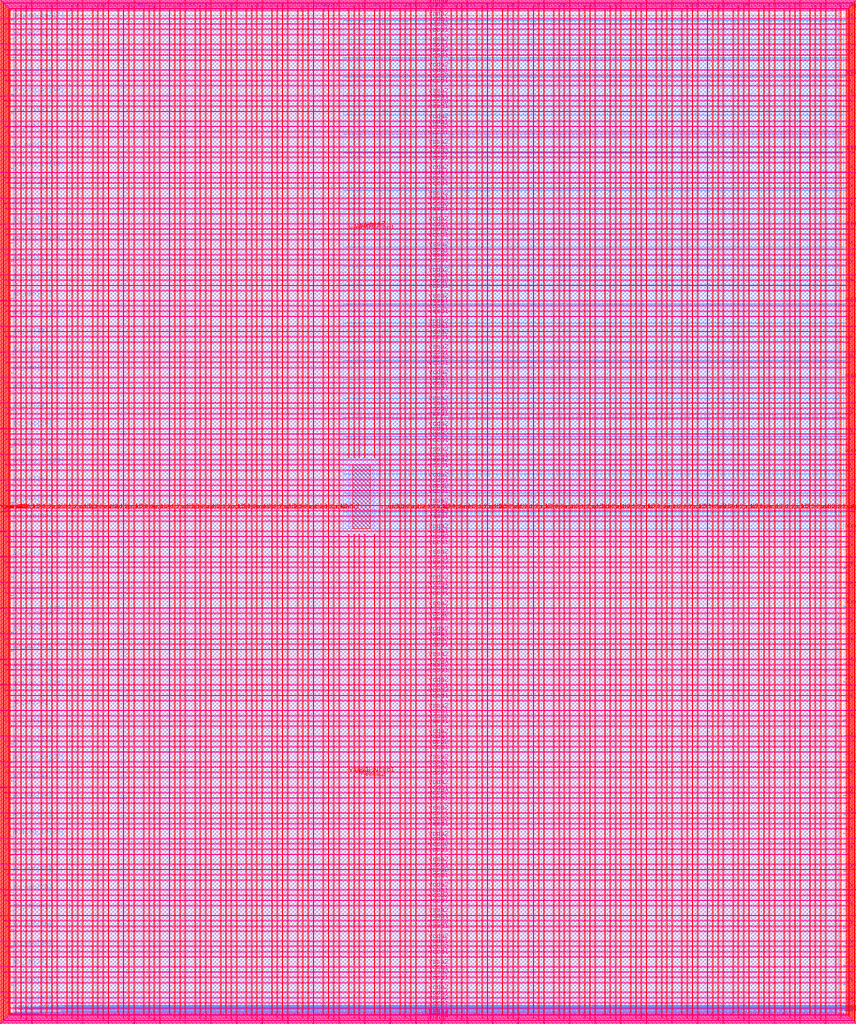
<source format=lef>
VERSION 5.7 ;
  NOWIREEXTENSIONATPIN ON ;
  DIVIDERCHAR "/" ;
  BUSBITCHARS "[]" ;
MACRO user_project_wrapper
  CLASS BLOCK ;
  FOREIGN user_project_wrapper ;
  ORIGIN 0.000 0.000 ;
  SIZE 2920.000 BY 3520.000 ;
  PIN analog_io[0]
    DIRECTION INOUT ;
    USE SIGNAL ;
    PORT
      LAYER met3 ;
        RECT 2917.600 1426.380 2924.800 1427.580 ;
    END
  END analog_io[0]
  PIN analog_io[10]
    DIRECTION INOUT ;
    USE SIGNAL ;
    PORT
      LAYER met2 ;
        RECT 2230.490 3517.600 2231.050 3524.800 ;
    END
  END analog_io[10]
  PIN analog_io[11]
    DIRECTION INOUT ;
    USE SIGNAL ;
    PORT
      LAYER met2 ;
        RECT 1905.730 3517.600 1906.290 3524.800 ;
    END
  END analog_io[11]
  PIN analog_io[12]
    DIRECTION INOUT ;
    USE SIGNAL ;
    PORT
      LAYER met2 ;
        RECT 1581.430 3517.600 1581.990 3524.800 ;
    END
  END analog_io[12]
  PIN analog_io[13]
    DIRECTION INOUT ;
    USE SIGNAL ;
    PORT
      LAYER met2 ;
        RECT 1257.130 3517.600 1257.690 3524.800 ;
    END
  END analog_io[13]
  PIN analog_io[14]
    DIRECTION INOUT ;
    USE SIGNAL ;
    PORT
      LAYER met2 ;
        RECT 932.370 3517.600 932.930 3524.800 ;
    END
  END analog_io[14]
  PIN analog_io[15]
    DIRECTION INOUT ;
    USE SIGNAL ;
    PORT
      LAYER met2 ;
        RECT 608.070 3517.600 608.630 3524.800 ;
    END
  END analog_io[15]
  PIN analog_io[16]
    DIRECTION INOUT ;
    USE SIGNAL ;
    PORT
      LAYER met2 ;
        RECT 283.770 3517.600 284.330 3524.800 ;
    END
  END analog_io[16]
  PIN analog_io[17]
    DIRECTION INOUT ;
    USE SIGNAL ;
    PORT
      LAYER met3 ;
        RECT -4.800 3486.100 2.400 3487.300 ;
    END
  END analog_io[17]
  PIN analog_io[18]
    DIRECTION INOUT ;
    USE SIGNAL ;
    PORT
      LAYER met3 ;
        RECT -4.800 3224.980 2.400 3226.180 ;
    END
  END analog_io[18]
  PIN analog_io[19]
    DIRECTION INOUT ;
    USE SIGNAL ;
    PORT
      LAYER met3 ;
        RECT -4.800 2964.540 2.400 2965.740 ;
    END
  END analog_io[19]
  PIN analog_io[1]
    DIRECTION INOUT ;
    USE SIGNAL ;
    PORT
      LAYER met3 ;
        RECT 2917.600 1692.260 2924.800 1693.460 ;
    END
  END analog_io[1]
  PIN analog_io[20]
    DIRECTION INOUT ;
    USE SIGNAL ;
    PORT
      LAYER met3 ;
        RECT -4.800 2703.420 2.400 2704.620 ;
    END
  END analog_io[20]
  PIN analog_io[21]
    DIRECTION INOUT ;
    USE SIGNAL ;
    PORT
      LAYER met3 ;
        RECT -4.800 2442.980 2.400 2444.180 ;
    END
  END analog_io[21]
  PIN analog_io[22]
    DIRECTION INOUT ;
    USE SIGNAL ;
    PORT
      LAYER met3 ;
        RECT -4.800 2182.540 2.400 2183.740 ;
    END
  END analog_io[22]
  PIN analog_io[23]
    DIRECTION INOUT ;
    USE SIGNAL ;
    PORT
      LAYER met3 ;
        RECT -4.800 1921.420 2.400 1922.620 ;
    END
  END analog_io[23]
  PIN analog_io[24]
    DIRECTION INOUT ;
    USE SIGNAL ;
    PORT
      LAYER met3 ;
        RECT -4.800 1660.980 2.400 1662.180 ;
    END
  END analog_io[24]
  PIN analog_io[25]
    DIRECTION INOUT ;
    USE SIGNAL ;
    PORT
      LAYER met3 ;
        RECT -4.800 1399.860 2.400 1401.060 ;
    END
  END analog_io[25]
  PIN analog_io[26]
    DIRECTION INOUT ;
    USE SIGNAL ;
    PORT
      LAYER met3 ;
        RECT -4.800 1139.420 2.400 1140.620 ;
    END
  END analog_io[26]
  PIN analog_io[27]
    DIRECTION INOUT ;
    USE SIGNAL ;
    PORT
      LAYER met3 ;
        RECT -4.800 878.980 2.400 880.180 ;
    END
  END analog_io[27]
  PIN analog_io[28]
    DIRECTION INOUT ;
    USE SIGNAL ;
    PORT
      LAYER met3 ;
        RECT -4.800 617.860 2.400 619.060 ;
    END
  END analog_io[28]
  PIN analog_io[2]
    DIRECTION INOUT ;
    USE SIGNAL ;
    PORT
      LAYER met3 ;
        RECT 2917.600 1958.140 2924.800 1959.340 ;
    END
  END analog_io[2]
  PIN analog_io[3]
    DIRECTION INOUT ;
    USE SIGNAL ;
    PORT
      LAYER met3 ;
        RECT 2917.600 2223.340 2924.800 2224.540 ;
    END
  END analog_io[3]
  PIN analog_io[4]
    DIRECTION INOUT ;
    USE SIGNAL ;
    PORT
      LAYER met3 ;
        RECT 2917.600 2489.220 2924.800 2490.420 ;
    END
  END analog_io[4]
  PIN analog_io[5]
    DIRECTION INOUT ;
    USE SIGNAL ;
    PORT
      LAYER met3 ;
        RECT 2917.600 2755.100 2924.800 2756.300 ;
    END
  END analog_io[5]
  PIN analog_io[6]
    DIRECTION INOUT ;
    USE SIGNAL ;
    PORT
      LAYER met3 ;
        RECT 2917.600 3020.300 2924.800 3021.500 ;
    END
  END analog_io[6]
  PIN analog_io[7]
    DIRECTION INOUT ;
    USE SIGNAL ;
    PORT
      LAYER met3 ;
        RECT 2917.600 3286.180 2924.800 3287.380 ;
    END
  END analog_io[7]
  PIN analog_io[8]
    DIRECTION INOUT ;
    USE SIGNAL ;
    PORT
      LAYER met2 ;
        RECT 2879.090 3517.600 2879.650 3524.800 ;
    END
  END analog_io[8]
  PIN analog_io[9]
    DIRECTION INOUT ;
    USE SIGNAL ;
    PORT
      LAYER met2 ;
        RECT 2554.790 3517.600 2555.350 3524.800 ;
    END
  END analog_io[9]
  PIN io_in[0]
    DIRECTION INPUT ;
    USE SIGNAL ;
    PORT
      LAYER met3 ;
        RECT 2917.600 32.380 2924.800 33.580 ;
    END
  END io_in[0]
  PIN io_in[10]
    DIRECTION INPUT ;
    USE SIGNAL ;
    PORT
      LAYER met3 ;
        RECT 2917.600 2289.980 2924.800 2291.180 ;
    END
  END io_in[10]
  PIN io_in[11]
    DIRECTION INPUT ;
    USE SIGNAL ;
    PORT
      LAYER met3 ;
        RECT 2917.600 2555.860 2924.800 2557.060 ;
    END
  END io_in[11]
  PIN io_in[12]
    DIRECTION INPUT ;
    USE SIGNAL ;
    PORT
      LAYER met3 ;
        RECT 2917.600 2821.060 2924.800 2822.260 ;
    END
  END io_in[12]
  PIN io_in[13]
    DIRECTION INPUT ;
    USE SIGNAL ;
    PORT
      LAYER met3 ;
        RECT 2917.600 3086.940 2924.800 3088.140 ;
    END
  END io_in[13]
  PIN io_in[14]
    DIRECTION INPUT ;
    USE SIGNAL ;
    PORT
      LAYER met3 ;
        RECT 2917.600 3352.820 2924.800 3354.020 ;
    END
  END io_in[14]
  PIN io_in[15]
    DIRECTION INPUT ;
    USE SIGNAL ;
    PORT
      LAYER met2 ;
        RECT 2798.130 3517.600 2798.690 3524.800 ;
    END
  END io_in[15]
  PIN io_in[16]
    DIRECTION INPUT ;
    USE SIGNAL ;
    PORT
      LAYER met2 ;
        RECT 2473.830 3517.600 2474.390 3524.800 ;
    END
  END io_in[16]
  PIN io_in[17]
    DIRECTION INPUT ;
    USE SIGNAL ;
    PORT
      LAYER met2 ;
        RECT 2149.070 3517.600 2149.630 3524.800 ;
    END
  END io_in[17]
  PIN io_in[18]
    DIRECTION INPUT ;
    USE SIGNAL ;
    PORT
      LAYER met2 ;
        RECT 1824.770 3517.600 1825.330 3524.800 ;
    END
  END io_in[18]
  PIN io_in[19]
    DIRECTION INPUT ;
    USE SIGNAL ;
    PORT
      LAYER met2 ;
        RECT 1500.470 3517.600 1501.030 3524.800 ;
    END
  END io_in[19]
  PIN io_in[1]
    DIRECTION INPUT ;
    USE SIGNAL ;
    PORT
      LAYER met3 ;
        RECT 2917.600 230.940 2924.800 232.140 ;
    END
  END io_in[1]
  PIN io_in[20]
    DIRECTION INPUT ;
    USE SIGNAL ;
    PORT
      LAYER met2 ;
        RECT 1175.710 3517.600 1176.270 3524.800 ;
    END
  END io_in[20]
  PIN io_in[21]
    DIRECTION INPUT ;
    USE SIGNAL ;
    PORT
      LAYER met2 ;
        RECT 851.410 3517.600 851.970 3524.800 ;
    END
  END io_in[21]
  PIN io_in[22]
    DIRECTION INPUT ;
    USE SIGNAL ;
    PORT
      LAYER met2 ;
        RECT 527.110 3517.600 527.670 3524.800 ;
    END
  END io_in[22]
  PIN io_in[23]
    DIRECTION INPUT ;
    USE SIGNAL ;
    PORT
      LAYER met2 ;
        RECT 202.350 3517.600 202.910 3524.800 ;
    END
  END io_in[23]
  PIN io_in[24]
    DIRECTION INPUT ;
    USE SIGNAL ;
    PORT
      LAYER met3 ;
        RECT -4.800 3420.820 2.400 3422.020 ;
    END
  END io_in[24]
  PIN io_in[25]
    DIRECTION INPUT ;
    USE SIGNAL ;
    PORT
      LAYER met3 ;
        RECT -4.800 3159.700 2.400 3160.900 ;
    END
  END io_in[25]
  PIN io_in[26]
    DIRECTION INPUT ;
    USE SIGNAL ;
    PORT
      LAYER met3 ;
        RECT -4.800 2899.260 2.400 2900.460 ;
    END
  END io_in[26]
  PIN io_in[27]
    DIRECTION INPUT ;
    USE SIGNAL ;
    PORT
      LAYER met3 ;
        RECT -4.800 2638.820 2.400 2640.020 ;
    END
  END io_in[27]
  PIN io_in[28]
    DIRECTION INPUT ;
    USE SIGNAL ;
    PORT
      LAYER met3 ;
        RECT -4.800 2377.700 2.400 2378.900 ;
    END
  END io_in[28]
  PIN io_in[29]
    DIRECTION INPUT ;
    USE SIGNAL ;
    PORT
      LAYER met3 ;
        RECT -4.800 2117.260 2.400 2118.460 ;
    END
  END io_in[29]
  PIN io_in[2]
    DIRECTION INPUT ;
    USE SIGNAL ;
    PORT
      LAYER met3 ;
        RECT 2917.600 430.180 2924.800 431.380 ;
    END
  END io_in[2]
  PIN io_in[30]
    DIRECTION INPUT ;
    USE SIGNAL ;
    PORT
      LAYER met3 ;
        RECT -4.800 1856.140 2.400 1857.340 ;
    END
  END io_in[30]
  PIN io_in[31]
    DIRECTION INPUT ;
    USE SIGNAL ;
    PORT
      LAYER met3 ;
        RECT -4.800 1595.700 2.400 1596.900 ;
    END
  END io_in[31]
  PIN io_in[32]
    DIRECTION INPUT ;
    USE SIGNAL ;
    PORT
      LAYER met3 ;
        RECT -4.800 1335.260 2.400 1336.460 ;
    END
  END io_in[32]
  PIN io_in[33]
    DIRECTION INPUT ;
    USE SIGNAL ;
    PORT
      LAYER met3 ;
        RECT -4.800 1074.140 2.400 1075.340 ;
    END
  END io_in[33]
  PIN io_in[34]
    DIRECTION INPUT ;
    USE SIGNAL ;
    PORT
      LAYER met3 ;
        RECT -4.800 813.700 2.400 814.900 ;
    END
  END io_in[34]
  PIN io_in[35]
    DIRECTION INPUT ;
    USE SIGNAL ;
    PORT
      LAYER met3 ;
        RECT -4.800 552.580 2.400 553.780 ;
    END
  END io_in[35]
  PIN io_in[36]
    DIRECTION INPUT ;
    USE SIGNAL ;
    PORT
      LAYER met3 ;
        RECT -4.800 357.420 2.400 358.620 ;
    END
  END io_in[36]
  PIN io_in[37]
    DIRECTION INPUT ;
    USE SIGNAL ;
    PORT
      LAYER met3 ;
        RECT -4.800 161.580 2.400 162.780 ;
    END
  END io_in[37]
  PIN io_in[3]
    DIRECTION INPUT ;
    USE SIGNAL ;
    PORT
      LAYER met3 ;
        RECT 2917.600 629.420 2924.800 630.620 ;
    END
  END io_in[3]
  PIN io_in[4]
    DIRECTION INPUT ;
    USE SIGNAL ;
    PORT
      LAYER met3 ;
        RECT 2917.600 828.660 2924.800 829.860 ;
    END
  END io_in[4]
  PIN io_in[5]
    DIRECTION INPUT ;
    USE SIGNAL ;
    PORT
      LAYER met3 ;
        RECT 2917.600 1027.900 2924.800 1029.100 ;
    END
  END io_in[5]
  PIN io_in[6]
    DIRECTION INPUT ;
    USE SIGNAL ;
    PORT
      LAYER met3 ;
        RECT 2917.600 1227.140 2924.800 1228.340 ;
    END
  END io_in[6]
  PIN io_in[7]
    DIRECTION INPUT ;
    USE SIGNAL ;
    PORT
      LAYER met3 ;
        RECT 2917.600 1493.020 2924.800 1494.220 ;
    END
  END io_in[7]
  PIN io_in[8]
    DIRECTION INPUT ;
    USE SIGNAL ;
    PORT
      LAYER met3 ;
        RECT 2917.600 1758.900 2924.800 1760.100 ;
    END
  END io_in[8]
  PIN io_in[9]
    DIRECTION INPUT ;
    USE SIGNAL ;
    PORT
      LAYER met3 ;
        RECT 2917.600 2024.100 2924.800 2025.300 ;
    END
  END io_in[9]
  PIN io_oeb[0]
    DIRECTION OUTPUT TRISTATE ;
    USE SIGNAL ;
    PORT
      LAYER met3 ;
        RECT 2917.600 164.980 2924.800 166.180 ;
    END
  END io_oeb[0]
  PIN io_oeb[10]
    DIRECTION OUTPUT TRISTATE ;
    USE SIGNAL ;
    PORT
      LAYER met3 ;
        RECT 2917.600 2422.580 2924.800 2423.780 ;
    END
  END io_oeb[10]
  PIN io_oeb[11]
    DIRECTION OUTPUT TRISTATE ;
    USE SIGNAL ;
    PORT
      LAYER met3 ;
        RECT 2917.600 2688.460 2924.800 2689.660 ;
    END
  END io_oeb[11]
  PIN io_oeb[12]
    DIRECTION OUTPUT TRISTATE ;
    USE SIGNAL ;
    PORT
      LAYER met3 ;
        RECT 2917.600 2954.340 2924.800 2955.540 ;
    END
  END io_oeb[12]
  PIN io_oeb[13]
    DIRECTION OUTPUT TRISTATE ;
    USE SIGNAL ;
    PORT
      LAYER met3 ;
        RECT 2917.600 3219.540 2924.800 3220.740 ;
    END
  END io_oeb[13]
  PIN io_oeb[14]
    DIRECTION OUTPUT TRISTATE ;
    USE SIGNAL ;
    PORT
      LAYER met3 ;
        RECT 2917.600 3485.420 2924.800 3486.620 ;
    END
  END io_oeb[14]
  PIN io_oeb[15]
    DIRECTION OUTPUT TRISTATE ;
    USE SIGNAL ;
    PORT
      LAYER met2 ;
        RECT 2635.750 3517.600 2636.310 3524.800 ;
    END
  END io_oeb[15]
  PIN io_oeb[16]
    DIRECTION OUTPUT TRISTATE ;
    USE SIGNAL ;
    PORT
      LAYER met2 ;
        RECT 2311.450 3517.600 2312.010 3524.800 ;
    END
  END io_oeb[16]
  PIN io_oeb[17]
    DIRECTION OUTPUT TRISTATE ;
    USE SIGNAL ;
    PORT
      LAYER met2 ;
        RECT 1987.150 3517.600 1987.710 3524.800 ;
    END
  END io_oeb[17]
  PIN io_oeb[18]
    DIRECTION OUTPUT TRISTATE ;
    USE SIGNAL ;
    PORT
      LAYER met2 ;
        RECT 1662.390 3517.600 1662.950 3524.800 ;
    END
  END io_oeb[18]
  PIN io_oeb[19]
    DIRECTION OUTPUT TRISTATE ;
    USE SIGNAL ;
    PORT
      LAYER met2 ;
        RECT 1338.090 3517.600 1338.650 3524.800 ;
    END
  END io_oeb[19]
  PIN io_oeb[1]
    DIRECTION OUTPUT TRISTATE ;
    USE SIGNAL ;
    PORT
      LAYER met3 ;
        RECT 2917.600 364.220 2924.800 365.420 ;
    END
  END io_oeb[1]
  PIN io_oeb[20]
    DIRECTION OUTPUT TRISTATE ;
    USE SIGNAL ;
    PORT
      LAYER met2 ;
        RECT 1013.790 3517.600 1014.350 3524.800 ;
    END
  END io_oeb[20]
  PIN io_oeb[21]
    DIRECTION OUTPUT TRISTATE ;
    USE SIGNAL ;
    PORT
      LAYER met2 ;
        RECT 689.030 3517.600 689.590 3524.800 ;
    END
  END io_oeb[21]
  PIN io_oeb[22]
    DIRECTION OUTPUT TRISTATE ;
    USE SIGNAL ;
    PORT
      LAYER met2 ;
        RECT 364.730 3517.600 365.290 3524.800 ;
    END
  END io_oeb[22]
  PIN io_oeb[23]
    DIRECTION OUTPUT TRISTATE ;
    USE SIGNAL ;
    PORT
      LAYER met2 ;
        RECT 40.430 3517.600 40.990 3524.800 ;
    END
  END io_oeb[23]
  PIN io_oeb[24]
    DIRECTION OUTPUT TRISTATE ;
    USE SIGNAL ;
    PORT
      LAYER met3 ;
        RECT -4.800 3290.260 2.400 3291.460 ;
    END
  END io_oeb[24]
  PIN io_oeb[25]
    DIRECTION OUTPUT TRISTATE ;
    USE SIGNAL ;
    PORT
      LAYER met3 ;
        RECT -4.800 3029.820 2.400 3031.020 ;
    END
  END io_oeb[25]
  PIN io_oeb[26]
    DIRECTION OUTPUT TRISTATE ;
    USE SIGNAL ;
    PORT
      LAYER met3 ;
        RECT -4.800 2768.700 2.400 2769.900 ;
    END
  END io_oeb[26]
  PIN io_oeb[27]
    DIRECTION OUTPUT TRISTATE ;
    USE SIGNAL ;
    PORT
      LAYER met3 ;
        RECT -4.800 2508.260 2.400 2509.460 ;
    END
  END io_oeb[27]
  PIN io_oeb[28]
    DIRECTION OUTPUT TRISTATE ;
    USE SIGNAL ;
    PORT
      LAYER met3 ;
        RECT -4.800 2247.140 2.400 2248.340 ;
    END
  END io_oeb[28]
  PIN io_oeb[29]
    DIRECTION OUTPUT TRISTATE ;
    USE SIGNAL ;
    PORT
      LAYER met3 ;
        RECT -4.800 1986.700 2.400 1987.900 ;
    END
  END io_oeb[29]
  PIN io_oeb[2]
    DIRECTION OUTPUT TRISTATE ;
    USE SIGNAL ;
    PORT
      LAYER met3 ;
        RECT 2917.600 563.460 2924.800 564.660 ;
    END
  END io_oeb[2]
  PIN io_oeb[30]
    DIRECTION OUTPUT TRISTATE ;
    USE SIGNAL ;
    PORT
      LAYER met3 ;
        RECT -4.800 1726.260 2.400 1727.460 ;
    END
  END io_oeb[30]
  PIN io_oeb[31]
    DIRECTION OUTPUT TRISTATE ;
    USE SIGNAL ;
    PORT
      LAYER met3 ;
        RECT -4.800 1465.140 2.400 1466.340 ;
    END
  END io_oeb[31]
  PIN io_oeb[32]
    DIRECTION OUTPUT TRISTATE ;
    USE SIGNAL ;
    PORT
      LAYER met3 ;
        RECT -4.800 1204.700 2.400 1205.900 ;
    END
  END io_oeb[32]
  PIN io_oeb[33]
    DIRECTION OUTPUT TRISTATE ;
    USE SIGNAL ;
    PORT
      LAYER met3 ;
        RECT -4.800 943.580 2.400 944.780 ;
    END
  END io_oeb[33]
  PIN io_oeb[34]
    DIRECTION OUTPUT TRISTATE ;
    USE SIGNAL ;
    PORT
      LAYER met3 ;
        RECT -4.800 683.140 2.400 684.340 ;
    END
  END io_oeb[34]
  PIN io_oeb[35]
    DIRECTION OUTPUT TRISTATE ;
    USE SIGNAL ;
    PORT
      LAYER met3 ;
        RECT -4.800 422.700 2.400 423.900 ;
    END
  END io_oeb[35]
  PIN io_oeb[36]
    DIRECTION OUTPUT TRISTATE ;
    USE SIGNAL ;
    PORT
      LAYER met3 ;
        RECT -4.800 226.860 2.400 228.060 ;
    END
  END io_oeb[36]
  PIN io_oeb[37]
    DIRECTION OUTPUT TRISTATE ;
    USE SIGNAL ;
    PORT
      LAYER met3 ;
        RECT -4.800 31.700 2.400 32.900 ;
    END
  END io_oeb[37]
  PIN io_oeb[3]
    DIRECTION OUTPUT TRISTATE ;
    USE SIGNAL ;
    PORT
      LAYER met3 ;
        RECT 2917.600 762.700 2924.800 763.900 ;
    END
  END io_oeb[3]
  PIN io_oeb[4]
    DIRECTION OUTPUT TRISTATE ;
    USE SIGNAL ;
    PORT
      LAYER met3 ;
        RECT 2917.600 961.940 2924.800 963.140 ;
    END
  END io_oeb[4]
  PIN io_oeb[5]
    DIRECTION OUTPUT TRISTATE ;
    USE SIGNAL ;
    PORT
      LAYER met3 ;
        RECT 2917.600 1161.180 2924.800 1162.380 ;
    END
  END io_oeb[5]
  PIN io_oeb[6]
    DIRECTION OUTPUT TRISTATE ;
    USE SIGNAL ;
    PORT
      LAYER met3 ;
        RECT 2917.600 1360.420 2924.800 1361.620 ;
    END
  END io_oeb[6]
  PIN io_oeb[7]
    DIRECTION OUTPUT TRISTATE ;
    USE SIGNAL ;
    PORT
      LAYER met3 ;
        RECT 2917.600 1625.620 2924.800 1626.820 ;
    END
  END io_oeb[7]
  PIN io_oeb[8]
    DIRECTION OUTPUT TRISTATE ;
    USE SIGNAL ;
    PORT
      LAYER met3 ;
        RECT 2917.600 1891.500 2924.800 1892.700 ;
    END
  END io_oeb[8]
  PIN io_oeb[9]
    DIRECTION OUTPUT TRISTATE ;
    USE SIGNAL ;
    PORT
      LAYER met3 ;
        RECT 2917.600 2157.380 2924.800 2158.580 ;
    END
  END io_oeb[9]
  PIN io_out[0]
    DIRECTION OUTPUT TRISTATE ;
    USE SIGNAL ;
    PORT
      LAYER met3 ;
        RECT 2917.600 98.340 2924.800 99.540 ;
    END
  END io_out[0]
  PIN io_out[10]
    DIRECTION OUTPUT TRISTATE ;
    USE SIGNAL ;
    PORT
      LAYER met3 ;
        RECT 2917.600 2356.620 2924.800 2357.820 ;
    END
  END io_out[10]
  PIN io_out[11]
    DIRECTION OUTPUT TRISTATE ;
    USE SIGNAL ;
    PORT
      LAYER met3 ;
        RECT 2917.600 2621.820 2924.800 2623.020 ;
    END
  END io_out[11]
  PIN io_out[12]
    DIRECTION OUTPUT TRISTATE ;
    USE SIGNAL ;
    PORT
      LAYER met3 ;
        RECT 2917.600 2887.700 2924.800 2888.900 ;
    END
  END io_out[12]
  PIN io_out[13]
    DIRECTION OUTPUT TRISTATE ;
    USE SIGNAL ;
    PORT
      LAYER met3 ;
        RECT 2917.600 3153.580 2924.800 3154.780 ;
    END
  END io_out[13]
  PIN io_out[14]
    DIRECTION OUTPUT TRISTATE ;
    USE SIGNAL ;
    PORT
      LAYER met3 ;
        RECT 2917.600 3418.780 2924.800 3419.980 ;
    END
  END io_out[14]
  PIN io_out[15]
    DIRECTION OUTPUT TRISTATE ;
    USE SIGNAL ;
    PORT
      LAYER met2 ;
        RECT 2717.170 3517.600 2717.730 3524.800 ;
    END
  END io_out[15]
  PIN io_out[16]
    DIRECTION OUTPUT TRISTATE ;
    USE SIGNAL ;
    PORT
      LAYER met2 ;
        RECT 2392.410 3517.600 2392.970 3524.800 ;
    END
  END io_out[16]
  PIN io_out[17]
    DIRECTION OUTPUT TRISTATE ;
    USE SIGNAL ;
    PORT
      LAYER met2 ;
        RECT 2068.110 3517.600 2068.670 3524.800 ;
    END
  END io_out[17]
  PIN io_out[18]
    DIRECTION OUTPUT TRISTATE ;
    USE SIGNAL ;
    PORT
      LAYER met2 ;
        RECT 1743.810 3517.600 1744.370 3524.800 ;
    END
  END io_out[18]
  PIN io_out[19]
    DIRECTION OUTPUT TRISTATE ;
    USE SIGNAL ;
    PORT
      LAYER met2 ;
        RECT 1419.050 3517.600 1419.610 3524.800 ;
    END
  END io_out[19]
  PIN io_out[1]
    DIRECTION OUTPUT TRISTATE ;
    USE SIGNAL ;
    PORT
      LAYER met3 ;
        RECT 2917.600 297.580 2924.800 298.780 ;
    END
  END io_out[1]
  PIN io_out[20]
    DIRECTION OUTPUT TRISTATE ;
    USE SIGNAL ;
    PORT
      LAYER met2 ;
        RECT 1094.750 3517.600 1095.310 3524.800 ;
    END
  END io_out[20]
  PIN io_out[21]
    DIRECTION OUTPUT TRISTATE ;
    USE SIGNAL ;
    PORT
      LAYER met2 ;
        RECT 770.450 3517.600 771.010 3524.800 ;
    END
  END io_out[21]
  PIN io_out[22]
    DIRECTION OUTPUT TRISTATE ;
    USE SIGNAL ;
    PORT
      LAYER met2 ;
        RECT 445.690 3517.600 446.250 3524.800 ;
    END
  END io_out[22]
  PIN io_out[23]
    DIRECTION OUTPUT TRISTATE ;
    USE SIGNAL ;
    PORT
      LAYER met2 ;
        RECT 121.390 3517.600 121.950 3524.800 ;
    END
  END io_out[23]
  PIN io_out[24]
    DIRECTION OUTPUT TRISTATE ;
    USE SIGNAL ;
    PORT
      LAYER met3 ;
        RECT -4.800 3355.540 2.400 3356.740 ;
    END
  END io_out[24]
  PIN io_out[25]
    DIRECTION OUTPUT TRISTATE ;
    USE SIGNAL ;
    PORT
      LAYER met3 ;
        RECT -4.800 3095.100 2.400 3096.300 ;
    END
  END io_out[25]
  PIN io_out[26]
    DIRECTION OUTPUT TRISTATE ;
    USE SIGNAL ;
    PORT
      LAYER met3 ;
        RECT -4.800 2833.980 2.400 2835.180 ;
    END
  END io_out[26]
  PIN io_out[27]
    DIRECTION OUTPUT TRISTATE ;
    USE SIGNAL ;
    PORT
      LAYER met3 ;
        RECT -4.800 2573.540 2.400 2574.740 ;
    END
  END io_out[27]
  PIN io_out[28]
    DIRECTION OUTPUT TRISTATE ;
    USE SIGNAL ;
    PORT
      LAYER met3 ;
        RECT -4.800 2312.420 2.400 2313.620 ;
    END
  END io_out[28]
  PIN io_out[29]
    DIRECTION OUTPUT TRISTATE ;
    USE SIGNAL ;
    PORT
      LAYER met3 ;
        RECT -4.800 2051.980 2.400 2053.180 ;
    END
  END io_out[29]
  PIN io_out[2]
    DIRECTION OUTPUT TRISTATE ;
    USE SIGNAL ;
    PORT
      LAYER met3 ;
        RECT 2917.600 496.820 2924.800 498.020 ;
    END
  END io_out[2]
  PIN io_out[30]
    DIRECTION OUTPUT TRISTATE ;
    USE SIGNAL ;
    PORT
      LAYER met3 ;
        RECT -4.800 1791.540 2.400 1792.740 ;
    END
  END io_out[30]
  PIN io_out[31]
    DIRECTION OUTPUT TRISTATE ;
    USE SIGNAL ;
    PORT
      LAYER met3 ;
        RECT -4.800 1530.420 2.400 1531.620 ;
    END
  END io_out[31]
  PIN io_out[32]
    DIRECTION OUTPUT TRISTATE ;
    USE SIGNAL ;
    PORT
      LAYER met3 ;
        RECT -4.800 1269.980 2.400 1271.180 ;
    END
  END io_out[32]
  PIN io_out[33]
    DIRECTION OUTPUT TRISTATE ;
    USE SIGNAL ;
    PORT
      LAYER met3 ;
        RECT -4.800 1008.860 2.400 1010.060 ;
    END
  END io_out[33]
  PIN io_out[34]
    DIRECTION OUTPUT TRISTATE ;
    USE SIGNAL ;
    PORT
      LAYER met3 ;
        RECT -4.800 748.420 2.400 749.620 ;
    END
  END io_out[34]
  PIN io_out[35]
    DIRECTION OUTPUT TRISTATE ;
    USE SIGNAL ;
    PORT
      LAYER met3 ;
        RECT -4.800 487.300 2.400 488.500 ;
    END
  END io_out[35]
  PIN io_out[36]
    DIRECTION OUTPUT TRISTATE ;
    USE SIGNAL ;
    PORT
      LAYER met3 ;
        RECT -4.800 292.140 2.400 293.340 ;
    END
  END io_out[36]
  PIN io_out[37]
    DIRECTION OUTPUT TRISTATE ;
    USE SIGNAL ;
    PORT
      LAYER met3 ;
        RECT -4.800 96.300 2.400 97.500 ;
    END
  END io_out[37]
  PIN io_out[3]
    DIRECTION OUTPUT TRISTATE ;
    USE SIGNAL ;
    PORT
      LAYER met3 ;
        RECT 2917.600 696.060 2924.800 697.260 ;
    END
  END io_out[3]
  PIN io_out[4]
    DIRECTION OUTPUT TRISTATE ;
    USE SIGNAL ;
    PORT
      LAYER met3 ;
        RECT 2917.600 895.300 2924.800 896.500 ;
    END
  END io_out[4]
  PIN io_out[5]
    DIRECTION OUTPUT TRISTATE ;
    USE SIGNAL ;
    PORT
      LAYER met3 ;
        RECT 2917.600 1094.540 2924.800 1095.740 ;
    END
  END io_out[5]
  PIN io_out[6]
    DIRECTION OUTPUT TRISTATE ;
    USE SIGNAL ;
    PORT
      LAYER met3 ;
        RECT 2917.600 1293.780 2924.800 1294.980 ;
    END
  END io_out[6]
  PIN io_out[7]
    DIRECTION OUTPUT TRISTATE ;
    USE SIGNAL ;
    PORT
      LAYER met3 ;
        RECT 2917.600 1559.660 2924.800 1560.860 ;
    END
  END io_out[7]
  PIN io_out[8]
    DIRECTION OUTPUT TRISTATE ;
    USE SIGNAL ;
    PORT
      LAYER met3 ;
        RECT 2917.600 1824.860 2924.800 1826.060 ;
    END
  END io_out[8]
  PIN io_out[9]
    DIRECTION OUTPUT TRISTATE ;
    USE SIGNAL ;
    PORT
      LAYER met3 ;
        RECT 2917.600 2090.740 2924.800 2091.940 ;
    END
  END io_out[9]
  PIN la_data_in[0]
    DIRECTION INPUT ;
    USE SIGNAL ;
    PORT
      LAYER met2 ;
        RECT 629.230 -4.800 629.790 2.400 ;
    END
  END la_data_in[0]
  PIN la_data_in[100]
    DIRECTION INPUT ;
    USE SIGNAL ;
    PORT
      LAYER met2 ;
        RECT 2402.530 -4.800 2403.090 2.400 ;
    END
  END la_data_in[100]
  PIN la_data_in[101]
    DIRECTION INPUT ;
    USE SIGNAL ;
    PORT
      LAYER met2 ;
        RECT 2420.010 -4.800 2420.570 2.400 ;
    END
  END la_data_in[101]
  PIN la_data_in[102]
    DIRECTION INPUT ;
    USE SIGNAL ;
    PORT
      LAYER met2 ;
        RECT 2437.950 -4.800 2438.510 2.400 ;
    END
  END la_data_in[102]
  PIN la_data_in[103]
    DIRECTION INPUT ;
    USE SIGNAL ;
    PORT
      LAYER met2 ;
        RECT 2455.430 -4.800 2455.990 2.400 ;
    END
  END la_data_in[103]
  PIN la_data_in[104]
    DIRECTION INPUT ;
    USE SIGNAL ;
    PORT
      LAYER met2 ;
        RECT 2473.370 -4.800 2473.930 2.400 ;
    END
  END la_data_in[104]
  PIN la_data_in[105]
    DIRECTION INPUT ;
    USE SIGNAL ;
    PORT
      LAYER met2 ;
        RECT 2490.850 -4.800 2491.410 2.400 ;
    END
  END la_data_in[105]
  PIN la_data_in[106]
    DIRECTION INPUT ;
    USE SIGNAL ;
    PORT
      LAYER met2 ;
        RECT 2508.790 -4.800 2509.350 2.400 ;
    END
  END la_data_in[106]
  PIN la_data_in[107]
    DIRECTION INPUT ;
    USE SIGNAL ;
    PORT
      LAYER met2 ;
        RECT 2526.730 -4.800 2527.290 2.400 ;
    END
  END la_data_in[107]
  PIN la_data_in[108]
    DIRECTION INPUT ;
    USE SIGNAL ;
    PORT
      LAYER met2 ;
        RECT 2544.210 -4.800 2544.770 2.400 ;
    END
  END la_data_in[108]
  PIN la_data_in[109]
    DIRECTION INPUT ;
    USE SIGNAL ;
    PORT
      LAYER met2 ;
        RECT 2562.150 -4.800 2562.710 2.400 ;
    END
  END la_data_in[109]
  PIN la_data_in[10]
    DIRECTION INPUT ;
    USE SIGNAL ;
    PORT
      LAYER met2 ;
        RECT 806.330 -4.800 806.890 2.400 ;
    END
  END la_data_in[10]
  PIN la_data_in[110]
    DIRECTION INPUT ;
    USE SIGNAL ;
    PORT
      LAYER met2 ;
        RECT 2579.630 -4.800 2580.190 2.400 ;
    END
  END la_data_in[110]
  PIN la_data_in[111]
    DIRECTION INPUT ;
    USE SIGNAL ;
    PORT
      LAYER met2 ;
        RECT 2597.570 -4.800 2598.130 2.400 ;
    END
  END la_data_in[111]
  PIN la_data_in[112]
    DIRECTION INPUT ;
    USE SIGNAL ;
    PORT
      LAYER met2 ;
        RECT 2615.050 -4.800 2615.610 2.400 ;
    END
  END la_data_in[112]
  PIN la_data_in[113]
    DIRECTION INPUT ;
    USE SIGNAL ;
    PORT
      LAYER met2 ;
        RECT 2632.990 -4.800 2633.550 2.400 ;
    END
  END la_data_in[113]
  PIN la_data_in[114]
    DIRECTION INPUT ;
    USE SIGNAL ;
    PORT
      LAYER met2 ;
        RECT 2650.470 -4.800 2651.030 2.400 ;
    END
  END la_data_in[114]
  PIN la_data_in[115]
    DIRECTION INPUT ;
    USE SIGNAL ;
    PORT
      LAYER met2 ;
        RECT 2668.410 -4.800 2668.970 2.400 ;
    END
  END la_data_in[115]
  PIN la_data_in[116]
    DIRECTION INPUT ;
    USE SIGNAL ;
    PORT
      LAYER met2 ;
        RECT 2685.890 -4.800 2686.450 2.400 ;
    END
  END la_data_in[116]
  PIN la_data_in[117]
    DIRECTION INPUT ;
    USE SIGNAL ;
    PORT
      LAYER met2 ;
        RECT 2703.830 -4.800 2704.390 2.400 ;
    END
  END la_data_in[117]
  PIN la_data_in[118]
    DIRECTION INPUT ;
    USE SIGNAL ;
    PORT
      LAYER met2 ;
        RECT 2721.770 -4.800 2722.330 2.400 ;
    END
  END la_data_in[118]
  PIN la_data_in[119]
    DIRECTION INPUT ;
    USE SIGNAL ;
    PORT
      LAYER met2 ;
        RECT 2739.250 -4.800 2739.810 2.400 ;
    END
  END la_data_in[119]
  PIN la_data_in[11]
    DIRECTION INPUT ;
    USE SIGNAL ;
    PORT
      LAYER met2 ;
        RECT 824.270 -4.800 824.830 2.400 ;
    END
  END la_data_in[11]
  PIN la_data_in[120]
    DIRECTION INPUT ;
    USE SIGNAL ;
    PORT
      LAYER met2 ;
        RECT 2757.190 -4.800 2757.750 2.400 ;
    END
  END la_data_in[120]
  PIN la_data_in[121]
    DIRECTION INPUT ;
    USE SIGNAL ;
    PORT
      LAYER met2 ;
        RECT 2774.670 -4.800 2775.230 2.400 ;
    END
  END la_data_in[121]
  PIN la_data_in[122]
    DIRECTION INPUT ;
    USE SIGNAL ;
    PORT
      LAYER met2 ;
        RECT 2792.610 -4.800 2793.170 2.400 ;
    END
  END la_data_in[122]
  PIN la_data_in[123]
    DIRECTION INPUT ;
    USE SIGNAL ;
    PORT
      LAYER met2 ;
        RECT 2810.090 -4.800 2810.650 2.400 ;
    END
  END la_data_in[123]
  PIN la_data_in[124]
    DIRECTION INPUT ;
    USE SIGNAL ;
    PORT
      LAYER met2 ;
        RECT 2828.030 -4.800 2828.590 2.400 ;
    END
  END la_data_in[124]
  PIN la_data_in[125]
    DIRECTION INPUT ;
    USE SIGNAL ;
    PORT
      LAYER met2 ;
        RECT 2845.510 -4.800 2846.070 2.400 ;
    END
  END la_data_in[125]
  PIN la_data_in[126]
    DIRECTION INPUT ;
    USE SIGNAL ;
    PORT
      LAYER met2 ;
        RECT 2863.450 -4.800 2864.010 2.400 ;
    END
  END la_data_in[126]
  PIN la_data_in[127]
    DIRECTION INPUT ;
    USE SIGNAL ;
    PORT
      LAYER met2 ;
        RECT 2881.390 -4.800 2881.950 2.400 ;
    END
  END la_data_in[127]
  PIN la_data_in[12]
    DIRECTION INPUT ;
    USE SIGNAL ;
    PORT
      LAYER met2 ;
        RECT 841.750 -4.800 842.310 2.400 ;
    END
  END la_data_in[12]
  PIN la_data_in[13]
    DIRECTION INPUT ;
    USE SIGNAL ;
    PORT
      LAYER met2 ;
        RECT 859.690 -4.800 860.250 2.400 ;
    END
  END la_data_in[13]
  PIN la_data_in[14]
    DIRECTION INPUT ;
    USE SIGNAL ;
    PORT
      LAYER met2 ;
        RECT 877.170 -4.800 877.730 2.400 ;
    END
  END la_data_in[14]
  PIN la_data_in[15]
    DIRECTION INPUT ;
    USE SIGNAL ;
    PORT
      LAYER met2 ;
        RECT 895.110 -4.800 895.670 2.400 ;
    END
  END la_data_in[15]
  PIN la_data_in[16]
    DIRECTION INPUT ;
    USE SIGNAL ;
    PORT
      LAYER met2 ;
        RECT 912.590 -4.800 913.150 2.400 ;
    END
  END la_data_in[16]
  PIN la_data_in[17]
    DIRECTION INPUT ;
    USE SIGNAL ;
    PORT
      LAYER met2 ;
        RECT 930.530 -4.800 931.090 2.400 ;
    END
  END la_data_in[17]
  PIN la_data_in[18]
    DIRECTION INPUT ;
    USE SIGNAL ;
    PORT
      LAYER met2 ;
        RECT 948.470 -4.800 949.030 2.400 ;
    END
  END la_data_in[18]
  PIN la_data_in[19]
    DIRECTION INPUT ;
    USE SIGNAL ;
    PORT
      LAYER met2 ;
        RECT 965.950 -4.800 966.510 2.400 ;
    END
  END la_data_in[19]
  PIN la_data_in[1]
    DIRECTION INPUT ;
    USE SIGNAL ;
    PORT
      LAYER met2 ;
        RECT 646.710 -4.800 647.270 2.400 ;
    END
  END la_data_in[1]
  PIN la_data_in[20]
    DIRECTION INPUT ;
    USE SIGNAL ;
    PORT
      LAYER met2 ;
        RECT 983.890 -4.800 984.450 2.400 ;
    END
  END la_data_in[20]
  PIN la_data_in[21]
    DIRECTION INPUT ;
    USE SIGNAL ;
    PORT
      LAYER met2 ;
        RECT 1001.370 -4.800 1001.930 2.400 ;
    END
  END la_data_in[21]
  PIN la_data_in[22]
    DIRECTION INPUT ;
    USE SIGNAL ;
    PORT
      LAYER met2 ;
        RECT 1019.310 -4.800 1019.870 2.400 ;
    END
  END la_data_in[22]
  PIN la_data_in[23]
    DIRECTION INPUT ;
    USE SIGNAL ;
    PORT
      LAYER met2 ;
        RECT 1036.790 -4.800 1037.350 2.400 ;
    END
  END la_data_in[23]
  PIN la_data_in[24]
    DIRECTION INPUT ;
    USE SIGNAL ;
    PORT
      LAYER met2 ;
        RECT 1054.730 -4.800 1055.290 2.400 ;
    END
  END la_data_in[24]
  PIN la_data_in[25]
    DIRECTION INPUT ;
    USE SIGNAL ;
    PORT
      LAYER met2 ;
        RECT 1072.210 -4.800 1072.770 2.400 ;
    END
  END la_data_in[25]
  PIN la_data_in[26]
    DIRECTION INPUT ;
    USE SIGNAL ;
    PORT
      LAYER met2 ;
        RECT 1090.150 -4.800 1090.710 2.400 ;
    END
  END la_data_in[26]
  PIN la_data_in[27]
    DIRECTION INPUT ;
    USE SIGNAL ;
    PORT
      LAYER met2 ;
        RECT 1107.630 -4.800 1108.190 2.400 ;
    END
  END la_data_in[27]
  PIN la_data_in[28]
    DIRECTION INPUT ;
    USE SIGNAL ;
    PORT
      LAYER met2 ;
        RECT 1125.570 -4.800 1126.130 2.400 ;
    END
  END la_data_in[28]
  PIN la_data_in[29]
    DIRECTION INPUT ;
    USE SIGNAL ;
    PORT
      LAYER met2 ;
        RECT 1143.510 -4.800 1144.070 2.400 ;
    END
  END la_data_in[29]
  PIN la_data_in[2]
    DIRECTION INPUT ;
    USE SIGNAL ;
    PORT
      LAYER met2 ;
        RECT 664.650 -4.800 665.210 2.400 ;
    END
  END la_data_in[2]
  PIN la_data_in[30]
    DIRECTION INPUT ;
    USE SIGNAL ;
    PORT
      LAYER met2 ;
        RECT 1160.990 -4.800 1161.550 2.400 ;
    END
  END la_data_in[30]
  PIN la_data_in[31]
    DIRECTION INPUT ;
    USE SIGNAL ;
    PORT
      LAYER met2 ;
        RECT 1178.930 -4.800 1179.490 2.400 ;
    END
  END la_data_in[31]
  PIN la_data_in[32]
    DIRECTION INPUT ;
    USE SIGNAL ;
    PORT
      LAYER met2 ;
        RECT 1196.410 -4.800 1196.970 2.400 ;
    END
  END la_data_in[32]
  PIN la_data_in[33]
    DIRECTION INPUT ;
    USE SIGNAL ;
    PORT
      LAYER met2 ;
        RECT 1214.350 -4.800 1214.910 2.400 ;
    END
  END la_data_in[33]
  PIN la_data_in[34]
    DIRECTION INPUT ;
    USE SIGNAL ;
    PORT
      LAYER met2 ;
        RECT 1231.830 -4.800 1232.390 2.400 ;
    END
  END la_data_in[34]
  PIN la_data_in[35]
    DIRECTION INPUT ;
    USE SIGNAL ;
    PORT
      LAYER met2 ;
        RECT 1249.770 -4.800 1250.330 2.400 ;
    END
  END la_data_in[35]
  PIN la_data_in[36]
    DIRECTION INPUT ;
    USE SIGNAL ;
    PORT
      LAYER met2 ;
        RECT 1267.250 -4.800 1267.810 2.400 ;
    END
  END la_data_in[36]
  PIN la_data_in[37]
    DIRECTION INPUT ;
    USE SIGNAL ;
    PORT
      LAYER met2 ;
        RECT 1285.190 -4.800 1285.750 2.400 ;
    END
  END la_data_in[37]
  PIN la_data_in[38]
    DIRECTION INPUT ;
    USE SIGNAL ;
    PORT
      LAYER met2 ;
        RECT 1303.130 -4.800 1303.690 2.400 ;
    END
  END la_data_in[38]
  PIN la_data_in[39]
    DIRECTION INPUT ;
    USE SIGNAL ;
    PORT
      LAYER met2 ;
        RECT 1320.610 -4.800 1321.170 2.400 ;
    END
  END la_data_in[39]
  PIN la_data_in[3]
    DIRECTION INPUT ;
    USE SIGNAL ;
    PORT
      LAYER met2 ;
        RECT 682.130 -4.800 682.690 2.400 ;
    END
  END la_data_in[3]
  PIN la_data_in[40]
    DIRECTION INPUT ;
    USE SIGNAL ;
    PORT
      LAYER met2 ;
        RECT 1338.550 -4.800 1339.110 2.400 ;
    END
  END la_data_in[40]
  PIN la_data_in[41]
    DIRECTION INPUT ;
    USE SIGNAL ;
    PORT
      LAYER met2 ;
        RECT 1356.030 -4.800 1356.590 2.400 ;
    END
  END la_data_in[41]
  PIN la_data_in[42]
    DIRECTION INPUT ;
    USE SIGNAL ;
    PORT
      LAYER met2 ;
        RECT 1373.970 -4.800 1374.530 2.400 ;
    END
  END la_data_in[42]
  PIN la_data_in[43]
    DIRECTION INPUT ;
    USE SIGNAL ;
    PORT
      LAYER met2 ;
        RECT 1391.450 -4.800 1392.010 2.400 ;
    END
  END la_data_in[43]
  PIN la_data_in[44]
    DIRECTION INPUT ;
    USE SIGNAL ;
    PORT
      LAYER met2 ;
        RECT 1409.390 -4.800 1409.950 2.400 ;
    END
  END la_data_in[44]
  PIN la_data_in[45]
    DIRECTION INPUT ;
    USE SIGNAL ;
    PORT
      LAYER met2 ;
        RECT 1426.870 -4.800 1427.430 2.400 ;
    END
  END la_data_in[45]
  PIN la_data_in[46]
    DIRECTION INPUT ;
    USE SIGNAL ;
    PORT
      LAYER met2 ;
        RECT 1444.810 -4.800 1445.370 2.400 ;
    END
  END la_data_in[46]
  PIN la_data_in[47]
    DIRECTION INPUT ;
    USE SIGNAL ;
    PORT
      LAYER met2 ;
        RECT 1462.750 -4.800 1463.310 2.400 ;
    END
  END la_data_in[47]
  PIN la_data_in[48]
    DIRECTION INPUT ;
    USE SIGNAL ;
    PORT
      LAYER met2 ;
        RECT 1480.230 -4.800 1480.790 2.400 ;
    END
  END la_data_in[48]
  PIN la_data_in[49]
    DIRECTION INPUT ;
    USE SIGNAL ;
    PORT
      LAYER met2 ;
        RECT 1498.170 -4.800 1498.730 2.400 ;
    END
  END la_data_in[49]
  PIN la_data_in[4]
    DIRECTION INPUT ;
    USE SIGNAL ;
    PORT
      LAYER met2 ;
        RECT 700.070 -4.800 700.630 2.400 ;
    END
  END la_data_in[4]
  PIN la_data_in[50]
    DIRECTION INPUT ;
    USE SIGNAL ;
    PORT
      LAYER met2 ;
        RECT 1515.650 -4.800 1516.210 2.400 ;
    END
  END la_data_in[50]
  PIN la_data_in[51]
    DIRECTION INPUT ;
    USE SIGNAL ;
    PORT
      LAYER met2 ;
        RECT 1533.590 -4.800 1534.150 2.400 ;
    END
  END la_data_in[51]
  PIN la_data_in[52]
    DIRECTION INPUT ;
    USE SIGNAL ;
    PORT
      LAYER met2 ;
        RECT 1551.070 -4.800 1551.630 2.400 ;
    END
  END la_data_in[52]
  PIN la_data_in[53]
    DIRECTION INPUT ;
    USE SIGNAL ;
    PORT
      LAYER met2 ;
        RECT 1569.010 -4.800 1569.570 2.400 ;
    END
  END la_data_in[53]
  PIN la_data_in[54]
    DIRECTION INPUT ;
    USE SIGNAL ;
    PORT
      LAYER met2 ;
        RECT 1586.490 -4.800 1587.050 2.400 ;
    END
  END la_data_in[54]
  PIN la_data_in[55]
    DIRECTION INPUT ;
    USE SIGNAL ;
    PORT
      LAYER met2 ;
        RECT 1604.430 -4.800 1604.990 2.400 ;
    END
  END la_data_in[55]
  PIN la_data_in[56]
    DIRECTION INPUT ;
    USE SIGNAL ;
    PORT
      LAYER met2 ;
        RECT 1621.910 -4.800 1622.470 2.400 ;
    END
  END la_data_in[56]
  PIN la_data_in[57]
    DIRECTION INPUT ;
    USE SIGNAL ;
    PORT
      LAYER met2 ;
        RECT 1639.850 -4.800 1640.410 2.400 ;
    END
  END la_data_in[57]
  PIN la_data_in[58]
    DIRECTION INPUT ;
    USE SIGNAL ;
    PORT
      LAYER met2 ;
        RECT 1657.790 -4.800 1658.350 2.400 ;
    END
  END la_data_in[58]
  PIN la_data_in[59]
    DIRECTION INPUT ;
    USE SIGNAL ;
    PORT
      LAYER met2 ;
        RECT 1675.270 -4.800 1675.830 2.400 ;
    END
  END la_data_in[59]
  PIN la_data_in[5]
    DIRECTION INPUT ;
    USE SIGNAL ;
    PORT
      LAYER met2 ;
        RECT 717.550 -4.800 718.110 2.400 ;
    END
  END la_data_in[5]
  PIN la_data_in[60]
    DIRECTION INPUT ;
    USE SIGNAL ;
    PORT
      LAYER met2 ;
        RECT 1693.210 -4.800 1693.770 2.400 ;
    END
  END la_data_in[60]
  PIN la_data_in[61]
    DIRECTION INPUT ;
    USE SIGNAL ;
    PORT
      LAYER met2 ;
        RECT 1710.690 -4.800 1711.250 2.400 ;
    END
  END la_data_in[61]
  PIN la_data_in[62]
    DIRECTION INPUT ;
    USE SIGNAL ;
    PORT
      LAYER met2 ;
        RECT 1728.630 -4.800 1729.190 2.400 ;
    END
  END la_data_in[62]
  PIN la_data_in[63]
    DIRECTION INPUT ;
    USE SIGNAL ;
    PORT
      LAYER met2 ;
        RECT 1746.110 -4.800 1746.670 2.400 ;
    END
  END la_data_in[63]
  PIN la_data_in[64]
    DIRECTION INPUT ;
    USE SIGNAL ;
    PORT
      LAYER met2 ;
        RECT 1764.050 -4.800 1764.610 2.400 ;
    END
  END la_data_in[64]
  PIN la_data_in[65]
    DIRECTION INPUT ;
    USE SIGNAL ;
    PORT
      LAYER met2 ;
        RECT 1781.530 -4.800 1782.090 2.400 ;
    END
  END la_data_in[65]
  PIN la_data_in[66]
    DIRECTION INPUT ;
    USE SIGNAL ;
    PORT
      LAYER met2 ;
        RECT 1799.470 -4.800 1800.030 2.400 ;
    END
  END la_data_in[66]
  PIN la_data_in[67]
    DIRECTION INPUT ;
    USE SIGNAL ;
    PORT
      LAYER met2 ;
        RECT 1817.410 -4.800 1817.970 2.400 ;
    END
  END la_data_in[67]
  PIN la_data_in[68]
    DIRECTION INPUT ;
    USE SIGNAL ;
    PORT
      LAYER met2 ;
        RECT 1834.890 -4.800 1835.450 2.400 ;
    END
  END la_data_in[68]
  PIN la_data_in[69]
    DIRECTION INPUT ;
    USE SIGNAL ;
    PORT
      LAYER met2 ;
        RECT 1852.830 -4.800 1853.390 2.400 ;
    END
  END la_data_in[69]
  PIN la_data_in[6]
    DIRECTION INPUT ;
    USE SIGNAL ;
    PORT
      LAYER met2 ;
        RECT 735.490 -4.800 736.050 2.400 ;
    END
  END la_data_in[6]
  PIN la_data_in[70]
    DIRECTION INPUT ;
    USE SIGNAL ;
    PORT
      LAYER met2 ;
        RECT 1870.310 -4.800 1870.870 2.400 ;
    END
  END la_data_in[70]
  PIN la_data_in[71]
    DIRECTION INPUT ;
    USE SIGNAL ;
    PORT
      LAYER met2 ;
        RECT 1888.250 -4.800 1888.810 2.400 ;
    END
  END la_data_in[71]
  PIN la_data_in[72]
    DIRECTION INPUT ;
    USE SIGNAL ;
    PORT
      LAYER met2 ;
        RECT 1905.730 -4.800 1906.290 2.400 ;
    END
  END la_data_in[72]
  PIN la_data_in[73]
    DIRECTION INPUT ;
    USE SIGNAL ;
    PORT
      LAYER met2 ;
        RECT 1923.670 -4.800 1924.230 2.400 ;
    END
  END la_data_in[73]
  PIN la_data_in[74]
    DIRECTION INPUT ;
    USE SIGNAL ;
    PORT
      LAYER met2 ;
        RECT 1941.150 -4.800 1941.710 2.400 ;
    END
  END la_data_in[74]
  PIN la_data_in[75]
    DIRECTION INPUT ;
    USE SIGNAL ;
    PORT
      LAYER met2 ;
        RECT 1959.090 -4.800 1959.650 2.400 ;
    END
  END la_data_in[75]
  PIN la_data_in[76]
    DIRECTION INPUT ;
    USE SIGNAL ;
    PORT
      LAYER met2 ;
        RECT 1976.570 -4.800 1977.130 2.400 ;
    END
  END la_data_in[76]
  PIN la_data_in[77]
    DIRECTION INPUT ;
    USE SIGNAL ;
    PORT
      LAYER met2 ;
        RECT 1994.510 -4.800 1995.070 2.400 ;
    END
  END la_data_in[77]
  PIN la_data_in[78]
    DIRECTION INPUT ;
    USE SIGNAL ;
    PORT
      LAYER met2 ;
        RECT 2012.450 -4.800 2013.010 2.400 ;
    END
  END la_data_in[78]
  PIN la_data_in[79]
    DIRECTION INPUT ;
    USE SIGNAL ;
    PORT
      LAYER met2 ;
        RECT 2029.930 -4.800 2030.490 2.400 ;
    END
  END la_data_in[79]
  PIN la_data_in[7]
    DIRECTION INPUT ;
    USE SIGNAL ;
    PORT
      LAYER met2 ;
        RECT 752.970 -4.800 753.530 2.400 ;
    END
  END la_data_in[7]
  PIN la_data_in[80]
    DIRECTION INPUT ;
    USE SIGNAL ;
    PORT
      LAYER met2 ;
        RECT 2047.870 -4.800 2048.430 2.400 ;
    END
  END la_data_in[80]
  PIN la_data_in[81]
    DIRECTION INPUT ;
    USE SIGNAL ;
    PORT
      LAYER met2 ;
        RECT 2065.350 -4.800 2065.910 2.400 ;
    END
  END la_data_in[81]
  PIN la_data_in[82]
    DIRECTION INPUT ;
    USE SIGNAL ;
    PORT
      LAYER met2 ;
        RECT 2083.290 -4.800 2083.850 2.400 ;
    END
  END la_data_in[82]
  PIN la_data_in[83]
    DIRECTION INPUT ;
    USE SIGNAL ;
    PORT
      LAYER met2 ;
        RECT 2100.770 -4.800 2101.330 2.400 ;
    END
  END la_data_in[83]
  PIN la_data_in[84]
    DIRECTION INPUT ;
    USE SIGNAL ;
    PORT
      LAYER met2 ;
        RECT 2118.710 -4.800 2119.270 2.400 ;
    END
  END la_data_in[84]
  PIN la_data_in[85]
    DIRECTION INPUT ;
    USE SIGNAL ;
    PORT
      LAYER met2 ;
        RECT 2136.190 -4.800 2136.750 2.400 ;
    END
  END la_data_in[85]
  PIN la_data_in[86]
    DIRECTION INPUT ;
    USE SIGNAL ;
    PORT
      LAYER met2 ;
        RECT 2154.130 -4.800 2154.690 2.400 ;
    END
  END la_data_in[86]
  PIN la_data_in[87]
    DIRECTION INPUT ;
    USE SIGNAL ;
    PORT
      LAYER met2 ;
        RECT 2172.070 -4.800 2172.630 2.400 ;
    END
  END la_data_in[87]
  PIN la_data_in[88]
    DIRECTION INPUT ;
    USE SIGNAL ;
    PORT
      LAYER met2 ;
        RECT 2189.550 -4.800 2190.110 2.400 ;
    END
  END la_data_in[88]
  PIN la_data_in[89]
    DIRECTION INPUT ;
    USE SIGNAL ;
    PORT
      LAYER met2 ;
        RECT 2207.490 -4.800 2208.050 2.400 ;
    END
  END la_data_in[89]
  PIN la_data_in[8]
    DIRECTION INPUT ;
    USE SIGNAL ;
    PORT
      LAYER met2 ;
        RECT 770.910 -4.800 771.470 2.400 ;
    END
  END la_data_in[8]
  PIN la_data_in[90]
    DIRECTION INPUT ;
    USE SIGNAL ;
    PORT
      LAYER met2 ;
        RECT 2224.970 -4.800 2225.530 2.400 ;
    END
  END la_data_in[90]
  PIN la_data_in[91]
    DIRECTION INPUT ;
    USE SIGNAL ;
    PORT
      LAYER met2 ;
        RECT 2242.910 -4.800 2243.470 2.400 ;
    END
  END la_data_in[91]
  PIN la_data_in[92]
    DIRECTION INPUT ;
    USE SIGNAL ;
    PORT
      LAYER met2 ;
        RECT 2260.390 -4.800 2260.950 2.400 ;
    END
  END la_data_in[92]
  PIN la_data_in[93]
    DIRECTION INPUT ;
    USE SIGNAL ;
    PORT
      LAYER met2 ;
        RECT 2278.330 -4.800 2278.890 2.400 ;
    END
  END la_data_in[93]
  PIN la_data_in[94]
    DIRECTION INPUT ;
    USE SIGNAL ;
    PORT
      LAYER met2 ;
        RECT 2295.810 -4.800 2296.370 2.400 ;
    END
  END la_data_in[94]
  PIN la_data_in[95]
    DIRECTION INPUT ;
    USE SIGNAL ;
    PORT
      LAYER met2 ;
        RECT 2313.750 -4.800 2314.310 2.400 ;
    END
  END la_data_in[95]
  PIN la_data_in[96]
    DIRECTION INPUT ;
    USE SIGNAL ;
    PORT
      LAYER met2 ;
        RECT 2331.230 -4.800 2331.790 2.400 ;
    END
  END la_data_in[96]
  PIN la_data_in[97]
    DIRECTION INPUT ;
    USE SIGNAL ;
    PORT
      LAYER met2 ;
        RECT 2349.170 -4.800 2349.730 2.400 ;
    END
  END la_data_in[97]
  PIN la_data_in[98]
    DIRECTION INPUT ;
    USE SIGNAL ;
    PORT
      LAYER met2 ;
        RECT 2367.110 -4.800 2367.670 2.400 ;
    END
  END la_data_in[98]
  PIN la_data_in[99]
    DIRECTION INPUT ;
    USE SIGNAL ;
    PORT
      LAYER met2 ;
        RECT 2384.590 -4.800 2385.150 2.400 ;
    END
  END la_data_in[99]
  PIN la_data_in[9]
    DIRECTION INPUT ;
    USE SIGNAL ;
    PORT
      LAYER met2 ;
        RECT 788.850 -4.800 789.410 2.400 ;
    END
  END la_data_in[9]
  PIN la_data_out[0]
    DIRECTION OUTPUT TRISTATE ;
    USE SIGNAL ;
    PORT
      LAYER met2 ;
        RECT 634.750 -4.800 635.310 2.400 ;
    END
  END la_data_out[0]
  PIN la_data_out[100]
    DIRECTION OUTPUT TRISTATE ;
    USE SIGNAL ;
    PORT
      LAYER met2 ;
        RECT 2408.510 -4.800 2409.070 2.400 ;
    END
  END la_data_out[100]
  PIN la_data_out[101]
    DIRECTION OUTPUT TRISTATE ;
    USE SIGNAL ;
    PORT
      LAYER met2 ;
        RECT 2425.990 -4.800 2426.550 2.400 ;
    END
  END la_data_out[101]
  PIN la_data_out[102]
    DIRECTION OUTPUT TRISTATE ;
    USE SIGNAL ;
    PORT
      LAYER met2 ;
        RECT 2443.930 -4.800 2444.490 2.400 ;
    END
  END la_data_out[102]
  PIN la_data_out[103]
    DIRECTION OUTPUT TRISTATE ;
    USE SIGNAL ;
    PORT
      LAYER met2 ;
        RECT 2461.410 -4.800 2461.970 2.400 ;
    END
  END la_data_out[103]
  PIN la_data_out[104]
    DIRECTION OUTPUT TRISTATE ;
    USE SIGNAL ;
    PORT
      LAYER met2 ;
        RECT 2479.350 -4.800 2479.910 2.400 ;
    END
  END la_data_out[104]
  PIN la_data_out[105]
    DIRECTION OUTPUT TRISTATE ;
    USE SIGNAL ;
    PORT
      LAYER met2 ;
        RECT 2496.830 -4.800 2497.390 2.400 ;
    END
  END la_data_out[105]
  PIN la_data_out[106]
    DIRECTION OUTPUT TRISTATE ;
    USE SIGNAL ;
    PORT
      LAYER met2 ;
        RECT 2514.770 -4.800 2515.330 2.400 ;
    END
  END la_data_out[106]
  PIN la_data_out[107]
    DIRECTION OUTPUT TRISTATE ;
    USE SIGNAL ;
    PORT
      LAYER met2 ;
        RECT 2532.250 -4.800 2532.810 2.400 ;
    END
  END la_data_out[107]
  PIN la_data_out[108]
    DIRECTION OUTPUT TRISTATE ;
    USE SIGNAL ;
    PORT
      LAYER met2 ;
        RECT 2550.190 -4.800 2550.750 2.400 ;
    END
  END la_data_out[108]
  PIN la_data_out[109]
    DIRECTION OUTPUT TRISTATE ;
    USE SIGNAL ;
    PORT
      LAYER met2 ;
        RECT 2567.670 -4.800 2568.230 2.400 ;
    END
  END la_data_out[109]
  PIN la_data_out[10]
    DIRECTION OUTPUT TRISTATE ;
    USE SIGNAL ;
    PORT
      LAYER met2 ;
        RECT 812.310 -4.800 812.870 2.400 ;
    END
  END la_data_out[10]
  PIN la_data_out[110]
    DIRECTION OUTPUT TRISTATE ;
    USE SIGNAL ;
    PORT
      LAYER met2 ;
        RECT 2585.610 -4.800 2586.170 2.400 ;
    END
  END la_data_out[110]
  PIN la_data_out[111]
    DIRECTION OUTPUT TRISTATE ;
    USE SIGNAL ;
    PORT
      LAYER met2 ;
        RECT 2603.550 -4.800 2604.110 2.400 ;
    END
  END la_data_out[111]
  PIN la_data_out[112]
    DIRECTION OUTPUT TRISTATE ;
    USE SIGNAL ;
    PORT
      LAYER met2 ;
        RECT 2621.030 -4.800 2621.590 2.400 ;
    END
  END la_data_out[112]
  PIN la_data_out[113]
    DIRECTION OUTPUT TRISTATE ;
    USE SIGNAL ;
    PORT
      LAYER met2 ;
        RECT 2638.970 -4.800 2639.530 2.400 ;
    END
  END la_data_out[113]
  PIN la_data_out[114]
    DIRECTION OUTPUT TRISTATE ;
    USE SIGNAL ;
    PORT
      LAYER met2 ;
        RECT 2656.450 -4.800 2657.010 2.400 ;
    END
  END la_data_out[114]
  PIN la_data_out[115]
    DIRECTION OUTPUT TRISTATE ;
    USE SIGNAL ;
    PORT
      LAYER met2 ;
        RECT 2674.390 -4.800 2674.950 2.400 ;
    END
  END la_data_out[115]
  PIN la_data_out[116]
    DIRECTION OUTPUT TRISTATE ;
    USE SIGNAL ;
    PORT
      LAYER met2 ;
        RECT 2691.870 -4.800 2692.430 2.400 ;
    END
  END la_data_out[116]
  PIN la_data_out[117]
    DIRECTION OUTPUT TRISTATE ;
    USE SIGNAL ;
    PORT
      LAYER met2 ;
        RECT 2709.810 -4.800 2710.370 2.400 ;
    END
  END la_data_out[117]
  PIN la_data_out[118]
    DIRECTION OUTPUT TRISTATE ;
    USE SIGNAL ;
    PORT
      LAYER met2 ;
        RECT 2727.290 -4.800 2727.850 2.400 ;
    END
  END la_data_out[118]
  PIN la_data_out[119]
    DIRECTION OUTPUT TRISTATE ;
    USE SIGNAL ;
    PORT
      LAYER met2 ;
        RECT 2745.230 -4.800 2745.790 2.400 ;
    END
  END la_data_out[119]
  PIN la_data_out[11]
    DIRECTION OUTPUT TRISTATE ;
    USE SIGNAL ;
    PORT
      LAYER met2 ;
        RECT 830.250 -4.800 830.810 2.400 ;
    END
  END la_data_out[11]
  PIN la_data_out[120]
    DIRECTION OUTPUT TRISTATE ;
    USE SIGNAL ;
    PORT
      LAYER met2 ;
        RECT 2763.170 -4.800 2763.730 2.400 ;
    END
  END la_data_out[120]
  PIN la_data_out[121]
    DIRECTION OUTPUT TRISTATE ;
    USE SIGNAL ;
    PORT
      LAYER met2 ;
        RECT 2780.650 -4.800 2781.210 2.400 ;
    END
  END la_data_out[121]
  PIN la_data_out[122]
    DIRECTION OUTPUT TRISTATE ;
    USE SIGNAL ;
    PORT
      LAYER met2 ;
        RECT 2798.590 -4.800 2799.150 2.400 ;
    END
  END la_data_out[122]
  PIN la_data_out[123]
    DIRECTION OUTPUT TRISTATE ;
    USE SIGNAL ;
    PORT
      LAYER met2 ;
        RECT 2816.070 -4.800 2816.630 2.400 ;
    END
  END la_data_out[123]
  PIN la_data_out[124]
    DIRECTION OUTPUT TRISTATE ;
    USE SIGNAL ;
    PORT
      LAYER met2 ;
        RECT 2834.010 -4.800 2834.570 2.400 ;
    END
  END la_data_out[124]
  PIN la_data_out[125]
    DIRECTION OUTPUT TRISTATE ;
    USE SIGNAL ;
    PORT
      LAYER met2 ;
        RECT 2851.490 -4.800 2852.050 2.400 ;
    END
  END la_data_out[125]
  PIN la_data_out[126]
    DIRECTION OUTPUT TRISTATE ;
    USE SIGNAL ;
    PORT
      LAYER met2 ;
        RECT 2869.430 -4.800 2869.990 2.400 ;
    END
  END la_data_out[126]
  PIN la_data_out[127]
    DIRECTION OUTPUT TRISTATE ;
    USE SIGNAL ;
    PORT
      LAYER met2 ;
        RECT 2886.910 -4.800 2887.470 2.400 ;
    END
  END la_data_out[127]
  PIN la_data_out[12]
    DIRECTION OUTPUT TRISTATE ;
    USE SIGNAL ;
    PORT
      LAYER met2 ;
        RECT 847.730 -4.800 848.290 2.400 ;
    END
  END la_data_out[12]
  PIN la_data_out[13]
    DIRECTION OUTPUT TRISTATE ;
    USE SIGNAL ;
    PORT
      LAYER met2 ;
        RECT 865.670 -4.800 866.230 2.400 ;
    END
  END la_data_out[13]
  PIN la_data_out[14]
    DIRECTION OUTPUT TRISTATE ;
    USE SIGNAL ;
    PORT
      LAYER met2 ;
        RECT 883.150 -4.800 883.710 2.400 ;
    END
  END la_data_out[14]
  PIN la_data_out[15]
    DIRECTION OUTPUT TRISTATE ;
    USE SIGNAL ;
    PORT
      LAYER met2 ;
        RECT 901.090 -4.800 901.650 2.400 ;
    END
  END la_data_out[15]
  PIN la_data_out[16]
    DIRECTION OUTPUT TRISTATE ;
    USE SIGNAL ;
    PORT
      LAYER met2 ;
        RECT 918.570 -4.800 919.130 2.400 ;
    END
  END la_data_out[16]
  PIN la_data_out[17]
    DIRECTION OUTPUT TRISTATE ;
    USE SIGNAL ;
    PORT
      LAYER met2 ;
        RECT 936.510 -4.800 937.070 2.400 ;
    END
  END la_data_out[17]
  PIN la_data_out[18]
    DIRECTION OUTPUT TRISTATE ;
    USE SIGNAL ;
    PORT
      LAYER met2 ;
        RECT 953.990 -4.800 954.550 2.400 ;
    END
  END la_data_out[18]
  PIN la_data_out[19]
    DIRECTION OUTPUT TRISTATE ;
    USE SIGNAL ;
    PORT
      LAYER met2 ;
        RECT 971.930 -4.800 972.490 2.400 ;
    END
  END la_data_out[19]
  PIN la_data_out[1]
    DIRECTION OUTPUT TRISTATE ;
    USE SIGNAL ;
    PORT
      LAYER met2 ;
        RECT 652.690 -4.800 653.250 2.400 ;
    END
  END la_data_out[1]
  PIN la_data_out[20]
    DIRECTION OUTPUT TRISTATE ;
    USE SIGNAL ;
    PORT
      LAYER met2 ;
        RECT 989.410 -4.800 989.970 2.400 ;
    END
  END la_data_out[20]
  PIN la_data_out[21]
    DIRECTION OUTPUT TRISTATE ;
    USE SIGNAL ;
    PORT
      LAYER met2 ;
        RECT 1007.350 -4.800 1007.910 2.400 ;
    END
  END la_data_out[21]
  PIN la_data_out[22]
    DIRECTION OUTPUT TRISTATE ;
    USE SIGNAL ;
    PORT
      LAYER met2 ;
        RECT 1025.290 -4.800 1025.850 2.400 ;
    END
  END la_data_out[22]
  PIN la_data_out[23]
    DIRECTION OUTPUT TRISTATE ;
    USE SIGNAL ;
    PORT
      LAYER met2 ;
        RECT 1042.770 -4.800 1043.330 2.400 ;
    END
  END la_data_out[23]
  PIN la_data_out[24]
    DIRECTION OUTPUT TRISTATE ;
    USE SIGNAL ;
    PORT
      LAYER met2 ;
        RECT 1060.710 -4.800 1061.270 2.400 ;
    END
  END la_data_out[24]
  PIN la_data_out[25]
    DIRECTION OUTPUT TRISTATE ;
    USE SIGNAL ;
    PORT
      LAYER met2 ;
        RECT 1078.190 -4.800 1078.750 2.400 ;
    END
  END la_data_out[25]
  PIN la_data_out[26]
    DIRECTION OUTPUT TRISTATE ;
    USE SIGNAL ;
    PORT
      LAYER met2 ;
        RECT 1096.130 -4.800 1096.690 2.400 ;
    END
  END la_data_out[26]
  PIN la_data_out[27]
    DIRECTION OUTPUT TRISTATE ;
    USE SIGNAL ;
    PORT
      LAYER met2 ;
        RECT 1113.610 -4.800 1114.170 2.400 ;
    END
  END la_data_out[27]
  PIN la_data_out[28]
    DIRECTION OUTPUT TRISTATE ;
    USE SIGNAL ;
    PORT
      LAYER met2 ;
        RECT 1131.550 -4.800 1132.110 2.400 ;
    END
  END la_data_out[28]
  PIN la_data_out[29]
    DIRECTION OUTPUT TRISTATE ;
    USE SIGNAL ;
    PORT
      LAYER met2 ;
        RECT 1149.030 -4.800 1149.590 2.400 ;
    END
  END la_data_out[29]
  PIN la_data_out[2]
    DIRECTION OUTPUT TRISTATE ;
    USE SIGNAL ;
    PORT
      LAYER met2 ;
        RECT 670.630 -4.800 671.190 2.400 ;
    END
  END la_data_out[2]
  PIN la_data_out[30]
    DIRECTION OUTPUT TRISTATE ;
    USE SIGNAL ;
    PORT
      LAYER met2 ;
        RECT 1166.970 -4.800 1167.530 2.400 ;
    END
  END la_data_out[30]
  PIN la_data_out[31]
    DIRECTION OUTPUT TRISTATE ;
    USE SIGNAL ;
    PORT
      LAYER met2 ;
        RECT 1184.910 -4.800 1185.470 2.400 ;
    END
  END la_data_out[31]
  PIN la_data_out[32]
    DIRECTION OUTPUT TRISTATE ;
    USE SIGNAL ;
    PORT
      LAYER met2 ;
        RECT 1202.390 -4.800 1202.950 2.400 ;
    END
  END la_data_out[32]
  PIN la_data_out[33]
    DIRECTION OUTPUT TRISTATE ;
    USE SIGNAL ;
    PORT
      LAYER met2 ;
        RECT 1220.330 -4.800 1220.890 2.400 ;
    END
  END la_data_out[33]
  PIN la_data_out[34]
    DIRECTION OUTPUT TRISTATE ;
    USE SIGNAL ;
    PORT
      LAYER met2 ;
        RECT 1237.810 -4.800 1238.370 2.400 ;
    END
  END la_data_out[34]
  PIN la_data_out[35]
    DIRECTION OUTPUT TRISTATE ;
    USE SIGNAL ;
    PORT
      LAYER met2 ;
        RECT 1255.750 -4.800 1256.310 2.400 ;
    END
  END la_data_out[35]
  PIN la_data_out[36]
    DIRECTION OUTPUT TRISTATE ;
    USE SIGNAL ;
    PORT
      LAYER met2 ;
        RECT 1273.230 -4.800 1273.790 2.400 ;
    END
  END la_data_out[36]
  PIN la_data_out[37]
    DIRECTION OUTPUT TRISTATE ;
    USE SIGNAL ;
    PORT
      LAYER met2 ;
        RECT 1291.170 -4.800 1291.730 2.400 ;
    END
  END la_data_out[37]
  PIN la_data_out[38]
    DIRECTION OUTPUT TRISTATE ;
    USE SIGNAL ;
    PORT
      LAYER met2 ;
        RECT 1308.650 -4.800 1309.210 2.400 ;
    END
  END la_data_out[38]
  PIN la_data_out[39]
    DIRECTION OUTPUT TRISTATE ;
    USE SIGNAL ;
    PORT
      LAYER met2 ;
        RECT 1326.590 -4.800 1327.150 2.400 ;
    END
  END la_data_out[39]
  PIN la_data_out[3]
    DIRECTION OUTPUT TRISTATE ;
    USE SIGNAL ;
    PORT
      LAYER met2 ;
        RECT 688.110 -4.800 688.670 2.400 ;
    END
  END la_data_out[3]
  PIN la_data_out[40]
    DIRECTION OUTPUT TRISTATE ;
    USE SIGNAL ;
    PORT
      LAYER met2 ;
        RECT 1344.070 -4.800 1344.630 2.400 ;
    END
  END la_data_out[40]
  PIN la_data_out[41]
    DIRECTION OUTPUT TRISTATE ;
    USE SIGNAL ;
    PORT
      LAYER met2 ;
        RECT 1362.010 -4.800 1362.570 2.400 ;
    END
  END la_data_out[41]
  PIN la_data_out[42]
    DIRECTION OUTPUT TRISTATE ;
    USE SIGNAL ;
    PORT
      LAYER met2 ;
        RECT 1379.950 -4.800 1380.510 2.400 ;
    END
  END la_data_out[42]
  PIN la_data_out[43]
    DIRECTION OUTPUT TRISTATE ;
    USE SIGNAL ;
    PORT
      LAYER met2 ;
        RECT 1397.430 -4.800 1397.990 2.400 ;
    END
  END la_data_out[43]
  PIN la_data_out[44]
    DIRECTION OUTPUT TRISTATE ;
    USE SIGNAL ;
    PORT
      LAYER met2 ;
        RECT 1415.370 -4.800 1415.930 2.400 ;
    END
  END la_data_out[44]
  PIN la_data_out[45]
    DIRECTION OUTPUT TRISTATE ;
    USE SIGNAL ;
    PORT
      LAYER met2 ;
        RECT 1432.850 -4.800 1433.410 2.400 ;
    END
  END la_data_out[45]
  PIN la_data_out[46]
    DIRECTION OUTPUT TRISTATE ;
    USE SIGNAL ;
    PORT
      LAYER met2 ;
        RECT 1450.790 -4.800 1451.350 2.400 ;
    END
  END la_data_out[46]
  PIN la_data_out[47]
    DIRECTION OUTPUT TRISTATE ;
    USE SIGNAL ;
    PORT
      LAYER met2 ;
        RECT 1468.270 -4.800 1468.830 2.400 ;
    END
  END la_data_out[47]
  PIN la_data_out[48]
    DIRECTION OUTPUT TRISTATE ;
    USE SIGNAL ;
    PORT
      LAYER met2 ;
        RECT 1486.210 -4.800 1486.770 2.400 ;
    END
  END la_data_out[48]
  PIN la_data_out[49]
    DIRECTION OUTPUT TRISTATE ;
    USE SIGNAL ;
    PORT
      LAYER met2 ;
        RECT 1503.690 -4.800 1504.250 2.400 ;
    END
  END la_data_out[49]
  PIN la_data_out[4]
    DIRECTION OUTPUT TRISTATE ;
    USE SIGNAL ;
    PORT
      LAYER met2 ;
        RECT 706.050 -4.800 706.610 2.400 ;
    END
  END la_data_out[4]
  PIN la_data_out[50]
    DIRECTION OUTPUT TRISTATE ;
    USE SIGNAL ;
    PORT
      LAYER met2 ;
        RECT 1521.630 -4.800 1522.190 2.400 ;
    END
  END la_data_out[50]
  PIN la_data_out[51]
    DIRECTION OUTPUT TRISTATE ;
    USE SIGNAL ;
    PORT
      LAYER met2 ;
        RECT 1539.570 -4.800 1540.130 2.400 ;
    END
  END la_data_out[51]
  PIN la_data_out[52]
    DIRECTION OUTPUT TRISTATE ;
    USE SIGNAL ;
    PORT
      LAYER met2 ;
        RECT 1557.050 -4.800 1557.610 2.400 ;
    END
  END la_data_out[52]
  PIN la_data_out[53]
    DIRECTION OUTPUT TRISTATE ;
    USE SIGNAL ;
    PORT
      LAYER met2 ;
        RECT 1574.990 -4.800 1575.550 2.400 ;
    END
  END la_data_out[53]
  PIN la_data_out[54]
    DIRECTION OUTPUT TRISTATE ;
    USE SIGNAL ;
    PORT
      LAYER met2 ;
        RECT 1592.470 -4.800 1593.030 2.400 ;
    END
  END la_data_out[54]
  PIN la_data_out[55]
    DIRECTION OUTPUT TRISTATE ;
    USE SIGNAL ;
    PORT
      LAYER met2 ;
        RECT 1610.410 -4.800 1610.970 2.400 ;
    END
  END la_data_out[55]
  PIN la_data_out[56]
    DIRECTION OUTPUT TRISTATE ;
    USE SIGNAL ;
    PORT
      LAYER met2 ;
        RECT 1627.890 -4.800 1628.450 2.400 ;
    END
  END la_data_out[56]
  PIN la_data_out[57]
    DIRECTION OUTPUT TRISTATE ;
    USE SIGNAL ;
    PORT
      LAYER met2 ;
        RECT 1645.830 -4.800 1646.390 2.400 ;
    END
  END la_data_out[57]
  PIN la_data_out[58]
    DIRECTION OUTPUT TRISTATE ;
    USE SIGNAL ;
    PORT
      LAYER met2 ;
        RECT 1663.310 -4.800 1663.870 2.400 ;
    END
  END la_data_out[58]
  PIN la_data_out[59]
    DIRECTION OUTPUT TRISTATE ;
    USE SIGNAL ;
    PORT
      LAYER met2 ;
        RECT 1681.250 -4.800 1681.810 2.400 ;
    END
  END la_data_out[59]
  PIN la_data_out[5]
    DIRECTION OUTPUT TRISTATE ;
    USE SIGNAL ;
    PORT
      LAYER met2 ;
        RECT 723.530 -4.800 724.090 2.400 ;
    END
  END la_data_out[5]
  PIN la_data_out[60]
    DIRECTION OUTPUT TRISTATE ;
    USE SIGNAL ;
    PORT
      LAYER met2 ;
        RECT 1699.190 -4.800 1699.750 2.400 ;
    END
  END la_data_out[60]
  PIN la_data_out[61]
    DIRECTION OUTPUT TRISTATE ;
    USE SIGNAL ;
    PORT
      LAYER met2 ;
        RECT 1716.670 -4.800 1717.230 2.400 ;
    END
  END la_data_out[61]
  PIN la_data_out[62]
    DIRECTION OUTPUT TRISTATE ;
    USE SIGNAL ;
    PORT
      LAYER met2 ;
        RECT 1734.610 -4.800 1735.170 2.400 ;
    END
  END la_data_out[62]
  PIN la_data_out[63]
    DIRECTION OUTPUT TRISTATE ;
    USE SIGNAL ;
    PORT
      LAYER met2 ;
        RECT 1752.090 -4.800 1752.650 2.400 ;
    END
  END la_data_out[63]
  PIN la_data_out[64]
    DIRECTION OUTPUT TRISTATE ;
    USE SIGNAL ;
    PORT
      LAYER met2 ;
        RECT 1770.030 -4.800 1770.590 2.400 ;
    END
  END la_data_out[64]
  PIN la_data_out[65]
    DIRECTION OUTPUT TRISTATE ;
    USE SIGNAL ;
    PORT
      LAYER met2 ;
        RECT 1787.510 -4.800 1788.070 2.400 ;
    END
  END la_data_out[65]
  PIN la_data_out[66]
    DIRECTION OUTPUT TRISTATE ;
    USE SIGNAL ;
    PORT
      LAYER met2 ;
        RECT 1805.450 -4.800 1806.010 2.400 ;
    END
  END la_data_out[66]
  PIN la_data_out[67]
    DIRECTION OUTPUT TRISTATE ;
    USE SIGNAL ;
    PORT
      LAYER met2 ;
        RECT 1822.930 -4.800 1823.490 2.400 ;
    END
  END la_data_out[67]
  PIN la_data_out[68]
    DIRECTION OUTPUT TRISTATE ;
    USE SIGNAL ;
    PORT
      LAYER met2 ;
        RECT 1840.870 -4.800 1841.430 2.400 ;
    END
  END la_data_out[68]
  PIN la_data_out[69]
    DIRECTION OUTPUT TRISTATE ;
    USE SIGNAL ;
    PORT
      LAYER met2 ;
        RECT 1858.350 -4.800 1858.910 2.400 ;
    END
  END la_data_out[69]
  PIN la_data_out[6]
    DIRECTION OUTPUT TRISTATE ;
    USE SIGNAL ;
    PORT
      LAYER met2 ;
        RECT 741.470 -4.800 742.030 2.400 ;
    END
  END la_data_out[6]
  PIN la_data_out[70]
    DIRECTION OUTPUT TRISTATE ;
    USE SIGNAL ;
    PORT
      LAYER met2 ;
        RECT 1876.290 -4.800 1876.850 2.400 ;
    END
  END la_data_out[70]
  PIN la_data_out[71]
    DIRECTION OUTPUT TRISTATE ;
    USE SIGNAL ;
    PORT
      LAYER met2 ;
        RECT 1894.230 -4.800 1894.790 2.400 ;
    END
  END la_data_out[71]
  PIN la_data_out[72]
    DIRECTION OUTPUT TRISTATE ;
    USE SIGNAL ;
    PORT
      LAYER met2 ;
        RECT 1911.710 -4.800 1912.270 2.400 ;
    END
  END la_data_out[72]
  PIN la_data_out[73]
    DIRECTION OUTPUT TRISTATE ;
    USE SIGNAL ;
    PORT
      LAYER met2 ;
        RECT 1929.650 -4.800 1930.210 2.400 ;
    END
  END la_data_out[73]
  PIN la_data_out[74]
    DIRECTION OUTPUT TRISTATE ;
    USE SIGNAL ;
    PORT
      LAYER met2 ;
        RECT 1947.130 -4.800 1947.690 2.400 ;
    END
  END la_data_out[74]
  PIN la_data_out[75]
    DIRECTION OUTPUT TRISTATE ;
    USE SIGNAL ;
    PORT
      LAYER met2 ;
        RECT 1965.070 -4.800 1965.630 2.400 ;
    END
  END la_data_out[75]
  PIN la_data_out[76]
    DIRECTION OUTPUT TRISTATE ;
    USE SIGNAL ;
    PORT
      LAYER met2 ;
        RECT 1982.550 -4.800 1983.110 2.400 ;
    END
  END la_data_out[76]
  PIN la_data_out[77]
    DIRECTION OUTPUT TRISTATE ;
    USE SIGNAL ;
    PORT
      LAYER met2 ;
        RECT 2000.490 -4.800 2001.050 2.400 ;
    END
  END la_data_out[77]
  PIN la_data_out[78]
    DIRECTION OUTPUT TRISTATE ;
    USE SIGNAL ;
    PORT
      LAYER met2 ;
        RECT 2017.970 -4.800 2018.530 2.400 ;
    END
  END la_data_out[78]
  PIN la_data_out[79]
    DIRECTION OUTPUT TRISTATE ;
    USE SIGNAL ;
    PORT
      LAYER met2 ;
        RECT 2035.910 -4.800 2036.470 2.400 ;
    END
  END la_data_out[79]
  PIN la_data_out[7]
    DIRECTION OUTPUT TRISTATE ;
    USE SIGNAL ;
    PORT
      LAYER met2 ;
        RECT 758.950 -4.800 759.510 2.400 ;
    END
  END la_data_out[7]
  PIN la_data_out[80]
    DIRECTION OUTPUT TRISTATE ;
    USE SIGNAL ;
    PORT
      LAYER met2 ;
        RECT 2053.850 -4.800 2054.410 2.400 ;
    END
  END la_data_out[80]
  PIN la_data_out[81]
    DIRECTION OUTPUT TRISTATE ;
    USE SIGNAL ;
    PORT
      LAYER met2 ;
        RECT 2071.330 -4.800 2071.890 2.400 ;
    END
  END la_data_out[81]
  PIN la_data_out[82]
    DIRECTION OUTPUT TRISTATE ;
    USE SIGNAL ;
    PORT
      LAYER met2 ;
        RECT 2089.270 -4.800 2089.830 2.400 ;
    END
  END la_data_out[82]
  PIN la_data_out[83]
    DIRECTION OUTPUT TRISTATE ;
    USE SIGNAL ;
    PORT
      LAYER met2 ;
        RECT 2106.750 -4.800 2107.310 2.400 ;
    END
  END la_data_out[83]
  PIN la_data_out[84]
    DIRECTION OUTPUT TRISTATE ;
    USE SIGNAL ;
    PORT
      LAYER met2 ;
        RECT 2124.690 -4.800 2125.250 2.400 ;
    END
  END la_data_out[84]
  PIN la_data_out[85]
    DIRECTION OUTPUT TRISTATE ;
    USE SIGNAL ;
    PORT
      LAYER met2 ;
        RECT 2142.170 -4.800 2142.730 2.400 ;
    END
  END la_data_out[85]
  PIN la_data_out[86]
    DIRECTION OUTPUT TRISTATE ;
    USE SIGNAL ;
    PORT
      LAYER met2 ;
        RECT 2160.110 -4.800 2160.670 2.400 ;
    END
  END la_data_out[86]
  PIN la_data_out[87]
    DIRECTION OUTPUT TRISTATE ;
    USE SIGNAL ;
    PORT
      LAYER met2 ;
        RECT 2177.590 -4.800 2178.150 2.400 ;
    END
  END la_data_out[87]
  PIN la_data_out[88]
    DIRECTION OUTPUT TRISTATE ;
    USE SIGNAL ;
    PORT
      LAYER met2 ;
        RECT 2195.530 -4.800 2196.090 2.400 ;
    END
  END la_data_out[88]
  PIN la_data_out[89]
    DIRECTION OUTPUT TRISTATE ;
    USE SIGNAL ;
    PORT
      LAYER met2 ;
        RECT 2213.010 -4.800 2213.570 2.400 ;
    END
  END la_data_out[89]
  PIN la_data_out[8]
    DIRECTION OUTPUT TRISTATE ;
    USE SIGNAL ;
    PORT
      LAYER met2 ;
        RECT 776.890 -4.800 777.450 2.400 ;
    END
  END la_data_out[8]
  PIN la_data_out[90]
    DIRECTION OUTPUT TRISTATE ;
    USE SIGNAL ;
    PORT
      LAYER met2 ;
        RECT 2230.950 -4.800 2231.510 2.400 ;
    END
  END la_data_out[90]
  PIN la_data_out[91]
    DIRECTION OUTPUT TRISTATE ;
    USE SIGNAL ;
    PORT
      LAYER met2 ;
        RECT 2248.890 -4.800 2249.450 2.400 ;
    END
  END la_data_out[91]
  PIN la_data_out[92]
    DIRECTION OUTPUT TRISTATE ;
    USE SIGNAL ;
    PORT
      LAYER met2 ;
        RECT 2266.370 -4.800 2266.930 2.400 ;
    END
  END la_data_out[92]
  PIN la_data_out[93]
    DIRECTION OUTPUT TRISTATE ;
    USE SIGNAL ;
    PORT
      LAYER met2 ;
        RECT 2284.310 -4.800 2284.870 2.400 ;
    END
  END la_data_out[93]
  PIN la_data_out[94]
    DIRECTION OUTPUT TRISTATE ;
    USE SIGNAL ;
    PORT
      LAYER met2 ;
        RECT 2301.790 -4.800 2302.350 2.400 ;
    END
  END la_data_out[94]
  PIN la_data_out[95]
    DIRECTION OUTPUT TRISTATE ;
    USE SIGNAL ;
    PORT
      LAYER met2 ;
        RECT 2319.730 -4.800 2320.290 2.400 ;
    END
  END la_data_out[95]
  PIN la_data_out[96]
    DIRECTION OUTPUT TRISTATE ;
    USE SIGNAL ;
    PORT
      LAYER met2 ;
        RECT 2337.210 -4.800 2337.770 2.400 ;
    END
  END la_data_out[96]
  PIN la_data_out[97]
    DIRECTION OUTPUT TRISTATE ;
    USE SIGNAL ;
    PORT
      LAYER met2 ;
        RECT 2355.150 -4.800 2355.710 2.400 ;
    END
  END la_data_out[97]
  PIN la_data_out[98]
    DIRECTION OUTPUT TRISTATE ;
    USE SIGNAL ;
    PORT
      LAYER met2 ;
        RECT 2372.630 -4.800 2373.190 2.400 ;
    END
  END la_data_out[98]
  PIN la_data_out[99]
    DIRECTION OUTPUT TRISTATE ;
    USE SIGNAL ;
    PORT
      LAYER met2 ;
        RECT 2390.570 -4.800 2391.130 2.400 ;
    END
  END la_data_out[99]
  PIN la_data_out[9]
    DIRECTION OUTPUT TRISTATE ;
    USE SIGNAL ;
    PORT
      LAYER met2 ;
        RECT 794.370 -4.800 794.930 2.400 ;
    END
  END la_data_out[9]
  PIN la_oenb[0]
    DIRECTION INPUT ;
    USE SIGNAL ;
    PORT
      LAYER met2 ;
        RECT 640.730 -4.800 641.290 2.400 ;
    END
  END la_oenb[0]
  PIN la_oenb[100]
    DIRECTION INPUT ;
    USE SIGNAL ;
    PORT
      LAYER met2 ;
        RECT 2414.030 -4.800 2414.590 2.400 ;
    END
  END la_oenb[100]
  PIN la_oenb[101]
    DIRECTION INPUT ;
    USE SIGNAL ;
    PORT
      LAYER met2 ;
        RECT 2431.970 -4.800 2432.530 2.400 ;
    END
  END la_oenb[101]
  PIN la_oenb[102]
    DIRECTION INPUT ;
    USE SIGNAL ;
    PORT
      LAYER met2 ;
        RECT 2449.450 -4.800 2450.010 2.400 ;
    END
  END la_oenb[102]
  PIN la_oenb[103]
    DIRECTION INPUT ;
    USE SIGNAL ;
    PORT
      LAYER met2 ;
        RECT 2467.390 -4.800 2467.950 2.400 ;
    END
  END la_oenb[103]
  PIN la_oenb[104]
    DIRECTION INPUT ;
    USE SIGNAL ;
    PORT
      LAYER met2 ;
        RECT 2485.330 -4.800 2485.890 2.400 ;
    END
  END la_oenb[104]
  PIN la_oenb[105]
    DIRECTION INPUT ;
    USE SIGNAL ;
    PORT
      LAYER met2 ;
        RECT 2502.810 -4.800 2503.370 2.400 ;
    END
  END la_oenb[105]
  PIN la_oenb[106]
    DIRECTION INPUT ;
    USE SIGNAL ;
    PORT
      LAYER met2 ;
        RECT 2520.750 -4.800 2521.310 2.400 ;
    END
  END la_oenb[106]
  PIN la_oenb[107]
    DIRECTION INPUT ;
    USE SIGNAL ;
    PORT
      LAYER met2 ;
        RECT 2538.230 -4.800 2538.790 2.400 ;
    END
  END la_oenb[107]
  PIN la_oenb[108]
    DIRECTION INPUT ;
    USE SIGNAL ;
    PORT
      LAYER met2 ;
        RECT 2556.170 -4.800 2556.730 2.400 ;
    END
  END la_oenb[108]
  PIN la_oenb[109]
    DIRECTION INPUT ;
    USE SIGNAL ;
    PORT
      LAYER met2 ;
        RECT 2573.650 -4.800 2574.210 2.400 ;
    END
  END la_oenb[109]
  PIN la_oenb[10]
    DIRECTION INPUT ;
    USE SIGNAL ;
    PORT
      LAYER met2 ;
        RECT 818.290 -4.800 818.850 2.400 ;
    END
  END la_oenb[10]
  PIN la_oenb[110]
    DIRECTION INPUT ;
    USE SIGNAL ;
    PORT
      LAYER met2 ;
        RECT 2591.590 -4.800 2592.150 2.400 ;
    END
  END la_oenb[110]
  PIN la_oenb[111]
    DIRECTION INPUT ;
    USE SIGNAL ;
    PORT
      LAYER met2 ;
        RECT 2609.070 -4.800 2609.630 2.400 ;
    END
  END la_oenb[111]
  PIN la_oenb[112]
    DIRECTION INPUT ;
    USE SIGNAL ;
    PORT
      LAYER met2 ;
        RECT 2627.010 -4.800 2627.570 2.400 ;
    END
  END la_oenb[112]
  PIN la_oenb[113]
    DIRECTION INPUT ;
    USE SIGNAL ;
    PORT
      LAYER met2 ;
        RECT 2644.950 -4.800 2645.510 2.400 ;
    END
  END la_oenb[113]
  PIN la_oenb[114]
    DIRECTION INPUT ;
    USE SIGNAL ;
    PORT
      LAYER met2 ;
        RECT 2662.430 -4.800 2662.990 2.400 ;
    END
  END la_oenb[114]
  PIN la_oenb[115]
    DIRECTION INPUT ;
    USE SIGNAL ;
    PORT
      LAYER met2 ;
        RECT 2680.370 -4.800 2680.930 2.400 ;
    END
  END la_oenb[115]
  PIN la_oenb[116]
    DIRECTION INPUT ;
    USE SIGNAL ;
    PORT
      LAYER met2 ;
        RECT 2697.850 -4.800 2698.410 2.400 ;
    END
  END la_oenb[116]
  PIN la_oenb[117]
    DIRECTION INPUT ;
    USE SIGNAL ;
    PORT
      LAYER met2 ;
        RECT 2715.790 -4.800 2716.350 2.400 ;
    END
  END la_oenb[117]
  PIN la_oenb[118]
    DIRECTION INPUT ;
    USE SIGNAL ;
    PORT
      LAYER met2 ;
        RECT 2733.270 -4.800 2733.830 2.400 ;
    END
  END la_oenb[118]
  PIN la_oenb[119]
    DIRECTION INPUT ;
    USE SIGNAL ;
    PORT
      LAYER met2 ;
        RECT 2751.210 -4.800 2751.770 2.400 ;
    END
  END la_oenb[119]
  PIN la_oenb[11]
    DIRECTION INPUT ;
    USE SIGNAL ;
    PORT
      LAYER met2 ;
        RECT 835.770 -4.800 836.330 2.400 ;
    END
  END la_oenb[11]
  PIN la_oenb[120]
    DIRECTION INPUT ;
    USE SIGNAL ;
    PORT
      LAYER met2 ;
        RECT 2768.690 -4.800 2769.250 2.400 ;
    END
  END la_oenb[120]
  PIN la_oenb[121]
    DIRECTION INPUT ;
    USE SIGNAL ;
    PORT
      LAYER met2 ;
        RECT 2786.630 -4.800 2787.190 2.400 ;
    END
  END la_oenb[121]
  PIN la_oenb[122]
    DIRECTION INPUT ;
    USE SIGNAL ;
    PORT
      LAYER met2 ;
        RECT 2804.110 -4.800 2804.670 2.400 ;
    END
  END la_oenb[122]
  PIN la_oenb[123]
    DIRECTION INPUT ;
    USE SIGNAL ;
    PORT
      LAYER met2 ;
        RECT 2822.050 -4.800 2822.610 2.400 ;
    END
  END la_oenb[123]
  PIN la_oenb[124]
    DIRECTION INPUT ;
    USE SIGNAL ;
    PORT
      LAYER met2 ;
        RECT 2839.990 -4.800 2840.550 2.400 ;
    END
  END la_oenb[124]
  PIN la_oenb[125]
    DIRECTION INPUT ;
    USE SIGNAL ;
    PORT
      LAYER met2 ;
        RECT 2857.470 -4.800 2858.030 2.400 ;
    END
  END la_oenb[125]
  PIN la_oenb[126]
    DIRECTION INPUT ;
    USE SIGNAL ;
    PORT
      LAYER met2 ;
        RECT 2875.410 -4.800 2875.970 2.400 ;
    END
  END la_oenb[126]
  PIN la_oenb[127]
    DIRECTION INPUT ;
    USE SIGNAL ;
    PORT
      LAYER met2 ;
        RECT 2892.890 -4.800 2893.450 2.400 ;
    END
  END la_oenb[127]
  PIN la_oenb[12]
    DIRECTION INPUT ;
    USE SIGNAL ;
    PORT
      LAYER met2 ;
        RECT 853.710 -4.800 854.270 2.400 ;
    END
  END la_oenb[12]
  PIN la_oenb[13]
    DIRECTION INPUT ;
    USE SIGNAL ;
    PORT
      LAYER met2 ;
        RECT 871.190 -4.800 871.750 2.400 ;
    END
  END la_oenb[13]
  PIN la_oenb[14]
    DIRECTION INPUT ;
    USE SIGNAL ;
    PORT
      LAYER met2 ;
        RECT 889.130 -4.800 889.690 2.400 ;
    END
  END la_oenb[14]
  PIN la_oenb[15]
    DIRECTION INPUT ;
    USE SIGNAL ;
    PORT
      LAYER met2 ;
        RECT 907.070 -4.800 907.630 2.400 ;
    END
  END la_oenb[15]
  PIN la_oenb[16]
    DIRECTION INPUT ;
    USE SIGNAL ;
    PORT
      LAYER met2 ;
        RECT 924.550 -4.800 925.110 2.400 ;
    END
  END la_oenb[16]
  PIN la_oenb[17]
    DIRECTION INPUT ;
    USE SIGNAL ;
    PORT
      LAYER met2 ;
        RECT 942.490 -4.800 943.050 2.400 ;
    END
  END la_oenb[17]
  PIN la_oenb[18]
    DIRECTION INPUT ;
    USE SIGNAL ;
    PORT
      LAYER met2 ;
        RECT 959.970 -4.800 960.530 2.400 ;
    END
  END la_oenb[18]
  PIN la_oenb[19]
    DIRECTION INPUT ;
    USE SIGNAL ;
    PORT
      LAYER met2 ;
        RECT 977.910 -4.800 978.470 2.400 ;
    END
  END la_oenb[19]
  PIN la_oenb[1]
    DIRECTION INPUT ;
    USE SIGNAL ;
    PORT
      LAYER met2 ;
        RECT 658.670 -4.800 659.230 2.400 ;
    END
  END la_oenb[1]
  PIN la_oenb[20]
    DIRECTION INPUT ;
    USE SIGNAL ;
    PORT
      LAYER met2 ;
        RECT 995.390 -4.800 995.950 2.400 ;
    END
  END la_oenb[20]
  PIN la_oenb[21]
    DIRECTION INPUT ;
    USE SIGNAL ;
    PORT
      LAYER met2 ;
        RECT 1013.330 -4.800 1013.890 2.400 ;
    END
  END la_oenb[21]
  PIN la_oenb[22]
    DIRECTION INPUT ;
    USE SIGNAL ;
    PORT
      LAYER met2 ;
        RECT 1030.810 -4.800 1031.370 2.400 ;
    END
  END la_oenb[22]
  PIN la_oenb[23]
    DIRECTION INPUT ;
    USE SIGNAL ;
    PORT
      LAYER met2 ;
        RECT 1048.750 -4.800 1049.310 2.400 ;
    END
  END la_oenb[23]
  PIN la_oenb[24]
    DIRECTION INPUT ;
    USE SIGNAL ;
    PORT
      LAYER met2 ;
        RECT 1066.690 -4.800 1067.250 2.400 ;
    END
  END la_oenb[24]
  PIN la_oenb[25]
    DIRECTION INPUT ;
    USE SIGNAL ;
    PORT
      LAYER met2 ;
        RECT 1084.170 -4.800 1084.730 2.400 ;
    END
  END la_oenb[25]
  PIN la_oenb[26]
    DIRECTION INPUT ;
    USE SIGNAL ;
    PORT
      LAYER met2 ;
        RECT 1102.110 -4.800 1102.670 2.400 ;
    END
  END la_oenb[26]
  PIN la_oenb[27]
    DIRECTION INPUT ;
    USE SIGNAL ;
    PORT
      LAYER met2 ;
        RECT 1119.590 -4.800 1120.150 2.400 ;
    END
  END la_oenb[27]
  PIN la_oenb[28]
    DIRECTION INPUT ;
    USE SIGNAL ;
    PORT
      LAYER met2 ;
        RECT 1137.530 -4.800 1138.090 2.400 ;
    END
  END la_oenb[28]
  PIN la_oenb[29]
    DIRECTION INPUT ;
    USE SIGNAL ;
    PORT
      LAYER met2 ;
        RECT 1155.010 -4.800 1155.570 2.400 ;
    END
  END la_oenb[29]
  PIN la_oenb[2]
    DIRECTION INPUT ;
    USE SIGNAL ;
    PORT
      LAYER met2 ;
        RECT 676.150 -4.800 676.710 2.400 ;
    END
  END la_oenb[2]
  PIN la_oenb[30]
    DIRECTION INPUT ;
    USE SIGNAL ;
    PORT
      LAYER met2 ;
        RECT 1172.950 -4.800 1173.510 2.400 ;
    END
  END la_oenb[30]
  PIN la_oenb[31]
    DIRECTION INPUT ;
    USE SIGNAL ;
    PORT
      LAYER met2 ;
        RECT 1190.430 -4.800 1190.990 2.400 ;
    END
  END la_oenb[31]
  PIN la_oenb[32]
    DIRECTION INPUT ;
    USE SIGNAL ;
    PORT
      LAYER met2 ;
        RECT 1208.370 -4.800 1208.930 2.400 ;
    END
  END la_oenb[32]
  PIN la_oenb[33]
    DIRECTION INPUT ;
    USE SIGNAL ;
    PORT
      LAYER met2 ;
        RECT 1225.850 -4.800 1226.410 2.400 ;
    END
  END la_oenb[33]
  PIN la_oenb[34]
    DIRECTION INPUT ;
    USE SIGNAL ;
    PORT
      LAYER met2 ;
        RECT 1243.790 -4.800 1244.350 2.400 ;
    END
  END la_oenb[34]
  PIN la_oenb[35]
    DIRECTION INPUT ;
    USE SIGNAL ;
    PORT
      LAYER met2 ;
        RECT 1261.730 -4.800 1262.290 2.400 ;
    END
  END la_oenb[35]
  PIN la_oenb[36]
    DIRECTION INPUT ;
    USE SIGNAL ;
    PORT
      LAYER met2 ;
        RECT 1279.210 -4.800 1279.770 2.400 ;
    END
  END la_oenb[36]
  PIN la_oenb[37]
    DIRECTION INPUT ;
    USE SIGNAL ;
    PORT
      LAYER met2 ;
        RECT 1297.150 -4.800 1297.710 2.400 ;
    END
  END la_oenb[37]
  PIN la_oenb[38]
    DIRECTION INPUT ;
    USE SIGNAL ;
    PORT
      LAYER met2 ;
        RECT 1314.630 -4.800 1315.190 2.400 ;
    END
  END la_oenb[38]
  PIN la_oenb[39]
    DIRECTION INPUT ;
    USE SIGNAL ;
    PORT
      LAYER met2 ;
        RECT 1332.570 -4.800 1333.130 2.400 ;
    END
  END la_oenb[39]
  PIN la_oenb[3]
    DIRECTION INPUT ;
    USE SIGNAL ;
    PORT
      LAYER met2 ;
        RECT 694.090 -4.800 694.650 2.400 ;
    END
  END la_oenb[3]
  PIN la_oenb[40]
    DIRECTION INPUT ;
    USE SIGNAL ;
    PORT
      LAYER met2 ;
        RECT 1350.050 -4.800 1350.610 2.400 ;
    END
  END la_oenb[40]
  PIN la_oenb[41]
    DIRECTION INPUT ;
    USE SIGNAL ;
    PORT
      LAYER met2 ;
        RECT 1367.990 -4.800 1368.550 2.400 ;
    END
  END la_oenb[41]
  PIN la_oenb[42]
    DIRECTION INPUT ;
    USE SIGNAL ;
    PORT
      LAYER met2 ;
        RECT 1385.470 -4.800 1386.030 2.400 ;
    END
  END la_oenb[42]
  PIN la_oenb[43]
    DIRECTION INPUT ;
    USE SIGNAL ;
    PORT
      LAYER met2 ;
        RECT 1403.410 -4.800 1403.970 2.400 ;
    END
  END la_oenb[43]
  PIN la_oenb[44]
    DIRECTION INPUT ;
    USE SIGNAL ;
    PORT
      LAYER met2 ;
        RECT 1421.350 -4.800 1421.910 2.400 ;
    END
  END la_oenb[44]
  PIN la_oenb[45]
    DIRECTION INPUT ;
    USE SIGNAL ;
    PORT
      LAYER met2 ;
        RECT 1438.830 -4.800 1439.390 2.400 ;
    END
  END la_oenb[45]
  PIN la_oenb[46]
    DIRECTION INPUT ;
    USE SIGNAL ;
    PORT
      LAYER met2 ;
        RECT 1456.770 -4.800 1457.330 2.400 ;
    END
  END la_oenb[46]
  PIN la_oenb[47]
    DIRECTION INPUT ;
    USE SIGNAL ;
    PORT
      LAYER met2 ;
        RECT 1474.250 -4.800 1474.810 2.400 ;
    END
  END la_oenb[47]
  PIN la_oenb[48]
    DIRECTION INPUT ;
    USE SIGNAL ;
    PORT
      LAYER met2 ;
        RECT 1492.190 -4.800 1492.750 2.400 ;
    END
  END la_oenb[48]
  PIN la_oenb[49]
    DIRECTION INPUT ;
    USE SIGNAL ;
    PORT
      LAYER met2 ;
        RECT 1509.670 -4.800 1510.230 2.400 ;
    END
  END la_oenb[49]
  PIN la_oenb[4]
    DIRECTION INPUT ;
    USE SIGNAL ;
    PORT
      LAYER met2 ;
        RECT 712.030 -4.800 712.590 2.400 ;
    END
  END la_oenb[4]
  PIN la_oenb[50]
    DIRECTION INPUT ;
    USE SIGNAL ;
    PORT
      LAYER met2 ;
        RECT 1527.610 -4.800 1528.170 2.400 ;
    END
  END la_oenb[50]
  PIN la_oenb[51]
    DIRECTION INPUT ;
    USE SIGNAL ;
    PORT
      LAYER met2 ;
        RECT 1545.090 -4.800 1545.650 2.400 ;
    END
  END la_oenb[51]
  PIN la_oenb[52]
    DIRECTION INPUT ;
    USE SIGNAL ;
    PORT
      LAYER met2 ;
        RECT 1563.030 -4.800 1563.590 2.400 ;
    END
  END la_oenb[52]
  PIN la_oenb[53]
    DIRECTION INPUT ;
    USE SIGNAL ;
    PORT
      LAYER met2 ;
        RECT 1580.970 -4.800 1581.530 2.400 ;
    END
  END la_oenb[53]
  PIN la_oenb[54]
    DIRECTION INPUT ;
    USE SIGNAL ;
    PORT
      LAYER met2 ;
        RECT 1598.450 -4.800 1599.010 2.400 ;
    END
  END la_oenb[54]
  PIN la_oenb[55]
    DIRECTION INPUT ;
    USE SIGNAL ;
    PORT
      LAYER met2 ;
        RECT 1616.390 -4.800 1616.950 2.400 ;
    END
  END la_oenb[55]
  PIN la_oenb[56]
    DIRECTION INPUT ;
    USE SIGNAL ;
    PORT
      LAYER met2 ;
        RECT 1633.870 -4.800 1634.430 2.400 ;
    END
  END la_oenb[56]
  PIN la_oenb[57]
    DIRECTION INPUT ;
    USE SIGNAL ;
    PORT
      LAYER met2 ;
        RECT 1651.810 -4.800 1652.370 2.400 ;
    END
  END la_oenb[57]
  PIN la_oenb[58]
    DIRECTION INPUT ;
    USE SIGNAL ;
    PORT
      LAYER met2 ;
        RECT 1669.290 -4.800 1669.850 2.400 ;
    END
  END la_oenb[58]
  PIN la_oenb[59]
    DIRECTION INPUT ;
    USE SIGNAL ;
    PORT
      LAYER met2 ;
        RECT 1687.230 -4.800 1687.790 2.400 ;
    END
  END la_oenb[59]
  PIN la_oenb[5]
    DIRECTION INPUT ;
    USE SIGNAL ;
    PORT
      LAYER met2 ;
        RECT 729.510 -4.800 730.070 2.400 ;
    END
  END la_oenb[5]
  PIN la_oenb[60]
    DIRECTION INPUT ;
    USE SIGNAL ;
    PORT
      LAYER met2 ;
        RECT 1704.710 -4.800 1705.270 2.400 ;
    END
  END la_oenb[60]
  PIN la_oenb[61]
    DIRECTION INPUT ;
    USE SIGNAL ;
    PORT
      LAYER met2 ;
        RECT 1722.650 -4.800 1723.210 2.400 ;
    END
  END la_oenb[61]
  PIN la_oenb[62]
    DIRECTION INPUT ;
    USE SIGNAL ;
    PORT
      LAYER met2 ;
        RECT 1740.130 -4.800 1740.690 2.400 ;
    END
  END la_oenb[62]
  PIN la_oenb[63]
    DIRECTION INPUT ;
    USE SIGNAL ;
    PORT
      LAYER met2 ;
        RECT 1758.070 -4.800 1758.630 2.400 ;
    END
  END la_oenb[63]
  PIN la_oenb[64]
    DIRECTION INPUT ;
    USE SIGNAL ;
    PORT
      LAYER met2 ;
        RECT 1776.010 -4.800 1776.570 2.400 ;
    END
  END la_oenb[64]
  PIN la_oenb[65]
    DIRECTION INPUT ;
    USE SIGNAL ;
    PORT
      LAYER met2 ;
        RECT 1793.490 -4.800 1794.050 2.400 ;
    END
  END la_oenb[65]
  PIN la_oenb[66]
    DIRECTION INPUT ;
    USE SIGNAL ;
    PORT
      LAYER met2 ;
        RECT 1811.430 -4.800 1811.990 2.400 ;
    END
  END la_oenb[66]
  PIN la_oenb[67]
    DIRECTION INPUT ;
    USE SIGNAL ;
    PORT
      LAYER met2 ;
        RECT 1828.910 -4.800 1829.470 2.400 ;
    END
  END la_oenb[67]
  PIN la_oenb[68]
    DIRECTION INPUT ;
    USE SIGNAL ;
    PORT
      LAYER met2 ;
        RECT 1846.850 -4.800 1847.410 2.400 ;
    END
  END la_oenb[68]
  PIN la_oenb[69]
    DIRECTION INPUT ;
    USE SIGNAL ;
    PORT
      LAYER met2 ;
        RECT 1864.330 -4.800 1864.890 2.400 ;
    END
  END la_oenb[69]
  PIN la_oenb[6]
    DIRECTION INPUT ;
    USE SIGNAL ;
    PORT
      LAYER met2 ;
        RECT 747.450 -4.800 748.010 2.400 ;
    END
  END la_oenb[6]
  PIN la_oenb[70]
    DIRECTION INPUT ;
    USE SIGNAL ;
    PORT
      LAYER met2 ;
        RECT 1882.270 -4.800 1882.830 2.400 ;
    END
  END la_oenb[70]
  PIN la_oenb[71]
    DIRECTION INPUT ;
    USE SIGNAL ;
    PORT
      LAYER met2 ;
        RECT 1899.750 -4.800 1900.310 2.400 ;
    END
  END la_oenb[71]
  PIN la_oenb[72]
    DIRECTION INPUT ;
    USE SIGNAL ;
    PORT
      LAYER met2 ;
        RECT 1917.690 -4.800 1918.250 2.400 ;
    END
  END la_oenb[72]
  PIN la_oenb[73]
    DIRECTION INPUT ;
    USE SIGNAL ;
    PORT
      LAYER met2 ;
        RECT 1935.630 -4.800 1936.190 2.400 ;
    END
  END la_oenb[73]
  PIN la_oenb[74]
    DIRECTION INPUT ;
    USE SIGNAL ;
    PORT
      LAYER met2 ;
        RECT 1953.110 -4.800 1953.670 2.400 ;
    END
  END la_oenb[74]
  PIN la_oenb[75]
    DIRECTION INPUT ;
    USE SIGNAL ;
    PORT
      LAYER met2 ;
        RECT 1971.050 -4.800 1971.610 2.400 ;
    END
  END la_oenb[75]
  PIN la_oenb[76]
    DIRECTION INPUT ;
    USE SIGNAL ;
    PORT
      LAYER met2 ;
        RECT 1988.530 -4.800 1989.090 2.400 ;
    END
  END la_oenb[76]
  PIN la_oenb[77]
    DIRECTION INPUT ;
    USE SIGNAL ;
    PORT
      LAYER met2 ;
        RECT 2006.470 -4.800 2007.030 2.400 ;
    END
  END la_oenb[77]
  PIN la_oenb[78]
    DIRECTION INPUT ;
    USE SIGNAL ;
    PORT
      LAYER met2 ;
        RECT 2023.950 -4.800 2024.510 2.400 ;
    END
  END la_oenb[78]
  PIN la_oenb[79]
    DIRECTION INPUT ;
    USE SIGNAL ;
    PORT
      LAYER met2 ;
        RECT 2041.890 -4.800 2042.450 2.400 ;
    END
  END la_oenb[79]
  PIN la_oenb[7]
    DIRECTION INPUT ;
    USE SIGNAL ;
    PORT
      LAYER met2 ;
        RECT 764.930 -4.800 765.490 2.400 ;
    END
  END la_oenb[7]
  PIN la_oenb[80]
    DIRECTION INPUT ;
    USE SIGNAL ;
    PORT
      LAYER met2 ;
        RECT 2059.370 -4.800 2059.930 2.400 ;
    END
  END la_oenb[80]
  PIN la_oenb[81]
    DIRECTION INPUT ;
    USE SIGNAL ;
    PORT
      LAYER met2 ;
        RECT 2077.310 -4.800 2077.870 2.400 ;
    END
  END la_oenb[81]
  PIN la_oenb[82]
    DIRECTION INPUT ;
    USE SIGNAL ;
    PORT
      LAYER met2 ;
        RECT 2094.790 -4.800 2095.350 2.400 ;
    END
  END la_oenb[82]
  PIN la_oenb[83]
    DIRECTION INPUT ;
    USE SIGNAL ;
    PORT
      LAYER met2 ;
        RECT 2112.730 -4.800 2113.290 2.400 ;
    END
  END la_oenb[83]
  PIN la_oenb[84]
    DIRECTION INPUT ;
    USE SIGNAL ;
    PORT
      LAYER met2 ;
        RECT 2130.670 -4.800 2131.230 2.400 ;
    END
  END la_oenb[84]
  PIN la_oenb[85]
    DIRECTION INPUT ;
    USE SIGNAL ;
    PORT
      LAYER met2 ;
        RECT 2148.150 -4.800 2148.710 2.400 ;
    END
  END la_oenb[85]
  PIN la_oenb[86]
    DIRECTION INPUT ;
    USE SIGNAL ;
    PORT
      LAYER met2 ;
        RECT 2166.090 -4.800 2166.650 2.400 ;
    END
  END la_oenb[86]
  PIN la_oenb[87]
    DIRECTION INPUT ;
    USE SIGNAL ;
    PORT
      LAYER met2 ;
        RECT 2183.570 -4.800 2184.130 2.400 ;
    END
  END la_oenb[87]
  PIN la_oenb[88]
    DIRECTION INPUT ;
    USE SIGNAL ;
    PORT
      LAYER met2 ;
        RECT 2201.510 -4.800 2202.070 2.400 ;
    END
  END la_oenb[88]
  PIN la_oenb[89]
    DIRECTION INPUT ;
    USE SIGNAL ;
    PORT
      LAYER met2 ;
        RECT 2218.990 -4.800 2219.550 2.400 ;
    END
  END la_oenb[89]
  PIN la_oenb[8]
    DIRECTION INPUT ;
    USE SIGNAL ;
    PORT
      LAYER met2 ;
        RECT 782.870 -4.800 783.430 2.400 ;
    END
  END la_oenb[8]
  PIN la_oenb[90]
    DIRECTION INPUT ;
    USE SIGNAL ;
    PORT
      LAYER met2 ;
        RECT 2236.930 -4.800 2237.490 2.400 ;
    END
  END la_oenb[90]
  PIN la_oenb[91]
    DIRECTION INPUT ;
    USE SIGNAL ;
    PORT
      LAYER met2 ;
        RECT 2254.410 -4.800 2254.970 2.400 ;
    END
  END la_oenb[91]
  PIN la_oenb[92]
    DIRECTION INPUT ;
    USE SIGNAL ;
    PORT
      LAYER met2 ;
        RECT 2272.350 -4.800 2272.910 2.400 ;
    END
  END la_oenb[92]
  PIN la_oenb[93]
    DIRECTION INPUT ;
    USE SIGNAL ;
    PORT
      LAYER met2 ;
        RECT 2290.290 -4.800 2290.850 2.400 ;
    END
  END la_oenb[93]
  PIN la_oenb[94]
    DIRECTION INPUT ;
    USE SIGNAL ;
    PORT
      LAYER met2 ;
        RECT 2307.770 -4.800 2308.330 2.400 ;
    END
  END la_oenb[94]
  PIN la_oenb[95]
    DIRECTION INPUT ;
    USE SIGNAL ;
    PORT
      LAYER met2 ;
        RECT 2325.710 -4.800 2326.270 2.400 ;
    END
  END la_oenb[95]
  PIN la_oenb[96]
    DIRECTION INPUT ;
    USE SIGNAL ;
    PORT
      LAYER met2 ;
        RECT 2343.190 -4.800 2343.750 2.400 ;
    END
  END la_oenb[96]
  PIN la_oenb[97]
    DIRECTION INPUT ;
    USE SIGNAL ;
    PORT
      LAYER met2 ;
        RECT 2361.130 -4.800 2361.690 2.400 ;
    END
  END la_oenb[97]
  PIN la_oenb[98]
    DIRECTION INPUT ;
    USE SIGNAL ;
    PORT
      LAYER met2 ;
        RECT 2378.610 -4.800 2379.170 2.400 ;
    END
  END la_oenb[98]
  PIN la_oenb[99]
    DIRECTION INPUT ;
    USE SIGNAL ;
    PORT
      LAYER met2 ;
        RECT 2396.550 -4.800 2397.110 2.400 ;
    END
  END la_oenb[99]
  PIN la_oenb[9]
    DIRECTION INPUT ;
    USE SIGNAL ;
    PORT
      LAYER met2 ;
        RECT 800.350 -4.800 800.910 2.400 ;
    END
  END la_oenb[9]
  PIN user_clock2
    DIRECTION INPUT ;
    USE SIGNAL ;
    PORT
      LAYER met2 ;
        RECT 2898.870 -4.800 2899.430 2.400 ;
    END
  END user_clock2
  PIN user_irq[0]
    DIRECTION OUTPUT TRISTATE ;
    USE SIGNAL ;
    PORT
      LAYER met2 ;
        RECT 2904.850 -4.800 2905.410 2.400 ;
    END
  END user_irq[0]
  PIN user_irq[1]
    DIRECTION OUTPUT TRISTATE ;
    USE SIGNAL ;
    PORT
      LAYER met2 ;
        RECT 2910.830 -4.800 2911.390 2.400 ;
    END
  END user_irq[1]
  PIN user_irq[2]
    DIRECTION OUTPUT TRISTATE ;
    USE SIGNAL ;
    PORT
      LAYER met2 ;
        RECT 2916.810 -4.800 2917.370 2.400 ;
    END
  END user_irq[2]
  PIN vccd1
    DIRECTION INPUT ;
    USE POWER ;
    PORT
      LAYER met5 ;
        RECT -10.030 -4.670 2929.650 -1.570 ;
    END
    PORT
      LAYER met5 ;
        RECT -14.830 14.330 2934.450 17.430 ;
    END
    PORT
      LAYER met5 ;
        RECT -14.830 194.330 2934.450 197.430 ;
    END
    PORT
      LAYER met5 ;
        RECT -14.830 374.330 2934.450 377.430 ;
    END
    PORT
      LAYER met5 ;
        RECT -14.830 554.330 2934.450 557.430 ;
    END
    PORT
      LAYER met5 ;
        RECT -14.830 734.330 2934.450 737.430 ;
    END
    PORT
      LAYER met5 ;
        RECT -14.830 914.330 2934.450 917.430 ;
    END
    PORT
      LAYER met5 ;
        RECT -14.830 1094.330 2934.450 1097.430 ;
    END
    PORT
      LAYER met5 ;
        RECT -14.830 1274.330 2934.450 1277.430 ;
    END
    PORT
      LAYER met5 ;
        RECT -14.830 1454.330 2934.450 1457.430 ;
    END
    PORT
      LAYER met5 ;
        RECT -14.830 1634.330 2934.450 1637.430 ;
    END
    PORT
      LAYER met5 ;
        RECT -14.830 1814.330 2934.450 1817.430 ;
    END
    PORT
      LAYER met5 ;
        RECT -14.830 1994.330 2934.450 1997.430 ;
    END
    PORT
      LAYER met5 ;
        RECT -14.830 2174.330 2934.450 2177.430 ;
    END
    PORT
      LAYER met5 ;
        RECT -14.830 2354.330 2934.450 2357.430 ;
    END
    PORT
      LAYER met5 ;
        RECT -14.830 2534.330 2934.450 2537.430 ;
    END
    PORT
      LAYER met5 ;
        RECT -14.830 2714.330 2934.450 2717.430 ;
    END
    PORT
      LAYER met5 ;
        RECT -14.830 2894.330 2934.450 2897.430 ;
    END
    PORT
      LAYER met5 ;
        RECT -14.830 3074.330 2934.450 3077.430 ;
    END
    PORT
      LAYER met5 ;
        RECT -14.830 3254.330 2934.450 3257.430 ;
    END
    PORT
      LAYER met5 ;
        RECT -14.830 3434.330 2934.450 3437.430 ;
    END
    PORT
      LAYER met5 ;
        RECT -10.030 3521.250 2929.650 3524.350 ;
    END
    PORT
      LAYER met4 ;
        RECT 1268.970 -9.470 1272.070 1680.000 ;
    END
    PORT
      LAYER met4 ;
        RECT -10.030 -4.670 -6.930 3524.350 ;
    END
    PORT
      LAYER met4 ;
        RECT 2926.550 -4.670 2929.650 3524.350 ;
    END
    PORT
      LAYER met4 ;
        RECT 8.970 -9.470 12.070 3529.150 ;
    END
    PORT
      LAYER met4 ;
        RECT 188.970 -9.470 192.070 3529.150 ;
    END
    PORT
      LAYER met4 ;
        RECT 368.970 -9.470 372.070 3529.150 ;
    END
    PORT
      LAYER met4 ;
        RECT 548.970 -9.470 552.070 3529.150 ;
    END
    PORT
      LAYER met4 ;
        RECT 728.970 -9.470 732.070 3529.150 ;
    END
    PORT
      LAYER met4 ;
        RECT 908.970 -9.470 912.070 3529.150 ;
    END
    PORT
      LAYER met4 ;
        RECT 1088.970 -9.470 1092.070 3529.150 ;
    END
    PORT
      LAYER met4 ;
        RECT 1268.970 1950.000 1272.070 3529.150 ;
    END
    PORT
      LAYER met4 ;
        RECT 1448.970 -9.470 1452.070 3529.150 ;
    END
    PORT
      LAYER met4 ;
        RECT 1628.970 -9.470 1632.070 3529.150 ;
    END
    PORT
      LAYER met4 ;
        RECT 1808.970 -9.470 1812.070 3529.150 ;
    END
    PORT
      LAYER met4 ;
        RECT 1988.970 -9.470 1992.070 3529.150 ;
    END
    PORT
      LAYER met4 ;
        RECT 2168.970 -9.470 2172.070 3529.150 ;
    END
    PORT
      LAYER met4 ;
        RECT 2348.970 -9.470 2352.070 3529.150 ;
    END
    PORT
      LAYER met4 ;
        RECT 2528.970 -9.470 2532.070 3529.150 ;
    END
    PORT
      LAYER met4 ;
        RECT 2708.970 -9.470 2712.070 3529.150 ;
    END
    PORT
      LAYER met4 ;
        RECT 2888.970 -9.470 2892.070 3529.150 ;
    END
  END vccd1
  PIN vccd2
    DIRECTION INPUT ;
    USE POWER ;
    PORT
      LAYER met5 ;
        RECT -19.630 -14.270 2939.250 -11.170 ;
    END
    PORT
      LAYER met5 ;
        RECT -24.430 32.930 2944.050 36.030 ;
    END
    PORT
      LAYER met5 ;
        RECT -24.430 212.930 2944.050 216.030 ;
    END
    PORT
      LAYER met5 ;
        RECT -24.430 392.930 2944.050 396.030 ;
    END
    PORT
      LAYER met5 ;
        RECT -24.430 572.930 2944.050 576.030 ;
    END
    PORT
      LAYER met5 ;
        RECT -24.430 752.930 2944.050 756.030 ;
    END
    PORT
      LAYER met5 ;
        RECT -24.430 932.930 2944.050 936.030 ;
    END
    PORT
      LAYER met5 ;
        RECT -24.430 1112.930 2944.050 1116.030 ;
    END
    PORT
      LAYER met5 ;
        RECT -24.430 1292.930 2944.050 1296.030 ;
    END
    PORT
      LAYER met5 ;
        RECT -24.430 1472.930 2944.050 1476.030 ;
    END
    PORT
      LAYER met5 ;
        RECT -24.430 1652.930 2944.050 1656.030 ;
    END
    PORT
      LAYER met5 ;
        RECT -24.430 1832.930 2944.050 1836.030 ;
    END
    PORT
      LAYER met5 ;
        RECT -24.430 2012.930 2944.050 2016.030 ;
    END
    PORT
      LAYER met5 ;
        RECT -24.430 2192.930 2944.050 2196.030 ;
    END
    PORT
      LAYER met5 ;
        RECT -24.430 2372.930 2944.050 2376.030 ;
    END
    PORT
      LAYER met5 ;
        RECT -24.430 2552.930 2944.050 2556.030 ;
    END
    PORT
      LAYER met5 ;
        RECT -24.430 2732.930 2944.050 2736.030 ;
    END
    PORT
      LAYER met5 ;
        RECT -24.430 2912.930 2944.050 2916.030 ;
    END
    PORT
      LAYER met5 ;
        RECT -24.430 3092.930 2944.050 3096.030 ;
    END
    PORT
      LAYER met5 ;
        RECT -24.430 3272.930 2944.050 3276.030 ;
    END
    PORT
      LAYER met5 ;
        RECT -24.430 3452.930 2944.050 3456.030 ;
    END
    PORT
      LAYER met5 ;
        RECT -19.630 3530.850 2939.250 3533.950 ;
    END
    PORT
      LAYER met4 ;
        RECT -19.630 -14.270 -16.530 3533.950 ;
    END
    PORT
      LAYER met4 ;
        RECT 2936.150 -14.270 2939.250 3533.950 ;
    END
    PORT
      LAYER met4 ;
        RECT 27.570 -19.070 30.670 3538.750 ;
    END
    PORT
      LAYER met4 ;
        RECT 207.570 -19.070 210.670 3538.750 ;
    END
    PORT
      LAYER met4 ;
        RECT 387.570 -19.070 390.670 3538.750 ;
    END
    PORT
      LAYER met4 ;
        RECT 567.570 -19.070 570.670 3538.750 ;
    END
    PORT
      LAYER met4 ;
        RECT 747.570 -19.070 750.670 3538.750 ;
    END
    PORT
      LAYER met4 ;
        RECT 927.570 -19.070 930.670 3538.750 ;
    END
    PORT
      LAYER met4 ;
        RECT 1107.570 -19.070 1110.670 3538.750 ;
    END
    PORT
      LAYER met4 ;
        RECT 1287.570 -19.070 1290.670 3538.750 ;
    END
    PORT
      LAYER met4 ;
        RECT 1467.570 -19.070 1470.670 3538.750 ;
    END
    PORT
      LAYER met4 ;
        RECT 1647.570 -19.070 1650.670 3538.750 ;
    END
    PORT
      LAYER met4 ;
        RECT 1827.570 -19.070 1830.670 3538.750 ;
    END
    PORT
      LAYER met4 ;
        RECT 2007.570 -19.070 2010.670 3538.750 ;
    END
    PORT
      LAYER met4 ;
        RECT 2187.570 -19.070 2190.670 3538.750 ;
    END
    PORT
      LAYER met4 ;
        RECT 2367.570 -19.070 2370.670 3538.750 ;
    END
    PORT
      LAYER met4 ;
        RECT 2547.570 -19.070 2550.670 3538.750 ;
    END
    PORT
      LAYER met4 ;
        RECT 2727.570 -19.070 2730.670 3538.750 ;
    END
    PORT
      LAYER met4 ;
        RECT 2907.570 -19.070 2910.670 3538.750 ;
    END
  END vccd2
  PIN vdda1
    DIRECTION INPUT ;
    USE POWER ;
    PORT
      LAYER met5 ;
        RECT -29.230 -23.870 2948.850 -20.770 ;
    END
    PORT
      LAYER met5 ;
        RECT -34.030 51.530 2953.650 54.630 ;
    END
    PORT
      LAYER met5 ;
        RECT -34.030 231.530 2953.650 234.630 ;
    END
    PORT
      LAYER met5 ;
        RECT -34.030 411.530 2953.650 414.630 ;
    END
    PORT
      LAYER met5 ;
        RECT -34.030 591.530 2953.650 594.630 ;
    END
    PORT
      LAYER met5 ;
        RECT -34.030 771.530 2953.650 774.630 ;
    END
    PORT
      LAYER met5 ;
        RECT -34.030 951.530 2953.650 954.630 ;
    END
    PORT
      LAYER met5 ;
        RECT -34.030 1131.530 2953.650 1134.630 ;
    END
    PORT
      LAYER met5 ;
        RECT -34.030 1311.530 2953.650 1314.630 ;
    END
    PORT
      LAYER met5 ;
        RECT -34.030 1491.530 2953.650 1494.630 ;
    END
    PORT
      LAYER met5 ;
        RECT -34.030 1671.530 2953.650 1674.630 ;
    END
    PORT
      LAYER met5 ;
        RECT -34.030 1851.530 2953.650 1854.630 ;
    END
    PORT
      LAYER met5 ;
        RECT -34.030 2031.530 2953.650 2034.630 ;
    END
    PORT
      LAYER met5 ;
        RECT -34.030 2211.530 2953.650 2214.630 ;
    END
    PORT
      LAYER met5 ;
        RECT -34.030 2391.530 2953.650 2394.630 ;
    END
    PORT
      LAYER met5 ;
        RECT -34.030 2571.530 2953.650 2574.630 ;
    END
    PORT
      LAYER met5 ;
        RECT -34.030 2751.530 2953.650 2754.630 ;
    END
    PORT
      LAYER met5 ;
        RECT -34.030 2931.530 2953.650 2934.630 ;
    END
    PORT
      LAYER met5 ;
        RECT -34.030 3111.530 2953.650 3114.630 ;
    END
    PORT
      LAYER met5 ;
        RECT -34.030 3291.530 2953.650 3294.630 ;
    END
    PORT
      LAYER met5 ;
        RECT -34.030 3471.530 2953.650 3474.630 ;
    END
    PORT
      LAYER met5 ;
        RECT -29.230 3540.450 2948.850 3543.550 ;
    END
    PORT
      LAYER met4 ;
        RECT -29.230 -23.870 -26.130 3543.550 ;
    END
    PORT
      LAYER met4 ;
        RECT 2945.750 -23.870 2948.850 3543.550 ;
    END
    PORT
      LAYER met4 ;
        RECT 46.170 -28.670 49.270 3548.350 ;
    END
    PORT
      LAYER met4 ;
        RECT 226.170 -28.670 229.270 3548.350 ;
    END
    PORT
      LAYER met4 ;
        RECT 406.170 -28.670 409.270 3548.350 ;
    END
    PORT
      LAYER met4 ;
        RECT 586.170 -28.670 589.270 3548.350 ;
    END
    PORT
      LAYER met4 ;
        RECT 766.170 -28.670 769.270 3548.350 ;
    END
    PORT
      LAYER met4 ;
        RECT 946.170 -28.670 949.270 3548.350 ;
    END
    PORT
      LAYER met4 ;
        RECT 1126.170 -28.670 1129.270 3548.350 ;
    END
    PORT
      LAYER met4 ;
        RECT 1306.170 -28.670 1309.270 3548.350 ;
    END
    PORT
      LAYER met4 ;
        RECT 1486.170 -28.670 1489.270 3548.350 ;
    END
    PORT
      LAYER met4 ;
        RECT 1666.170 -28.670 1669.270 3548.350 ;
    END
    PORT
      LAYER met4 ;
        RECT 1846.170 -28.670 1849.270 3548.350 ;
    END
    PORT
      LAYER met4 ;
        RECT 2026.170 -28.670 2029.270 3548.350 ;
    END
    PORT
      LAYER met4 ;
        RECT 2206.170 -28.670 2209.270 3548.350 ;
    END
    PORT
      LAYER met4 ;
        RECT 2386.170 -28.670 2389.270 3548.350 ;
    END
    PORT
      LAYER met4 ;
        RECT 2566.170 -28.670 2569.270 3548.350 ;
    END
    PORT
      LAYER met4 ;
        RECT 2746.170 -28.670 2749.270 3548.350 ;
    END
  END vdda1
  PIN vdda2
    DIRECTION INPUT ;
    USE POWER ;
    PORT
      LAYER met5 ;
        RECT -38.830 -33.470 2958.450 -30.370 ;
    END
    PORT
      LAYER met5 ;
        RECT -43.630 70.130 2963.250 73.230 ;
    END
    PORT
      LAYER met5 ;
        RECT -43.630 250.130 2963.250 253.230 ;
    END
    PORT
      LAYER met5 ;
        RECT -43.630 430.130 2963.250 433.230 ;
    END
    PORT
      LAYER met5 ;
        RECT -43.630 610.130 2963.250 613.230 ;
    END
    PORT
      LAYER met5 ;
        RECT -43.630 790.130 2963.250 793.230 ;
    END
    PORT
      LAYER met5 ;
        RECT -43.630 970.130 2963.250 973.230 ;
    END
    PORT
      LAYER met5 ;
        RECT -43.630 1150.130 2963.250 1153.230 ;
    END
    PORT
      LAYER met5 ;
        RECT -43.630 1330.130 2963.250 1333.230 ;
    END
    PORT
      LAYER met5 ;
        RECT -43.630 1510.130 2963.250 1513.230 ;
    END
    PORT
      LAYER met5 ;
        RECT -43.630 1690.130 2963.250 1693.230 ;
    END
    PORT
      LAYER met5 ;
        RECT -43.630 1870.130 2963.250 1873.230 ;
    END
    PORT
      LAYER met5 ;
        RECT -43.630 2050.130 2963.250 2053.230 ;
    END
    PORT
      LAYER met5 ;
        RECT -43.630 2230.130 2963.250 2233.230 ;
    END
    PORT
      LAYER met5 ;
        RECT -43.630 2410.130 2963.250 2413.230 ;
    END
    PORT
      LAYER met5 ;
        RECT -43.630 2590.130 2963.250 2593.230 ;
    END
    PORT
      LAYER met5 ;
        RECT -43.630 2770.130 2963.250 2773.230 ;
    END
    PORT
      LAYER met5 ;
        RECT -43.630 2950.130 2963.250 2953.230 ;
    END
    PORT
      LAYER met5 ;
        RECT -43.630 3130.130 2963.250 3133.230 ;
    END
    PORT
      LAYER met5 ;
        RECT -43.630 3310.130 2963.250 3313.230 ;
    END
    PORT
      LAYER met5 ;
        RECT -43.630 3490.130 2963.250 3493.230 ;
    END
    PORT
      LAYER met5 ;
        RECT -38.830 3550.050 2958.450 3553.150 ;
    END
    PORT
      LAYER met4 ;
        RECT -38.830 -33.470 -35.730 3553.150 ;
    END
    PORT
      LAYER met4 ;
        RECT 2955.350 -33.470 2958.450 3553.150 ;
    END
    PORT
      LAYER met4 ;
        RECT 64.770 -38.270 67.870 3557.950 ;
    END
    PORT
      LAYER met4 ;
        RECT 244.770 -38.270 247.870 3557.950 ;
    END
    PORT
      LAYER met4 ;
        RECT 424.770 -38.270 427.870 3557.950 ;
    END
    PORT
      LAYER met4 ;
        RECT 604.770 -38.270 607.870 3557.950 ;
    END
    PORT
      LAYER met4 ;
        RECT 784.770 -38.270 787.870 3557.950 ;
    END
    PORT
      LAYER met4 ;
        RECT 964.770 -38.270 967.870 3557.950 ;
    END
    PORT
      LAYER met4 ;
        RECT 1144.770 -38.270 1147.870 3557.950 ;
    END
    PORT
      LAYER met4 ;
        RECT 1324.770 -38.270 1327.870 3557.950 ;
    END
    PORT
      LAYER met4 ;
        RECT 1504.770 -38.270 1507.870 3557.950 ;
    END
    PORT
      LAYER met4 ;
        RECT 1684.770 -38.270 1687.870 3557.950 ;
    END
    PORT
      LAYER met4 ;
        RECT 1864.770 -38.270 1867.870 3557.950 ;
    END
    PORT
      LAYER met4 ;
        RECT 2044.770 -38.270 2047.870 3557.950 ;
    END
    PORT
      LAYER met4 ;
        RECT 2224.770 -38.270 2227.870 3557.950 ;
    END
    PORT
      LAYER met4 ;
        RECT 2404.770 -38.270 2407.870 3557.950 ;
    END
    PORT
      LAYER met4 ;
        RECT 2584.770 -38.270 2587.870 3557.950 ;
    END
    PORT
      LAYER met4 ;
        RECT 2764.770 -38.270 2767.870 3557.950 ;
    END
  END vdda2
  PIN vssa1
    DIRECTION INPUT ;
    USE GROUND ;
    PORT
      LAYER met5 ;
        RECT -34.030 -28.670 2953.650 -25.570 ;
    END
    PORT
      LAYER met5 ;
        RECT -34.030 141.530 2953.650 144.630 ;
    END
    PORT
      LAYER met5 ;
        RECT -34.030 321.530 2953.650 324.630 ;
    END
    PORT
      LAYER met5 ;
        RECT -34.030 501.530 2953.650 504.630 ;
    END
    PORT
      LAYER met5 ;
        RECT -34.030 681.530 2953.650 684.630 ;
    END
    PORT
      LAYER met5 ;
        RECT -34.030 861.530 2953.650 864.630 ;
    END
    PORT
      LAYER met5 ;
        RECT -34.030 1041.530 2953.650 1044.630 ;
    END
    PORT
      LAYER met5 ;
        RECT -34.030 1221.530 2953.650 1224.630 ;
    END
    PORT
      LAYER met5 ;
        RECT -34.030 1401.530 2953.650 1404.630 ;
    END
    PORT
      LAYER met5 ;
        RECT -34.030 1581.530 2953.650 1584.630 ;
    END
    PORT
      LAYER met5 ;
        RECT -34.030 1761.530 2953.650 1764.630 ;
    END
    PORT
      LAYER met5 ;
        RECT -34.030 1941.530 2953.650 1944.630 ;
    END
    PORT
      LAYER met5 ;
        RECT -34.030 2121.530 2953.650 2124.630 ;
    END
    PORT
      LAYER met5 ;
        RECT -34.030 2301.530 2953.650 2304.630 ;
    END
    PORT
      LAYER met5 ;
        RECT -34.030 2481.530 2953.650 2484.630 ;
    END
    PORT
      LAYER met5 ;
        RECT -34.030 2661.530 2953.650 2664.630 ;
    END
    PORT
      LAYER met5 ;
        RECT -34.030 2841.530 2953.650 2844.630 ;
    END
    PORT
      LAYER met5 ;
        RECT -34.030 3021.530 2953.650 3024.630 ;
    END
    PORT
      LAYER met5 ;
        RECT -34.030 3201.530 2953.650 3204.630 ;
    END
    PORT
      LAYER met5 ;
        RECT -34.030 3381.530 2953.650 3384.630 ;
    END
    PORT
      LAYER met5 ;
        RECT -34.030 3545.250 2953.650 3548.350 ;
    END
    PORT
      LAYER met4 ;
        RECT 1216.170 -28.670 1219.270 1680.000 ;
    END
    PORT
      LAYER met4 ;
        RECT -34.030 -28.670 -30.930 3548.350 ;
    END
    PORT
      LAYER met4 ;
        RECT 136.170 -28.670 139.270 3548.350 ;
    END
    PORT
      LAYER met4 ;
        RECT 316.170 -28.670 319.270 3548.350 ;
    END
    PORT
      LAYER met4 ;
        RECT 496.170 -28.670 499.270 3548.350 ;
    END
    PORT
      LAYER met4 ;
        RECT 676.170 -28.670 679.270 3548.350 ;
    END
    PORT
      LAYER met4 ;
        RECT 856.170 -28.670 859.270 3548.350 ;
    END
    PORT
      LAYER met4 ;
        RECT 1036.170 -28.670 1039.270 3548.350 ;
    END
    PORT
      LAYER met4 ;
        RECT 1216.170 1950.000 1219.270 3548.350 ;
    END
    PORT
      LAYER met4 ;
        RECT 1396.170 -28.670 1399.270 3548.350 ;
    END
    PORT
      LAYER met4 ;
        RECT 1576.170 -28.670 1579.270 3548.350 ;
    END
    PORT
      LAYER met4 ;
        RECT 1756.170 -28.670 1759.270 3548.350 ;
    END
    PORT
      LAYER met4 ;
        RECT 1936.170 -28.670 1939.270 3548.350 ;
    END
    PORT
      LAYER met4 ;
        RECT 2116.170 -28.670 2119.270 3548.350 ;
    END
    PORT
      LAYER met4 ;
        RECT 2296.170 -28.670 2299.270 3548.350 ;
    END
    PORT
      LAYER met4 ;
        RECT 2476.170 -28.670 2479.270 3548.350 ;
    END
    PORT
      LAYER met4 ;
        RECT 2656.170 -28.670 2659.270 3548.350 ;
    END
    PORT
      LAYER met4 ;
        RECT 2836.170 -28.670 2839.270 3548.350 ;
    END
    PORT
      LAYER met4 ;
        RECT 2950.550 -28.670 2953.650 3548.350 ;
    END
  END vssa1
  PIN vssa2
    DIRECTION INPUT ;
    USE GROUND ;
    PORT
      LAYER met5 ;
        RECT -43.630 -38.270 2963.250 -35.170 ;
    END
    PORT
      LAYER met5 ;
        RECT -43.630 160.130 2963.250 163.230 ;
    END
    PORT
      LAYER met5 ;
        RECT -43.630 340.130 2963.250 343.230 ;
    END
    PORT
      LAYER met5 ;
        RECT -43.630 520.130 2963.250 523.230 ;
    END
    PORT
      LAYER met5 ;
        RECT -43.630 700.130 2963.250 703.230 ;
    END
    PORT
      LAYER met5 ;
        RECT -43.630 880.130 2963.250 883.230 ;
    END
    PORT
      LAYER met5 ;
        RECT -43.630 1060.130 2963.250 1063.230 ;
    END
    PORT
      LAYER met5 ;
        RECT -43.630 1240.130 2963.250 1243.230 ;
    END
    PORT
      LAYER met5 ;
        RECT -43.630 1420.130 2963.250 1423.230 ;
    END
    PORT
      LAYER met5 ;
        RECT -43.630 1600.130 2963.250 1603.230 ;
    END
    PORT
      LAYER met5 ;
        RECT -43.630 1780.130 2963.250 1783.230 ;
    END
    PORT
      LAYER met5 ;
        RECT -43.630 1960.130 2963.250 1963.230 ;
    END
    PORT
      LAYER met5 ;
        RECT -43.630 2140.130 2963.250 2143.230 ;
    END
    PORT
      LAYER met5 ;
        RECT -43.630 2320.130 2963.250 2323.230 ;
    END
    PORT
      LAYER met5 ;
        RECT -43.630 2500.130 2963.250 2503.230 ;
    END
    PORT
      LAYER met5 ;
        RECT -43.630 2680.130 2963.250 2683.230 ;
    END
    PORT
      LAYER met5 ;
        RECT -43.630 2860.130 2963.250 2863.230 ;
    END
    PORT
      LAYER met5 ;
        RECT -43.630 3040.130 2963.250 3043.230 ;
    END
    PORT
      LAYER met5 ;
        RECT -43.630 3220.130 2963.250 3223.230 ;
    END
    PORT
      LAYER met5 ;
        RECT -43.630 3400.130 2963.250 3403.230 ;
    END
    PORT
      LAYER met5 ;
        RECT -43.630 3554.850 2963.250 3557.950 ;
    END
    PORT
      LAYER met4 ;
        RECT 1234.770 -38.270 1237.870 1680.000 ;
    END
    PORT
      LAYER met4 ;
        RECT -43.630 -38.270 -40.530 3557.950 ;
    END
    PORT
      LAYER met4 ;
        RECT 154.770 -38.270 157.870 3557.950 ;
    END
    PORT
      LAYER met4 ;
        RECT 334.770 -38.270 337.870 3557.950 ;
    END
    PORT
      LAYER met4 ;
        RECT 514.770 -38.270 517.870 3557.950 ;
    END
    PORT
      LAYER met4 ;
        RECT 694.770 -38.270 697.870 3557.950 ;
    END
    PORT
      LAYER met4 ;
        RECT 874.770 -38.270 877.870 3557.950 ;
    END
    PORT
      LAYER met4 ;
        RECT 1054.770 -38.270 1057.870 3557.950 ;
    END
    PORT
      LAYER met4 ;
        RECT 1234.770 1950.000 1237.870 3557.950 ;
    END
    PORT
      LAYER met4 ;
        RECT 1414.770 -38.270 1417.870 3557.950 ;
    END
    PORT
      LAYER met4 ;
        RECT 1594.770 -38.270 1597.870 3557.950 ;
    END
    PORT
      LAYER met4 ;
        RECT 1774.770 -38.270 1777.870 3557.950 ;
    END
    PORT
      LAYER met4 ;
        RECT 1954.770 -38.270 1957.870 3557.950 ;
    END
    PORT
      LAYER met4 ;
        RECT 2134.770 -38.270 2137.870 3557.950 ;
    END
    PORT
      LAYER met4 ;
        RECT 2314.770 -38.270 2317.870 3557.950 ;
    END
    PORT
      LAYER met4 ;
        RECT 2494.770 -38.270 2497.870 3557.950 ;
    END
    PORT
      LAYER met4 ;
        RECT 2674.770 -38.270 2677.870 3557.950 ;
    END
    PORT
      LAYER met4 ;
        RECT 2854.770 -38.270 2857.870 3557.950 ;
    END
    PORT
      LAYER met4 ;
        RECT 2960.150 -38.270 2963.250 3557.950 ;
    END
  END vssa2
  PIN vssd1
    DIRECTION INPUT ;
    USE GROUND ;
    PORT
      LAYER met5 ;
        RECT -14.830 -9.470 2934.450 -6.370 ;
    END
    PORT
      LAYER met5 ;
        RECT -14.830 104.330 2934.450 107.430 ;
    END
    PORT
      LAYER met5 ;
        RECT -14.830 284.330 2934.450 287.430 ;
    END
    PORT
      LAYER met5 ;
        RECT -14.830 464.330 2934.450 467.430 ;
    END
    PORT
      LAYER met5 ;
        RECT -14.830 644.330 2934.450 647.430 ;
    END
    PORT
      LAYER met5 ;
        RECT -14.830 824.330 2934.450 827.430 ;
    END
    PORT
      LAYER met5 ;
        RECT -14.830 1004.330 2934.450 1007.430 ;
    END
    PORT
      LAYER met5 ;
        RECT -14.830 1184.330 2934.450 1187.430 ;
    END
    PORT
      LAYER met5 ;
        RECT -14.830 1364.330 2934.450 1367.430 ;
    END
    PORT
      LAYER met5 ;
        RECT -14.830 1544.330 2934.450 1547.430 ;
    END
    PORT
      LAYER met5 ;
        RECT -14.830 1724.330 2934.450 1727.430 ;
    END
    PORT
      LAYER met5 ;
        RECT -14.830 1904.330 2934.450 1907.430 ;
    END
    PORT
      LAYER met5 ;
        RECT -14.830 2084.330 2934.450 2087.430 ;
    END
    PORT
      LAYER met5 ;
        RECT -14.830 2264.330 2934.450 2267.430 ;
    END
    PORT
      LAYER met5 ;
        RECT -14.830 2444.330 2934.450 2447.430 ;
    END
    PORT
      LAYER met5 ;
        RECT -14.830 2624.330 2934.450 2627.430 ;
    END
    PORT
      LAYER met5 ;
        RECT -14.830 2804.330 2934.450 2807.430 ;
    END
    PORT
      LAYER met5 ;
        RECT -14.830 2984.330 2934.450 2987.430 ;
    END
    PORT
      LAYER met5 ;
        RECT -14.830 3164.330 2934.450 3167.430 ;
    END
    PORT
      LAYER met5 ;
        RECT -14.830 3344.330 2934.450 3347.430 ;
    END
    PORT
      LAYER met5 ;
        RECT -14.830 3526.050 2934.450 3529.150 ;
    END
    PORT
      LAYER met4 ;
        RECT 1178.970 -9.470 1182.070 1680.000 ;
    END
    PORT
      LAYER met4 ;
        RECT -14.830 -9.470 -11.730 3529.150 ;
    END
    PORT
      LAYER met4 ;
        RECT 98.970 -9.470 102.070 3529.150 ;
    END
    PORT
      LAYER met4 ;
        RECT 278.970 -9.470 282.070 3529.150 ;
    END
    PORT
      LAYER met4 ;
        RECT 458.970 -9.470 462.070 3529.150 ;
    END
    PORT
      LAYER met4 ;
        RECT 638.970 -9.470 642.070 3529.150 ;
    END
    PORT
      LAYER met4 ;
        RECT 818.970 -9.470 822.070 3529.150 ;
    END
    PORT
      LAYER met4 ;
        RECT 998.970 -9.470 1002.070 3529.150 ;
    END
    PORT
      LAYER met4 ;
        RECT 1178.970 1950.000 1182.070 3529.150 ;
    END
    PORT
      LAYER met4 ;
        RECT 1358.970 -9.470 1362.070 3529.150 ;
    END
    PORT
      LAYER met4 ;
        RECT 1538.970 -9.470 1542.070 3529.150 ;
    END
    PORT
      LAYER met4 ;
        RECT 1718.970 -9.470 1722.070 3529.150 ;
    END
    PORT
      LAYER met4 ;
        RECT 1898.970 -9.470 1902.070 3529.150 ;
    END
    PORT
      LAYER met4 ;
        RECT 2078.970 -9.470 2082.070 3529.150 ;
    END
    PORT
      LAYER met4 ;
        RECT 2258.970 -9.470 2262.070 3529.150 ;
    END
    PORT
      LAYER met4 ;
        RECT 2438.970 -9.470 2442.070 3529.150 ;
    END
    PORT
      LAYER met4 ;
        RECT 2618.970 -9.470 2622.070 3529.150 ;
    END
    PORT
      LAYER met4 ;
        RECT 2798.970 -9.470 2802.070 3529.150 ;
    END
    PORT
      LAYER met4 ;
        RECT 2931.350 -9.470 2934.450 3529.150 ;
    END
  END vssd1
  PIN vssd2
    DIRECTION INPUT ;
    USE GROUND ;
    PORT
      LAYER met5 ;
        RECT -24.430 -19.070 2944.050 -15.970 ;
    END
    PORT
      LAYER met5 ;
        RECT -24.430 122.930 2944.050 126.030 ;
    END
    PORT
      LAYER met5 ;
        RECT -24.430 302.930 2944.050 306.030 ;
    END
    PORT
      LAYER met5 ;
        RECT -24.430 482.930 2944.050 486.030 ;
    END
    PORT
      LAYER met5 ;
        RECT -24.430 662.930 2944.050 666.030 ;
    END
    PORT
      LAYER met5 ;
        RECT -24.430 842.930 2944.050 846.030 ;
    END
    PORT
      LAYER met5 ;
        RECT -24.430 1022.930 2944.050 1026.030 ;
    END
    PORT
      LAYER met5 ;
        RECT -24.430 1202.930 2944.050 1206.030 ;
    END
    PORT
      LAYER met5 ;
        RECT -24.430 1382.930 2944.050 1386.030 ;
    END
    PORT
      LAYER met5 ;
        RECT -24.430 1562.930 2944.050 1566.030 ;
    END
    PORT
      LAYER met5 ;
        RECT -24.430 1742.930 2944.050 1746.030 ;
    END
    PORT
      LAYER met5 ;
        RECT -24.430 1922.930 2944.050 1926.030 ;
    END
    PORT
      LAYER met5 ;
        RECT -24.430 2102.930 2944.050 2106.030 ;
    END
    PORT
      LAYER met5 ;
        RECT -24.430 2282.930 2944.050 2286.030 ;
    END
    PORT
      LAYER met5 ;
        RECT -24.430 2462.930 2944.050 2466.030 ;
    END
    PORT
      LAYER met5 ;
        RECT -24.430 2642.930 2944.050 2646.030 ;
    END
    PORT
      LAYER met5 ;
        RECT -24.430 2822.930 2944.050 2826.030 ;
    END
    PORT
      LAYER met5 ;
        RECT -24.430 3002.930 2944.050 3006.030 ;
    END
    PORT
      LAYER met5 ;
        RECT -24.430 3182.930 2944.050 3186.030 ;
    END
    PORT
      LAYER met5 ;
        RECT -24.430 3362.930 2944.050 3366.030 ;
    END
    PORT
      LAYER met5 ;
        RECT -24.430 3535.650 2944.050 3538.750 ;
    END
    PORT
      LAYER met4 ;
        RECT 1197.570 -19.070 1200.670 1680.000 ;
    END
    PORT
      LAYER met4 ;
        RECT -24.430 -19.070 -21.330 3538.750 ;
    END
    PORT
      LAYER met4 ;
        RECT 117.570 -19.070 120.670 3538.750 ;
    END
    PORT
      LAYER met4 ;
        RECT 297.570 -19.070 300.670 3538.750 ;
    END
    PORT
      LAYER met4 ;
        RECT 477.570 -19.070 480.670 3538.750 ;
    END
    PORT
      LAYER met4 ;
        RECT 657.570 -19.070 660.670 3538.750 ;
    END
    PORT
      LAYER met4 ;
        RECT 837.570 -19.070 840.670 3538.750 ;
    END
    PORT
      LAYER met4 ;
        RECT 1017.570 -19.070 1020.670 3538.750 ;
    END
    PORT
      LAYER met4 ;
        RECT 1197.570 1950.000 1200.670 3538.750 ;
    END
    PORT
      LAYER met4 ;
        RECT 1377.570 -19.070 1380.670 3538.750 ;
    END
    PORT
      LAYER met4 ;
        RECT 1557.570 -19.070 1560.670 3538.750 ;
    END
    PORT
      LAYER met4 ;
        RECT 1737.570 -19.070 1740.670 3538.750 ;
    END
    PORT
      LAYER met4 ;
        RECT 1917.570 -19.070 1920.670 3538.750 ;
    END
    PORT
      LAYER met4 ;
        RECT 2097.570 -19.070 2100.670 3538.750 ;
    END
    PORT
      LAYER met4 ;
        RECT 2277.570 -19.070 2280.670 3538.750 ;
    END
    PORT
      LAYER met4 ;
        RECT 2457.570 -19.070 2460.670 3538.750 ;
    END
    PORT
      LAYER met4 ;
        RECT 2637.570 -19.070 2640.670 3538.750 ;
    END
    PORT
      LAYER met4 ;
        RECT 2817.570 -19.070 2820.670 3538.750 ;
    END
    PORT
      LAYER met4 ;
        RECT 2940.950 -19.070 2944.050 3538.750 ;
    END
  END vssd2
  PIN wb_clk_i
    DIRECTION INPUT ;
    USE SIGNAL ;
    PORT
      LAYER met2 ;
        RECT 2.710 -4.800 3.270 2.400 ;
    END
  END wb_clk_i
  PIN wb_rst_i
    DIRECTION INPUT ;
    USE SIGNAL ;
    PORT
      LAYER met2 ;
        RECT 8.230 -4.800 8.790 2.400 ;
    END
  END wb_rst_i
  PIN wbs_ack_o
    DIRECTION OUTPUT TRISTATE ;
    USE SIGNAL ;
    PORT
      LAYER met2 ;
        RECT 14.210 -4.800 14.770 2.400 ;
    END
  END wbs_ack_o
  PIN wbs_adr_i[0]
    DIRECTION INPUT ;
    USE SIGNAL ;
    PORT
      LAYER met2 ;
        RECT 38.130 -4.800 38.690 2.400 ;
    END
  END wbs_adr_i[0]
  PIN wbs_adr_i[10]
    DIRECTION INPUT ;
    USE SIGNAL ;
    PORT
      LAYER met2 ;
        RECT 239.150 -4.800 239.710 2.400 ;
    END
  END wbs_adr_i[10]
  PIN wbs_adr_i[11]
    DIRECTION INPUT ;
    USE SIGNAL ;
    PORT
      LAYER met2 ;
        RECT 256.630 -4.800 257.190 2.400 ;
    END
  END wbs_adr_i[11]
  PIN wbs_adr_i[12]
    DIRECTION INPUT ;
    USE SIGNAL ;
    PORT
      LAYER met2 ;
        RECT 274.570 -4.800 275.130 2.400 ;
    END
  END wbs_adr_i[12]
  PIN wbs_adr_i[13]
    DIRECTION INPUT ;
    USE SIGNAL ;
    PORT
      LAYER met2 ;
        RECT 292.050 -4.800 292.610 2.400 ;
    END
  END wbs_adr_i[13]
  PIN wbs_adr_i[14]
    DIRECTION INPUT ;
    USE SIGNAL ;
    PORT
      LAYER met2 ;
        RECT 309.990 -4.800 310.550 2.400 ;
    END
  END wbs_adr_i[14]
  PIN wbs_adr_i[15]
    DIRECTION INPUT ;
    USE SIGNAL ;
    PORT
      LAYER met2 ;
        RECT 327.470 -4.800 328.030 2.400 ;
    END
  END wbs_adr_i[15]
  PIN wbs_adr_i[16]
    DIRECTION INPUT ;
    USE SIGNAL ;
    PORT
      LAYER met2 ;
        RECT 345.410 -4.800 345.970 2.400 ;
    END
  END wbs_adr_i[16]
  PIN wbs_adr_i[17]
    DIRECTION INPUT ;
    USE SIGNAL ;
    PORT
      LAYER met2 ;
        RECT 362.890 -4.800 363.450 2.400 ;
    END
  END wbs_adr_i[17]
  PIN wbs_adr_i[18]
    DIRECTION INPUT ;
    USE SIGNAL ;
    PORT
      LAYER met2 ;
        RECT 380.830 -4.800 381.390 2.400 ;
    END
  END wbs_adr_i[18]
  PIN wbs_adr_i[19]
    DIRECTION INPUT ;
    USE SIGNAL ;
    PORT
      LAYER met2 ;
        RECT 398.310 -4.800 398.870 2.400 ;
    END
  END wbs_adr_i[19]
  PIN wbs_adr_i[1]
    DIRECTION INPUT ;
    USE SIGNAL ;
    PORT
      LAYER met2 ;
        RECT 61.590 -4.800 62.150 2.400 ;
    END
  END wbs_adr_i[1]
  PIN wbs_adr_i[20]
    DIRECTION INPUT ;
    USE SIGNAL ;
    PORT
      LAYER met2 ;
        RECT 416.250 -4.800 416.810 2.400 ;
    END
  END wbs_adr_i[20]
  PIN wbs_adr_i[21]
    DIRECTION INPUT ;
    USE SIGNAL ;
    PORT
      LAYER met2 ;
        RECT 434.190 -4.800 434.750 2.400 ;
    END
  END wbs_adr_i[21]
  PIN wbs_adr_i[22]
    DIRECTION INPUT ;
    USE SIGNAL ;
    PORT
      LAYER met2 ;
        RECT 451.670 -4.800 452.230 2.400 ;
    END
  END wbs_adr_i[22]
  PIN wbs_adr_i[23]
    DIRECTION INPUT ;
    USE SIGNAL ;
    PORT
      LAYER met2 ;
        RECT 469.610 -4.800 470.170 2.400 ;
    END
  END wbs_adr_i[23]
  PIN wbs_adr_i[24]
    DIRECTION INPUT ;
    USE SIGNAL ;
    PORT
      LAYER met2 ;
        RECT 487.090 -4.800 487.650 2.400 ;
    END
  END wbs_adr_i[24]
  PIN wbs_adr_i[25]
    DIRECTION INPUT ;
    USE SIGNAL ;
    PORT
      LAYER met2 ;
        RECT 505.030 -4.800 505.590 2.400 ;
    END
  END wbs_adr_i[25]
  PIN wbs_adr_i[26]
    DIRECTION INPUT ;
    USE SIGNAL ;
    PORT
      LAYER met2 ;
        RECT 522.510 -4.800 523.070 2.400 ;
    END
  END wbs_adr_i[26]
  PIN wbs_adr_i[27]
    DIRECTION INPUT ;
    USE SIGNAL ;
    PORT
      LAYER met2 ;
        RECT 540.450 -4.800 541.010 2.400 ;
    END
  END wbs_adr_i[27]
  PIN wbs_adr_i[28]
    DIRECTION INPUT ;
    USE SIGNAL ;
    PORT
      LAYER met2 ;
        RECT 557.930 -4.800 558.490 2.400 ;
    END
  END wbs_adr_i[28]
  PIN wbs_adr_i[29]
    DIRECTION INPUT ;
    USE SIGNAL ;
    PORT
      LAYER met2 ;
        RECT 575.870 -4.800 576.430 2.400 ;
    END
  END wbs_adr_i[29]
  PIN wbs_adr_i[2]
    DIRECTION INPUT ;
    USE SIGNAL ;
    PORT
      LAYER met2 ;
        RECT 85.050 -4.800 85.610 2.400 ;
    END
  END wbs_adr_i[2]
  PIN wbs_adr_i[30]
    DIRECTION INPUT ;
    USE SIGNAL ;
    PORT
      LAYER met2 ;
        RECT 593.810 -4.800 594.370 2.400 ;
    END
  END wbs_adr_i[30]
  PIN wbs_adr_i[31]
    DIRECTION INPUT ;
    USE SIGNAL ;
    PORT
      LAYER met2 ;
        RECT 611.290 -4.800 611.850 2.400 ;
    END
  END wbs_adr_i[31]
  PIN wbs_adr_i[3]
    DIRECTION INPUT ;
    USE SIGNAL ;
    PORT
      LAYER met2 ;
        RECT 108.970 -4.800 109.530 2.400 ;
    END
  END wbs_adr_i[3]
  PIN wbs_adr_i[4]
    DIRECTION INPUT ;
    USE SIGNAL ;
    PORT
      LAYER met2 ;
        RECT 132.430 -4.800 132.990 2.400 ;
    END
  END wbs_adr_i[4]
  PIN wbs_adr_i[5]
    DIRECTION INPUT ;
    USE SIGNAL ;
    PORT
      LAYER met2 ;
        RECT 150.370 -4.800 150.930 2.400 ;
    END
  END wbs_adr_i[5]
  PIN wbs_adr_i[6]
    DIRECTION INPUT ;
    USE SIGNAL ;
    PORT
      LAYER met2 ;
        RECT 167.850 -4.800 168.410 2.400 ;
    END
  END wbs_adr_i[6]
  PIN wbs_adr_i[7]
    DIRECTION INPUT ;
    USE SIGNAL ;
    PORT
      LAYER met2 ;
        RECT 185.790 -4.800 186.350 2.400 ;
    END
  END wbs_adr_i[7]
  PIN wbs_adr_i[8]
    DIRECTION INPUT ;
    USE SIGNAL ;
    PORT
      LAYER met2 ;
        RECT 203.270 -4.800 203.830 2.400 ;
    END
  END wbs_adr_i[8]
  PIN wbs_adr_i[9]
    DIRECTION INPUT ;
    USE SIGNAL ;
    PORT
      LAYER met2 ;
        RECT 221.210 -4.800 221.770 2.400 ;
    END
  END wbs_adr_i[9]
  PIN wbs_cyc_i
    DIRECTION INPUT ;
    USE SIGNAL ;
    PORT
      LAYER met2 ;
        RECT 20.190 -4.800 20.750 2.400 ;
    END
  END wbs_cyc_i
  PIN wbs_dat_i[0]
    DIRECTION INPUT ;
    USE SIGNAL ;
    PORT
      LAYER met2 ;
        RECT 43.650 -4.800 44.210 2.400 ;
    END
  END wbs_dat_i[0]
  PIN wbs_dat_i[10]
    DIRECTION INPUT ;
    USE SIGNAL ;
    PORT
      LAYER met2 ;
        RECT 244.670 -4.800 245.230 2.400 ;
    END
  END wbs_dat_i[10]
  PIN wbs_dat_i[11]
    DIRECTION INPUT ;
    USE SIGNAL ;
    PORT
      LAYER met2 ;
        RECT 262.610 -4.800 263.170 2.400 ;
    END
  END wbs_dat_i[11]
  PIN wbs_dat_i[12]
    DIRECTION INPUT ;
    USE SIGNAL ;
    PORT
      LAYER met2 ;
        RECT 280.090 -4.800 280.650 2.400 ;
    END
  END wbs_dat_i[12]
  PIN wbs_dat_i[13]
    DIRECTION INPUT ;
    USE SIGNAL ;
    PORT
      LAYER met2 ;
        RECT 298.030 -4.800 298.590 2.400 ;
    END
  END wbs_dat_i[13]
  PIN wbs_dat_i[14]
    DIRECTION INPUT ;
    USE SIGNAL ;
    PORT
      LAYER met2 ;
        RECT 315.970 -4.800 316.530 2.400 ;
    END
  END wbs_dat_i[14]
  PIN wbs_dat_i[15]
    DIRECTION INPUT ;
    USE SIGNAL ;
    PORT
      LAYER met2 ;
        RECT 333.450 -4.800 334.010 2.400 ;
    END
  END wbs_dat_i[15]
  PIN wbs_dat_i[16]
    DIRECTION INPUT ;
    USE SIGNAL ;
    PORT
      LAYER met2 ;
        RECT 351.390 -4.800 351.950 2.400 ;
    END
  END wbs_dat_i[16]
  PIN wbs_dat_i[17]
    DIRECTION INPUT ;
    USE SIGNAL ;
    PORT
      LAYER met2 ;
        RECT 368.870 -4.800 369.430 2.400 ;
    END
  END wbs_dat_i[17]
  PIN wbs_dat_i[18]
    DIRECTION INPUT ;
    USE SIGNAL ;
    PORT
      LAYER met2 ;
        RECT 386.810 -4.800 387.370 2.400 ;
    END
  END wbs_dat_i[18]
  PIN wbs_dat_i[19]
    DIRECTION INPUT ;
    USE SIGNAL ;
    PORT
      LAYER met2 ;
        RECT 404.290 -4.800 404.850 2.400 ;
    END
  END wbs_dat_i[19]
  PIN wbs_dat_i[1]
    DIRECTION INPUT ;
    USE SIGNAL ;
    PORT
      LAYER met2 ;
        RECT 67.570 -4.800 68.130 2.400 ;
    END
  END wbs_dat_i[1]
  PIN wbs_dat_i[20]
    DIRECTION INPUT ;
    USE SIGNAL ;
    PORT
      LAYER met2 ;
        RECT 422.230 -4.800 422.790 2.400 ;
    END
  END wbs_dat_i[20]
  PIN wbs_dat_i[21]
    DIRECTION INPUT ;
    USE SIGNAL ;
    PORT
      LAYER met2 ;
        RECT 439.710 -4.800 440.270 2.400 ;
    END
  END wbs_dat_i[21]
  PIN wbs_dat_i[22]
    DIRECTION INPUT ;
    USE SIGNAL ;
    PORT
      LAYER met2 ;
        RECT 457.650 -4.800 458.210 2.400 ;
    END
  END wbs_dat_i[22]
  PIN wbs_dat_i[23]
    DIRECTION INPUT ;
    USE SIGNAL ;
    PORT
      LAYER met2 ;
        RECT 475.590 -4.800 476.150 2.400 ;
    END
  END wbs_dat_i[23]
  PIN wbs_dat_i[24]
    DIRECTION INPUT ;
    USE SIGNAL ;
    PORT
      LAYER met2 ;
        RECT 493.070 -4.800 493.630 2.400 ;
    END
  END wbs_dat_i[24]
  PIN wbs_dat_i[25]
    DIRECTION INPUT ;
    USE SIGNAL ;
    PORT
      LAYER met2 ;
        RECT 511.010 -4.800 511.570 2.400 ;
    END
  END wbs_dat_i[25]
  PIN wbs_dat_i[26]
    DIRECTION INPUT ;
    USE SIGNAL ;
    PORT
      LAYER met2 ;
        RECT 528.490 -4.800 529.050 2.400 ;
    END
  END wbs_dat_i[26]
  PIN wbs_dat_i[27]
    DIRECTION INPUT ;
    USE SIGNAL ;
    PORT
      LAYER met2 ;
        RECT 546.430 -4.800 546.990 2.400 ;
    END
  END wbs_dat_i[27]
  PIN wbs_dat_i[28]
    DIRECTION INPUT ;
    USE SIGNAL ;
    PORT
      LAYER met2 ;
        RECT 563.910 -4.800 564.470 2.400 ;
    END
  END wbs_dat_i[28]
  PIN wbs_dat_i[29]
    DIRECTION INPUT ;
    USE SIGNAL ;
    PORT
      LAYER met2 ;
        RECT 581.850 -4.800 582.410 2.400 ;
    END
  END wbs_dat_i[29]
  PIN wbs_dat_i[2]
    DIRECTION INPUT ;
    USE SIGNAL ;
    PORT
      LAYER met2 ;
        RECT 91.030 -4.800 91.590 2.400 ;
    END
  END wbs_dat_i[2]
  PIN wbs_dat_i[30]
    DIRECTION INPUT ;
    USE SIGNAL ;
    PORT
      LAYER met2 ;
        RECT 599.330 -4.800 599.890 2.400 ;
    END
  END wbs_dat_i[30]
  PIN wbs_dat_i[31]
    DIRECTION INPUT ;
    USE SIGNAL ;
    PORT
      LAYER met2 ;
        RECT 617.270 -4.800 617.830 2.400 ;
    END
  END wbs_dat_i[31]
  PIN wbs_dat_i[3]
    DIRECTION INPUT ;
    USE SIGNAL ;
    PORT
      LAYER met2 ;
        RECT 114.950 -4.800 115.510 2.400 ;
    END
  END wbs_dat_i[3]
  PIN wbs_dat_i[4]
    DIRECTION INPUT ;
    USE SIGNAL ;
    PORT
      LAYER met2 ;
        RECT 138.410 -4.800 138.970 2.400 ;
    END
  END wbs_dat_i[4]
  PIN wbs_dat_i[5]
    DIRECTION INPUT ;
    USE SIGNAL ;
    PORT
      LAYER met2 ;
        RECT 156.350 -4.800 156.910 2.400 ;
    END
  END wbs_dat_i[5]
  PIN wbs_dat_i[6]
    DIRECTION INPUT ;
    USE SIGNAL ;
    PORT
      LAYER met2 ;
        RECT 173.830 -4.800 174.390 2.400 ;
    END
  END wbs_dat_i[6]
  PIN wbs_dat_i[7]
    DIRECTION INPUT ;
    USE SIGNAL ;
    PORT
      LAYER met2 ;
        RECT 191.770 -4.800 192.330 2.400 ;
    END
  END wbs_dat_i[7]
  PIN wbs_dat_i[8]
    DIRECTION INPUT ;
    USE SIGNAL ;
    PORT
      LAYER met2 ;
        RECT 209.250 -4.800 209.810 2.400 ;
    END
  END wbs_dat_i[8]
  PIN wbs_dat_i[9]
    DIRECTION INPUT ;
    USE SIGNAL ;
    PORT
      LAYER met2 ;
        RECT 227.190 -4.800 227.750 2.400 ;
    END
  END wbs_dat_i[9]
  PIN wbs_dat_o[0]
    DIRECTION OUTPUT TRISTATE ;
    USE SIGNAL ;
    PORT
      LAYER met2 ;
        RECT 49.630 -4.800 50.190 2.400 ;
    END
  END wbs_dat_o[0]
  PIN wbs_dat_o[10]
    DIRECTION OUTPUT TRISTATE ;
    USE SIGNAL ;
    PORT
      LAYER met2 ;
        RECT 250.650 -4.800 251.210 2.400 ;
    END
  END wbs_dat_o[10]
  PIN wbs_dat_o[11]
    DIRECTION OUTPUT TRISTATE ;
    USE SIGNAL ;
    PORT
      LAYER met2 ;
        RECT 268.590 -4.800 269.150 2.400 ;
    END
  END wbs_dat_o[11]
  PIN wbs_dat_o[12]
    DIRECTION OUTPUT TRISTATE ;
    USE SIGNAL ;
    PORT
      LAYER met2 ;
        RECT 286.070 -4.800 286.630 2.400 ;
    END
  END wbs_dat_o[12]
  PIN wbs_dat_o[13]
    DIRECTION OUTPUT TRISTATE ;
    USE SIGNAL ;
    PORT
      LAYER met2 ;
        RECT 304.010 -4.800 304.570 2.400 ;
    END
  END wbs_dat_o[13]
  PIN wbs_dat_o[14]
    DIRECTION OUTPUT TRISTATE ;
    USE SIGNAL ;
    PORT
      LAYER met2 ;
        RECT 321.490 -4.800 322.050 2.400 ;
    END
  END wbs_dat_o[14]
  PIN wbs_dat_o[15]
    DIRECTION OUTPUT TRISTATE ;
    USE SIGNAL ;
    PORT
      LAYER met2 ;
        RECT 339.430 -4.800 339.990 2.400 ;
    END
  END wbs_dat_o[15]
  PIN wbs_dat_o[16]
    DIRECTION OUTPUT TRISTATE ;
    USE SIGNAL ;
    PORT
      LAYER met2 ;
        RECT 357.370 -4.800 357.930 2.400 ;
    END
  END wbs_dat_o[16]
  PIN wbs_dat_o[17]
    DIRECTION OUTPUT TRISTATE ;
    USE SIGNAL ;
    PORT
      LAYER met2 ;
        RECT 374.850 -4.800 375.410 2.400 ;
    END
  END wbs_dat_o[17]
  PIN wbs_dat_o[18]
    DIRECTION OUTPUT TRISTATE ;
    USE SIGNAL ;
    PORT
      LAYER met2 ;
        RECT 392.790 -4.800 393.350 2.400 ;
    END
  END wbs_dat_o[18]
  PIN wbs_dat_o[19]
    DIRECTION OUTPUT TRISTATE ;
    USE SIGNAL ;
    PORT
      LAYER met2 ;
        RECT 410.270 -4.800 410.830 2.400 ;
    END
  END wbs_dat_o[19]
  PIN wbs_dat_o[1]
    DIRECTION OUTPUT TRISTATE ;
    USE SIGNAL ;
    PORT
      LAYER met2 ;
        RECT 73.550 -4.800 74.110 2.400 ;
    END
  END wbs_dat_o[1]
  PIN wbs_dat_o[20]
    DIRECTION OUTPUT TRISTATE ;
    USE SIGNAL ;
    PORT
      LAYER met2 ;
        RECT 428.210 -4.800 428.770 2.400 ;
    END
  END wbs_dat_o[20]
  PIN wbs_dat_o[21]
    DIRECTION OUTPUT TRISTATE ;
    USE SIGNAL ;
    PORT
      LAYER met2 ;
        RECT 445.690 -4.800 446.250 2.400 ;
    END
  END wbs_dat_o[21]
  PIN wbs_dat_o[22]
    DIRECTION OUTPUT TRISTATE ;
    USE SIGNAL ;
    PORT
      LAYER met2 ;
        RECT 463.630 -4.800 464.190 2.400 ;
    END
  END wbs_dat_o[22]
  PIN wbs_dat_o[23]
    DIRECTION OUTPUT TRISTATE ;
    USE SIGNAL ;
    PORT
      LAYER met2 ;
        RECT 481.110 -4.800 481.670 2.400 ;
    END
  END wbs_dat_o[23]
  PIN wbs_dat_o[24]
    DIRECTION OUTPUT TRISTATE ;
    USE SIGNAL ;
    PORT
      LAYER met2 ;
        RECT 499.050 -4.800 499.610 2.400 ;
    END
  END wbs_dat_o[24]
  PIN wbs_dat_o[25]
    DIRECTION OUTPUT TRISTATE ;
    USE SIGNAL ;
    PORT
      LAYER met2 ;
        RECT 516.530 -4.800 517.090 2.400 ;
    END
  END wbs_dat_o[25]
  PIN wbs_dat_o[26]
    DIRECTION OUTPUT TRISTATE ;
    USE SIGNAL ;
    PORT
      LAYER met2 ;
        RECT 534.470 -4.800 535.030 2.400 ;
    END
  END wbs_dat_o[26]
  PIN wbs_dat_o[27]
    DIRECTION OUTPUT TRISTATE ;
    USE SIGNAL ;
    PORT
      LAYER met2 ;
        RECT 552.410 -4.800 552.970 2.400 ;
    END
  END wbs_dat_o[27]
  PIN wbs_dat_o[28]
    DIRECTION OUTPUT TRISTATE ;
    USE SIGNAL ;
    PORT
      LAYER met2 ;
        RECT 569.890 -4.800 570.450 2.400 ;
    END
  END wbs_dat_o[28]
  PIN wbs_dat_o[29]
    DIRECTION OUTPUT TRISTATE ;
    USE SIGNAL ;
    PORT
      LAYER met2 ;
        RECT 587.830 -4.800 588.390 2.400 ;
    END
  END wbs_dat_o[29]
  PIN wbs_dat_o[2]
    DIRECTION OUTPUT TRISTATE ;
    USE SIGNAL ;
    PORT
      LAYER met2 ;
        RECT 97.010 -4.800 97.570 2.400 ;
    END
  END wbs_dat_o[2]
  PIN wbs_dat_o[30]
    DIRECTION OUTPUT TRISTATE ;
    USE SIGNAL ;
    PORT
      LAYER met2 ;
        RECT 605.310 -4.800 605.870 2.400 ;
    END
  END wbs_dat_o[30]
  PIN wbs_dat_o[31]
    DIRECTION OUTPUT TRISTATE ;
    USE SIGNAL ;
    PORT
      LAYER met2 ;
        RECT 623.250 -4.800 623.810 2.400 ;
    END
  END wbs_dat_o[31]
  PIN wbs_dat_o[3]
    DIRECTION OUTPUT TRISTATE ;
    USE SIGNAL ;
    PORT
      LAYER met2 ;
        RECT 120.930 -4.800 121.490 2.400 ;
    END
  END wbs_dat_o[3]
  PIN wbs_dat_o[4]
    DIRECTION OUTPUT TRISTATE ;
    USE SIGNAL ;
    PORT
      LAYER met2 ;
        RECT 144.390 -4.800 144.950 2.400 ;
    END
  END wbs_dat_o[4]
  PIN wbs_dat_o[5]
    DIRECTION OUTPUT TRISTATE ;
    USE SIGNAL ;
    PORT
      LAYER met2 ;
        RECT 161.870 -4.800 162.430 2.400 ;
    END
  END wbs_dat_o[5]
  PIN wbs_dat_o[6]
    DIRECTION OUTPUT TRISTATE ;
    USE SIGNAL ;
    PORT
      LAYER met2 ;
        RECT 179.810 -4.800 180.370 2.400 ;
    END
  END wbs_dat_o[6]
  PIN wbs_dat_o[7]
    DIRECTION OUTPUT TRISTATE ;
    USE SIGNAL ;
    PORT
      LAYER met2 ;
        RECT 197.750 -4.800 198.310 2.400 ;
    END
  END wbs_dat_o[7]
  PIN wbs_dat_o[8]
    DIRECTION OUTPUT TRISTATE ;
    USE SIGNAL ;
    PORT
      LAYER met2 ;
        RECT 215.230 -4.800 215.790 2.400 ;
    END
  END wbs_dat_o[8]
  PIN wbs_dat_o[9]
    DIRECTION OUTPUT TRISTATE ;
    USE SIGNAL ;
    PORT
      LAYER met2 ;
        RECT 233.170 -4.800 233.730 2.400 ;
    END
  END wbs_dat_o[9]
  PIN wbs_sel_i[0]
    DIRECTION INPUT ;
    USE SIGNAL ;
    PORT
      LAYER met2 ;
        RECT 55.610 -4.800 56.170 2.400 ;
    END
  END wbs_sel_i[0]
  PIN wbs_sel_i[1]
    DIRECTION INPUT ;
    USE SIGNAL ;
    PORT
      LAYER met2 ;
        RECT 79.530 -4.800 80.090 2.400 ;
    END
  END wbs_sel_i[1]
  PIN wbs_sel_i[2]
    DIRECTION INPUT ;
    USE SIGNAL ;
    PORT
      LAYER met2 ;
        RECT 102.990 -4.800 103.550 2.400 ;
    END
  END wbs_sel_i[2]
  PIN wbs_sel_i[3]
    DIRECTION INPUT ;
    USE SIGNAL ;
    PORT
      LAYER met2 ;
        RECT 126.450 -4.800 127.010 2.400 ;
    END
  END wbs_sel_i[3]
  PIN wbs_stb_i
    DIRECTION INPUT ;
    USE SIGNAL ;
    PORT
      LAYER met2 ;
        RECT 26.170 -4.800 26.730 2.400 ;
    END
  END wbs_stb_i
  PIN wbs_we_i
    DIRECTION INPUT ;
    USE SIGNAL ;
    PORT
      LAYER met2 ;
        RECT 32.150 -4.800 32.710 2.400 ;
    END
  END wbs_we_i
  OBS
      LAYER li1 ;
        RECT 1180.520 1700.795 1269.300 1926.725 ;
      LAYER met1 ;
        RECT 2.830 17.040 2902.990 3503.320 ;
      LAYER met2 ;
        RECT 2.860 3517.320 40.150 3517.600 ;
        RECT 41.270 3517.320 121.110 3517.600 ;
        RECT 122.230 3517.320 202.070 3517.600 ;
        RECT 203.190 3517.320 283.490 3517.600 ;
        RECT 284.610 3517.320 364.450 3517.600 ;
        RECT 365.570 3517.320 445.410 3517.600 ;
        RECT 446.530 3517.320 526.830 3517.600 ;
        RECT 527.950 3517.320 607.790 3517.600 ;
        RECT 608.910 3517.320 688.750 3517.600 ;
        RECT 689.870 3517.320 770.170 3517.600 ;
        RECT 771.290 3517.320 851.130 3517.600 ;
        RECT 852.250 3517.320 932.090 3517.600 ;
        RECT 933.210 3517.320 1013.510 3517.600 ;
        RECT 1014.630 3517.320 1094.470 3517.600 ;
        RECT 1095.590 3517.320 1175.430 3517.600 ;
        RECT 1176.550 3517.320 1256.850 3517.600 ;
        RECT 1257.970 3517.320 1337.810 3517.600 ;
        RECT 1338.930 3517.320 1418.770 3517.600 ;
        RECT 1419.890 3517.320 1500.190 3517.600 ;
        RECT 1501.310 3517.320 1581.150 3517.600 ;
        RECT 1582.270 3517.320 1662.110 3517.600 ;
        RECT 1663.230 3517.320 1743.530 3517.600 ;
        RECT 1744.650 3517.320 1824.490 3517.600 ;
        RECT 1825.610 3517.320 1905.450 3517.600 ;
        RECT 1906.570 3517.320 1986.870 3517.600 ;
        RECT 1987.990 3517.320 2067.830 3517.600 ;
        RECT 2068.950 3517.320 2148.790 3517.600 ;
        RECT 2149.910 3517.320 2230.210 3517.600 ;
        RECT 2231.330 3517.320 2311.170 3517.600 ;
        RECT 2312.290 3517.320 2392.130 3517.600 ;
        RECT 2393.250 3517.320 2473.550 3517.600 ;
        RECT 2474.670 3517.320 2554.510 3517.600 ;
        RECT 2555.630 3517.320 2635.470 3517.600 ;
        RECT 2636.590 3517.320 2716.890 3517.600 ;
        RECT 2718.010 3517.320 2797.850 3517.600 ;
        RECT 2798.970 3517.320 2878.810 3517.600 ;
        RECT 2879.930 3517.320 2902.970 3517.600 ;
        RECT 2.860 2.680 2902.970 3517.320 ;
        RECT 3.550 1.630 7.950 2.680 ;
        RECT 9.070 1.630 13.930 2.680 ;
        RECT 15.050 1.630 19.910 2.680 ;
        RECT 21.030 1.630 25.890 2.680 ;
        RECT 27.010 1.630 31.870 2.680 ;
        RECT 32.990 1.630 37.850 2.680 ;
        RECT 38.970 1.630 43.370 2.680 ;
        RECT 44.490 1.630 49.350 2.680 ;
        RECT 50.470 1.630 55.330 2.680 ;
        RECT 56.450 1.630 61.310 2.680 ;
        RECT 62.430 1.630 67.290 2.680 ;
        RECT 68.410 1.630 73.270 2.680 ;
        RECT 74.390 1.630 79.250 2.680 ;
        RECT 80.370 1.630 84.770 2.680 ;
        RECT 85.890 1.630 90.750 2.680 ;
        RECT 91.870 1.630 96.730 2.680 ;
        RECT 97.850 1.630 102.710 2.680 ;
        RECT 103.830 1.630 108.690 2.680 ;
        RECT 109.810 1.630 114.670 2.680 ;
        RECT 115.790 1.630 120.650 2.680 ;
        RECT 121.770 1.630 126.170 2.680 ;
        RECT 127.290 1.630 132.150 2.680 ;
        RECT 133.270 1.630 138.130 2.680 ;
        RECT 139.250 1.630 144.110 2.680 ;
        RECT 145.230 1.630 150.090 2.680 ;
        RECT 151.210 1.630 156.070 2.680 ;
        RECT 157.190 1.630 161.590 2.680 ;
        RECT 162.710 1.630 167.570 2.680 ;
        RECT 168.690 1.630 173.550 2.680 ;
        RECT 174.670 1.630 179.530 2.680 ;
        RECT 180.650 1.630 185.510 2.680 ;
        RECT 186.630 1.630 191.490 2.680 ;
        RECT 192.610 1.630 197.470 2.680 ;
        RECT 198.590 1.630 202.990 2.680 ;
        RECT 204.110 1.630 208.970 2.680 ;
        RECT 210.090 1.630 214.950 2.680 ;
        RECT 216.070 1.630 220.930 2.680 ;
        RECT 222.050 1.630 226.910 2.680 ;
        RECT 228.030 1.630 232.890 2.680 ;
        RECT 234.010 1.630 238.870 2.680 ;
        RECT 239.990 1.630 244.390 2.680 ;
        RECT 245.510 1.630 250.370 2.680 ;
        RECT 251.490 1.630 256.350 2.680 ;
        RECT 257.470 1.630 262.330 2.680 ;
        RECT 263.450 1.630 268.310 2.680 ;
        RECT 269.430 1.630 274.290 2.680 ;
        RECT 275.410 1.630 279.810 2.680 ;
        RECT 280.930 1.630 285.790 2.680 ;
        RECT 286.910 1.630 291.770 2.680 ;
        RECT 292.890 1.630 297.750 2.680 ;
        RECT 298.870 1.630 303.730 2.680 ;
        RECT 304.850 1.630 309.710 2.680 ;
        RECT 310.830 1.630 315.690 2.680 ;
        RECT 316.810 1.630 321.210 2.680 ;
        RECT 322.330 1.630 327.190 2.680 ;
        RECT 328.310 1.630 333.170 2.680 ;
        RECT 334.290 1.630 339.150 2.680 ;
        RECT 340.270 1.630 345.130 2.680 ;
        RECT 346.250 1.630 351.110 2.680 ;
        RECT 352.230 1.630 357.090 2.680 ;
        RECT 358.210 1.630 362.610 2.680 ;
        RECT 363.730 1.630 368.590 2.680 ;
        RECT 369.710 1.630 374.570 2.680 ;
        RECT 375.690 1.630 380.550 2.680 ;
        RECT 381.670 1.630 386.530 2.680 ;
        RECT 387.650 1.630 392.510 2.680 ;
        RECT 393.630 1.630 398.030 2.680 ;
        RECT 399.150 1.630 404.010 2.680 ;
        RECT 405.130 1.630 409.990 2.680 ;
        RECT 411.110 1.630 415.970 2.680 ;
        RECT 417.090 1.630 421.950 2.680 ;
        RECT 423.070 1.630 427.930 2.680 ;
        RECT 429.050 1.630 433.910 2.680 ;
        RECT 435.030 1.630 439.430 2.680 ;
        RECT 440.550 1.630 445.410 2.680 ;
        RECT 446.530 1.630 451.390 2.680 ;
        RECT 452.510 1.630 457.370 2.680 ;
        RECT 458.490 1.630 463.350 2.680 ;
        RECT 464.470 1.630 469.330 2.680 ;
        RECT 470.450 1.630 475.310 2.680 ;
        RECT 476.430 1.630 480.830 2.680 ;
        RECT 481.950 1.630 486.810 2.680 ;
        RECT 487.930 1.630 492.790 2.680 ;
        RECT 493.910 1.630 498.770 2.680 ;
        RECT 499.890 1.630 504.750 2.680 ;
        RECT 505.870 1.630 510.730 2.680 ;
        RECT 511.850 1.630 516.250 2.680 ;
        RECT 517.370 1.630 522.230 2.680 ;
        RECT 523.350 1.630 528.210 2.680 ;
        RECT 529.330 1.630 534.190 2.680 ;
        RECT 535.310 1.630 540.170 2.680 ;
        RECT 541.290 1.630 546.150 2.680 ;
        RECT 547.270 1.630 552.130 2.680 ;
        RECT 553.250 1.630 557.650 2.680 ;
        RECT 558.770 1.630 563.630 2.680 ;
        RECT 564.750 1.630 569.610 2.680 ;
        RECT 570.730 1.630 575.590 2.680 ;
        RECT 576.710 1.630 581.570 2.680 ;
        RECT 582.690 1.630 587.550 2.680 ;
        RECT 588.670 1.630 593.530 2.680 ;
        RECT 594.650 1.630 599.050 2.680 ;
        RECT 600.170 1.630 605.030 2.680 ;
        RECT 606.150 1.630 611.010 2.680 ;
        RECT 612.130 1.630 616.990 2.680 ;
        RECT 618.110 1.630 622.970 2.680 ;
        RECT 624.090 1.630 628.950 2.680 ;
        RECT 630.070 1.630 634.470 2.680 ;
        RECT 635.590 1.630 640.450 2.680 ;
        RECT 641.570 1.630 646.430 2.680 ;
        RECT 647.550 1.630 652.410 2.680 ;
        RECT 653.530 1.630 658.390 2.680 ;
        RECT 659.510 1.630 664.370 2.680 ;
        RECT 665.490 1.630 670.350 2.680 ;
        RECT 671.470 1.630 675.870 2.680 ;
        RECT 676.990 1.630 681.850 2.680 ;
        RECT 682.970 1.630 687.830 2.680 ;
        RECT 688.950 1.630 693.810 2.680 ;
        RECT 694.930 1.630 699.790 2.680 ;
        RECT 700.910 1.630 705.770 2.680 ;
        RECT 706.890 1.630 711.750 2.680 ;
        RECT 712.870 1.630 717.270 2.680 ;
        RECT 718.390 1.630 723.250 2.680 ;
        RECT 724.370 1.630 729.230 2.680 ;
        RECT 730.350 1.630 735.210 2.680 ;
        RECT 736.330 1.630 741.190 2.680 ;
        RECT 742.310 1.630 747.170 2.680 ;
        RECT 748.290 1.630 752.690 2.680 ;
        RECT 753.810 1.630 758.670 2.680 ;
        RECT 759.790 1.630 764.650 2.680 ;
        RECT 765.770 1.630 770.630 2.680 ;
        RECT 771.750 1.630 776.610 2.680 ;
        RECT 777.730 1.630 782.590 2.680 ;
        RECT 783.710 1.630 788.570 2.680 ;
        RECT 789.690 1.630 794.090 2.680 ;
        RECT 795.210 1.630 800.070 2.680 ;
        RECT 801.190 1.630 806.050 2.680 ;
        RECT 807.170 1.630 812.030 2.680 ;
        RECT 813.150 1.630 818.010 2.680 ;
        RECT 819.130 1.630 823.990 2.680 ;
        RECT 825.110 1.630 829.970 2.680 ;
        RECT 831.090 1.630 835.490 2.680 ;
        RECT 836.610 1.630 841.470 2.680 ;
        RECT 842.590 1.630 847.450 2.680 ;
        RECT 848.570 1.630 853.430 2.680 ;
        RECT 854.550 1.630 859.410 2.680 ;
        RECT 860.530 1.630 865.390 2.680 ;
        RECT 866.510 1.630 870.910 2.680 ;
        RECT 872.030 1.630 876.890 2.680 ;
        RECT 878.010 1.630 882.870 2.680 ;
        RECT 883.990 1.630 888.850 2.680 ;
        RECT 889.970 1.630 894.830 2.680 ;
        RECT 895.950 1.630 900.810 2.680 ;
        RECT 901.930 1.630 906.790 2.680 ;
        RECT 907.910 1.630 912.310 2.680 ;
        RECT 913.430 1.630 918.290 2.680 ;
        RECT 919.410 1.630 924.270 2.680 ;
        RECT 925.390 1.630 930.250 2.680 ;
        RECT 931.370 1.630 936.230 2.680 ;
        RECT 937.350 1.630 942.210 2.680 ;
        RECT 943.330 1.630 948.190 2.680 ;
        RECT 949.310 1.630 953.710 2.680 ;
        RECT 954.830 1.630 959.690 2.680 ;
        RECT 960.810 1.630 965.670 2.680 ;
        RECT 966.790 1.630 971.650 2.680 ;
        RECT 972.770 1.630 977.630 2.680 ;
        RECT 978.750 1.630 983.610 2.680 ;
        RECT 984.730 1.630 989.130 2.680 ;
        RECT 990.250 1.630 995.110 2.680 ;
        RECT 996.230 1.630 1001.090 2.680 ;
        RECT 1002.210 1.630 1007.070 2.680 ;
        RECT 1008.190 1.630 1013.050 2.680 ;
        RECT 1014.170 1.630 1019.030 2.680 ;
        RECT 1020.150 1.630 1025.010 2.680 ;
        RECT 1026.130 1.630 1030.530 2.680 ;
        RECT 1031.650 1.630 1036.510 2.680 ;
        RECT 1037.630 1.630 1042.490 2.680 ;
        RECT 1043.610 1.630 1048.470 2.680 ;
        RECT 1049.590 1.630 1054.450 2.680 ;
        RECT 1055.570 1.630 1060.430 2.680 ;
        RECT 1061.550 1.630 1066.410 2.680 ;
        RECT 1067.530 1.630 1071.930 2.680 ;
        RECT 1073.050 1.630 1077.910 2.680 ;
        RECT 1079.030 1.630 1083.890 2.680 ;
        RECT 1085.010 1.630 1089.870 2.680 ;
        RECT 1090.990 1.630 1095.850 2.680 ;
        RECT 1096.970 1.630 1101.830 2.680 ;
        RECT 1102.950 1.630 1107.350 2.680 ;
        RECT 1108.470 1.630 1113.330 2.680 ;
        RECT 1114.450 1.630 1119.310 2.680 ;
        RECT 1120.430 1.630 1125.290 2.680 ;
        RECT 1126.410 1.630 1131.270 2.680 ;
        RECT 1132.390 1.630 1137.250 2.680 ;
        RECT 1138.370 1.630 1143.230 2.680 ;
        RECT 1144.350 1.630 1148.750 2.680 ;
        RECT 1149.870 1.630 1154.730 2.680 ;
        RECT 1155.850 1.630 1160.710 2.680 ;
        RECT 1161.830 1.630 1166.690 2.680 ;
        RECT 1167.810 1.630 1172.670 2.680 ;
        RECT 1173.790 1.630 1178.650 2.680 ;
        RECT 1179.770 1.630 1184.630 2.680 ;
        RECT 1185.750 1.630 1190.150 2.680 ;
        RECT 1191.270 1.630 1196.130 2.680 ;
        RECT 1197.250 1.630 1202.110 2.680 ;
        RECT 1203.230 1.630 1208.090 2.680 ;
        RECT 1209.210 1.630 1214.070 2.680 ;
        RECT 1215.190 1.630 1220.050 2.680 ;
        RECT 1221.170 1.630 1225.570 2.680 ;
        RECT 1226.690 1.630 1231.550 2.680 ;
        RECT 1232.670 1.630 1237.530 2.680 ;
        RECT 1238.650 1.630 1243.510 2.680 ;
        RECT 1244.630 1.630 1249.490 2.680 ;
        RECT 1250.610 1.630 1255.470 2.680 ;
        RECT 1256.590 1.630 1261.450 2.680 ;
        RECT 1262.570 1.630 1266.970 2.680 ;
        RECT 1268.090 1.630 1272.950 2.680 ;
        RECT 1274.070 1.630 1278.930 2.680 ;
        RECT 1280.050 1.630 1284.910 2.680 ;
        RECT 1286.030 1.630 1290.890 2.680 ;
        RECT 1292.010 1.630 1296.870 2.680 ;
        RECT 1297.990 1.630 1302.850 2.680 ;
        RECT 1303.970 1.630 1308.370 2.680 ;
        RECT 1309.490 1.630 1314.350 2.680 ;
        RECT 1315.470 1.630 1320.330 2.680 ;
        RECT 1321.450 1.630 1326.310 2.680 ;
        RECT 1327.430 1.630 1332.290 2.680 ;
        RECT 1333.410 1.630 1338.270 2.680 ;
        RECT 1339.390 1.630 1343.790 2.680 ;
        RECT 1344.910 1.630 1349.770 2.680 ;
        RECT 1350.890 1.630 1355.750 2.680 ;
        RECT 1356.870 1.630 1361.730 2.680 ;
        RECT 1362.850 1.630 1367.710 2.680 ;
        RECT 1368.830 1.630 1373.690 2.680 ;
        RECT 1374.810 1.630 1379.670 2.680 ;
        RECT 1380.790 1.630 1385.190 2.680 ;
        RECT 1386.310 1.630 1391.170 2.680 ;
        RECT 1392.290 1.630 1397.150 2.680 ;
        RECT 1398.270 1.630 1403.130 2.680 ;
        RECT 1404.250 1.630 1409.110 2.680 ;
        RECT 1410.230 1.630 1415.090 2.680 ;
        RECT 1416.210 1.630 1421.070 2.680 ;
        RECT 1422.190 1.630 1426.590 2.680 ;
        RECT 1427.710 1.630 1432.570 2.680 ;
        RECT 1433.690 1.630 1438.550 2.680 ;
        RECT 1439.670 1.630 1444.530 2.680 ;
        RECT 1445.650 1.630 1450.510 2.680 ;
        RECT 1451.630 1.630 1456.490 2.680 ;
        RECT 1457.610 1.630 1462.470 2.680 ;
        RECT 1463.590 1.630 1467.990 2.680 ;
        RECT 1469.110 1.630 1473.970 2.680 ;
        RECT 1475.090 1.630 1479.950 2.680 ;
        RECT 1481.070 1.630 1485.930 2.680 ;
        RECT 1487.050 1.630 1491.910 2.680 ;
        RECT 1493.030 1.630 1497.890 2.680 ;
        RECT 1499.010 1.630 1503.410 2.680 ;
        RECT 1504.530 1.630 1509.390 2.680 ;
        RECT 1510.510 1.630 1515.370 2.680 ;
        RECT 1516.490 1.630 1521.350 2.680 ;
        RECT 1522.470 1.630 1527.330 2.680 ;
        RECT 1528.450 1.630 1533.310 2.680 ;
        RECT 1534.430 1.630 1539.290 2.680 ;
        RECT 1540.410 1.630 1544.810 2.680 ;
        RECT 1545.930 1.630 1550.790 2.680 ;
        RECT 1551.910 1.630 1556.770 2.680 ;
        RECT 1557.890 1.630 1562.750 2.680 ;
        RECT 1563.870 1.630 1568.730 2.680 ;
        RECT 1569.850 1.630 1574.710 2.680 ;
        RECT 1575.830 1.630 1580.690 2.680 ;
        RECT 1581.810 1.630 1586.210 2.680 ;
        RECT 1587.330 1.630 1592.190 2.680 ;
        RECT 1593.310 1.630 1598.170 2.680 ;
        RECT 1599.290 1.630 1604.150 2.680 ;
        RECT 1605.270 1.630 1610.130 2.680 ;
        RECT 1611.250 1.630 1616.110 2.680 ;
        RECT 1617.230 1.630 1621.630 2.680 ;
        RECT 1622.750 1.630 1627.610 2.680 ;
        RECT 1628.730 1.630 1633.590 2.680 ;
        RECT 1634.710 1.630 1639.570 2.680 ;
        RECT 1640.690 1.630 1645.550 2.680 ;
        RECT 1646.670 1.630 1651.530 2.680 ;
        RECT 1652.650 1.630 1657.510 2.680 ;
        RECT 1658.630 1.630 1663.030 2.680 ;
        RECT 1664.150 1.630 1669.010 2.680 ;
        RECT 1670.130 1.630 1674.990 2.680 ;
        RECT 1676.110 1.630 1680.970 2.680 ;
        RECT 1682.090 1.630 1686.950 2.680 ;
        RECT 1688.070 1.630 1692.930 2.680 ;
        RECT 1694.050 1.630 1698.910 2.680 ;
        RECT 1700.030 1.630 1704.430 2.680 ;
        RECT 1705.550 1.630 1710.410 2.680 ;
        RECT 1711.530 1.630 1716.390 2.680 ;
        RECT 1717.510 1.630 1722.370 2.680 ;
        RECT 1723.490 1.630 1728.350 2.680 ;
        RECT 1729.470 1.630 1734.330 2.680 ;
        RECT 1735.450 1.630 1739.850 2.680 ;
        RECT 1740.970 1.630 1745.830 2.680 ;
        RECT 1746.950 1.630 1751.810 2.680 ;
        RECT 1752.930 1.630 1757.790 2.680 ;
        RECT 1758.910 1.630 1763.770 2.680 ;
        RECT 1764.890 1.630 1769.750 2.680 ;
        RECT 1770.870 1.630 1775.730 2.680 ;
        RECT 1776.850 1.630 1781.250 2.680 ;
        RECT 1782.370 1.630 1787.230 2.680 ;
        RECT 1788.350 1.630 1793.210 2.680 ;
        RECT 1794.330 1.630 1799.190 2.680 ;
        RECT 1800.310 1.630 1805.170 2.680 ;
        RECT 1806.290 1.630 1811.150 2.680 ;
        RECT 1812.270 1.630 1817.130 2.680 ;
        RECT 1818.250 1.630 1822.650 2.680 ;
        RECT 1823.770 1.630 1828.630 2.680 ;
        RECT 1829.750 1.630 1834.610 2.680 ;
        RECT 1835.730 1.630 1840.590 2.680 ;
        RECT 1841.710 1.630 1846.570 2.680 ;
        RECT 1847.690 1.630 1852.550 2.680 ;
        RECT 1853.670 1.630 1858.070 2.680 ;
        RECT 1859.190 1.630 1864.050 2.680 ;
        RECT 1865.170 1.630 1870.030 2.680 ;
        RECT 1871.150 1.630 1876.010 2.680 ;
        RECT 1877.130 1.630 1881.990 2.680 ;
        RECT 1883.110 1.630 1887.970 2.680 ;
        RECT 1889.090 1.630 1893.950 2.680 ;
        RECT 1895.070 1.630 1899.470 2.680 ;
        RECT 1900.590 1.630 1905.450 2.680 ;
        RECT 1906.570 1.630 1911.430 2.680 ;
        RECT 1912.550 1.630 1917.410 2.680 ;
        RECT 1918.530 1.630 1923.390 2.680 ;
        RECT 1924.510 1.630 1929.370 2.680 ;
        RECT 1930.490 1.630 1935.350 2.680 ;
        RECT 1936.470 1.630 1940.870 2.680 ;
        RECT 1941.990 1.630 1946.850 2.680 ;
        RECT 1947.970 1.630 1952.830 2.680 ;
        RECT 1953.950 1.630 1958.810 2.680 ;
        RECT 1959.930 1.630 1964.790 2.680 ;
        RECT 1965.910 1.630 1970.770 2.680 ;
        RECT 1971.890 1.630 1976.290 2.680 ;
        RECT 1977.410 1.630 1982.270 2.680 ;
        RECT 1983.390 1.630 1988.250 2.680 ;
        RECT 1989.370 1.630 1994.230 2.680 ;
        RECT 1995.350 1.630 2000.210 2.680 ;
        RECT 2001.330 1.630 2006.190 2.680 ;
        RECT 2007.310 1.630 2012.170 2.680 ;
        RECT 2013.290 1.630 2017.690 2.680 ;
        RECT 2018.810 1.630 2023.670 2.680 ;
        RECT 2024.790 1.630 2029.650 2.680 ;
        RECT 2030.770 1.630 2035.630 2.680 ;
        RECT 2036.750 1.630 2041.610 2.680 ;
        RECT 2042.730 1.630 2047.590 2.680 ;
        RECT 2048.710 1.630 2053.570 2.680 ;
        RECT 2054.690 1.630 2059.090 2.680 ;
        RECT 2060.210 1.630 2065.070 2.680 ;
        RECT 2066.190 1.630 2071.050 2.680 ;
        RECT 2072.170 1.630 2077.030 2.680 ;
        RECT 2078.150 1.630 2083.010 2.680 ;
        RECT 2084.130 1.630 2088.990 2.680 ;
        RECT 2090.110 1.630 2094.510 2.680 ;
        RECT 2095.630 1.630 2100.490 2.680 ;
        RECT 2101.610 1.630 2106.470 2.680 ;
        RECT 2107.590 1.630 2112.450 2.680 ;
        RECT 2113.570 1.630 2118.430 2.680 ;
        RECT 2119.550 1.630 2124.410 2.680 ;
        RECT 2125.530 1.630 2130.390 2.680 ;
        RECT 2131.510 1.630 2135.910 2.680 ;
        RECT 2137.030 1.630 2141.890 2.680 ;
        RECT 2143.010 1.630 2147.870 2.680 ;
        RECT 2148.990 1.630 2153.850 2.680 ;
        RECT 2154.970 1.630 2159.830 2.680 ;
        RECT 2160.950 1.630 2165.810 2.680 ;
        RECT 2166.930 1.630 2171.790 2.680 ;
        RECT 2172.910 1.630 2177.310 2.680 ;
        RECT 2178.430 1.630 2183.290 2.680 ;
        RECT 2184.410 1.630 2189.270 2.680 ;
        RECT 2190.390 1.630 2195.250 2.680 ;
        RECT 2196.370 1.630 2201.230 2.680 ;
        RECT 2202.350 1.630 2207.210 2.680 ;
        RECT 2208.330 1.630 2212.730 2.680 ;
        RECT 2213.850 1.630 2218.710 2.680 ;
        RECT 2219.830 1.630 2224.690 2.680 ;
        RECT 2225.810 1.630 2230.670 2.680 ;
        RECT 2231.790 1.630 2236.650 2.680 ;
        RECT 2237.770 1.630 2242.630 2.680 ;
        RECT 2243.750 1.630 2248.610 2.680 ;
        RECT 2249.730 1.630 2254.130 2.680 ;
        RECT 2255.250 1.630 2260.110 2.680 ;
        RECT 2261.230 1.630 2266.090 2.680 ;
        RECT 2267.210 1.630 2272.070 2.680 ;
        RECT 2273.190 1.630 2278.050 2.680 ;
        RECT 2279.170 1.630 2284.030 2.680 ;
        RECT 2285.150 1.630 2290.010 2.680 ;
        RECT 2291.130 1.630 2295.530 2.680 ;
        RECT 2296.650 1.630 2301.510 2.680 ;
        RECT 2302.630 1.630 2307.490 2.680 ;
        RECT 2308.610 1.630 2313.470 2.680 ;
        RECT 2314.590 1.630 2319.450 2.680 ;
        RECT 2320.570 1.630 2325.430 2.680 ;
        RECT 2326.550 1.630 2330.950 2.680 ;
        RECT 2332.070 1.630 2336.930 2.680 ;
        RECT 2338.050 1.630 2342.910 2.680 ;
        RECT 2344.030 1.630 2348.890 2.680 ;
        RECT 2350.010 1.630 2354.870 2.680 ;
        RECT 2355.990 1.630 2360.850 2.680 ;
        RECT 2361.970 1.630 2366.830 2.680 ;
        RECT 2367.950 1.630 2372.350 2.680 ;
        RECT 2373.470 1.630 2378.330 2.680 ;
        RECT 2379.450 1.630 2384.310 2.680 ;
        RECT 2385.430 1.630 2390.290 2.680 ;
        RECT 2391.410 1.630 2396.270 2.680 ;
        RECT 2397.390 1.630 2402.250 2.680 ;
        RECT 2403.370 1.630 2408.230 2.680 ;
        RECT 2409.350 1.630 2413.750 2.680 ;
        RECT 2414.870 1.630 2419.730 2.680 ;
        RECT 2420.850 1.630 2425.710 2.680 ;
        RECT 2426.830 1.630 2431.690 2.680 ;
        RECT 2432.810 1.630 2437.670 2.680 ;
        RECT 2438.790 1.630 2443.650 2.680 ;
        RECT 2444.770 1.630 2449.170 2.680 ;
        RECT 2450.290 1.630 2455.150 2.680 ;
        RECT 2456.270 1.630 2461.130 2.680 ;
        RECT 2462.250 1.630 2467.110 2.680 ;
        RECT 2468.230 1.630 2473.090 2.680 ;
        RECT 2474.210 1.630 2479.070 2.680 ;
        RECT 2480.190 1.630 2485.050 2.680 ;
        RECT 2486.170 1.630 2490.570 2.680 ;
        RECT 2491.690 1.630 2496.550 2.680 ;
        RECT 2497.670 1.630 2502.530 2.680 ;
        RECT 2503.650 1.630 2508.510 2.680 ;
        RECT 2509.630 1.630 2514.490 2.680 ;
        RECT 2515.610 1.630 2520.470 2.680 ;
        RECT 2521.590 1.630 2526.450 2.680 ;
        RECT 2527.570 1.630 2531.970 2.680 ;
        RECT 2533.090 1.630 2537.950 2.680 ;
        RECT 2539.070 1.630 2543.930 2.680 ;
        RECT 2545.050 1.630 2549.910 2.680 ;
        RECT 2551.030 1.630 2555.890 2.680 ;
        RECT 2557.010 1.630 2561.870 2.680 ;
        RECT 2562.990 1.630 2567.390 2.680 ;
        RECT 2568.510 1.630 2573.370 2.680 ;
        RECT 2574.490 1.630 2579.350 2.680 ;
        RECT 2580.470 1.630 2585.330 2.680 ;
        RECT 2586.450 1.630 2591.310 2.680 ;
        RECT 2592.430 1.630 2597.290 2.680 ;
        RECT 2598.410 1.630 2603.270 2.680 ;
        RECT 2604.390 1.630 2608.790 2.680 ;
        RECT 2609.910 1.630 2614.770 2.680 ;
        RECT 2615.890 1.630 2620.750 2.680 ;
        RECT 2621.870 1.630 2626.730 2.680 ;
        RECT 2627.850 1.630 2632.710 2.680 ;
        RECT 2633.830 1.630 2638.690 2.680 ;
        RECT 2639.810 1.630 2644.670 2.680 ;
        RECT 2645.790 1.630 2650.190 2.680 ;
        RECT 2651.310 1.630 2656.170 2.680 ;
        RECT 2657.290 1.630 2662.150 2.680 ;
        RECT 2663.270 1.630 2668.130 2.680 ;
        RECT 2669.250 1.630 2674.110 2.680 ;
        RECT 2675.230 1.630 2680.090 2.680 ;
        RECT 2681.210 1.630 2685.610 2.680 ;
        RECT 2686.730 1.630 2691.590 2.680 ;
        RECT 2692.710 1.630 2697.570 2.680 ;
        RECT 2698.690 1.630 2703.550 2.680 ;
        RECT 2704.670 1.630 2709.530 2.680 ;
        RECT 2710.650 1.630 2715.510 2.680 ;
        RECT 2716.630 1.630 2721.490 2.680 ;
        RECT 2722.610 1.630 2727.010 2.680 ;
        RECT 2728.130 1.630 2732.990 2.680 ;
        RECT 2734.110 1.630 2738.970 2.680 ;
        RECT 2740.090 1.630 2744.950 2.680 ;
        RECT 2746.070 1.630 2750.930 2.680 ;
        RECT 2752.050 1.630 2756.910 2.680 ;
        RECT 2758.030 1.630 2762.890 2.680 ;
        RECT 2764.010 1.630 2768.410 2.680 ;
        RECT 2769.530 1.630 2774.390 2.680 ;
        RECT 2775.510 1.630 2780.370 2.680 ;
        RECT 2781.490 1.630 2786.350 2.680 ;
        RECT 2787.470 1.630 2792.330 2.680 ;
        RECT 2793.450 1.630 2798.310 2.680 ;
        RECT 2799.430 1.630 2803.830 2.680 ;
        RECT 2804.950 1.630 2809.810 2.680 ;
        RECT 2810.930 1.630 2815.790 2.680 ;
        RECT 2816.910 1.630 2821.770 2.680 ;
        RECT 2822.890 1.630 2827.750 2.680 ;
        RECT 2828.870 1.630 2833.730 2.680 ;
        RECT 2834.850 1.630 2839.710 2.680 ;
        RECT 2840.830 1.630 2845.230 2.680 ;
        RECT 2846.350 1.630 2851.210 2.680 ;
        RECT 2852.330 1.630 2857.190 2.680 ;
        RECT 2858.310 1.630 2863.170 2.680 ;
        RECT 2864.290 1.630 2869.150 2.680 ;
        RECT 2870.270 1.630 2875.130 2.680 ;
        RECT 2876.250 1.630 2881.110 2.680 ;
        RECT 2882.230 1.630 2886.630 2.680 ;
        RECT 2887.750 1.630 2892.610 2.680 ;
        RECT 2893.730 1.630 2898.590 2.680 ;
        RECT 2899.710 1.630 2902.970 2.680 ;
      LAYER met3 ;
        RECT 1160.185 3485.020 2917.200 3486.185 ;
        RECT 1160.185 3420.380 2917.600 3485.020 ;
        RECT 1160.185 3418.380 2917.200 3420.380 ;
        RECT 1160.185 3354.420 2917.600 3418.380 ;
        RECT 1160.185 3352.420 2917.200 3354.420 ;
        RECT 1160.185 3287.780 2917.600 3352.420 ;
        RECT 1160.185 3285.780 2917.200 3287.780 ;
        RECT 1160.185 3221.140 2917.600 3285.780 ;
        RECT 1160.185 3219.140 2917.200 3221.140 ;
        RECT 1160.185 3155.180 2917.600 3219.140 ;
        RECT 1160.185 3153.180 2917.200 3155.180 ;
        RECT 1160.185 3088.540 2917.600 3153.180 ;
        RECT 1160.185 3086.540 2917.200 3088.540 ;
        RECT 1160.185 3021.900 2917.600 3086.540 ;
        RECT 1160.185 3019.900 2917.200 3021.900 ;
        RECT 1160.185 2955.940 2917.600 3019.900 ;
        RECT 1160.185 2953.940 2917.200 2955.940 ;
        RECT 1160.185 2889.300 2917.600 2953.940 ;
        RECT 1160.185 2887.300 2917.200 2889.300 ;
        RECT 1160.185 2822.660 2917.600 2887.300 ;
        RECT 1160.185 2820.660 2917.200 2822.660 ;
        RECT 1160.185 2756.700 2917.600 2820.660 ;
        RECT 1160.185 2754.700 2917.200 2756.700 ;
        RECT 1160.185 2690.060 2917.600 2754.700 ;
        RECT 1160.185 2688.060 2917.200 2690.060 ;
        RECT 1160.185 2623.420 2917.600 2688.060 ;
        RECT 1160.185 2621.420 2917.200 2623.420 ;
        RECT 1160.185 2557.460 2917.600 2621.420 ;
        RECT 1160.185 2555.460 2917.200 2557.460 ;
        RECT 1160.185 2490.820 2917.600 2555.460 ;
        RECT 1160.185 2488.820 2917.200 2490.820 ;
        RECT 1160.185 2424.180 2917.600 2488.820 ;
        RECT 1160.185 2422.180 2917.200 2424.180 ;
        RECT 1160.185 2358.220 2917.600 2422.180 ;
        RECT 1160.185 2356.220 2917.200 2358.220 ;
        RECT 1160.185 2291.580 2917.600 2356.220 ;
        RECT 1160.185 2289.580 2917.200 2291.580 ;
        RECT 1160.185 2224.940 2917.600 2289.580 ;
        RECT 1160.185 2222.940 2917.200 2224.940 ;
        RECT 1160.185 2158.980 2917.600 2222.940 ;
        RECT 1160.185 2156.980 2917.200 2158.980 ;
        RECT 1160.185 2092.340 2917.600 2156.980 ;
        RECT 1160.185 2090.340 2917.200 2092.340 ;
        RECT 1160.185 2025.700 2917.600 2090.340 ;
        RECT 1160.185 2023.700 2917.200 2025.700 ;
        RECT 1160.185 1959.740 2917.600 2023.700 ;
        RECT 1160.185 1957.740 2917.200 1959.740 ;
        RECT 1160.185 1893.100 2917.600 1957.740 ;
        RECT 1160.185 1891.100 2917.200 1893.100 ;
        RECT 1160.185 1826.460 2917.600 1891.100 ;
        RECT 1160.185 1824.460 2917.200 1826.460 ;
        RECT 1160.185 1760.500 2917.600 1824.460 ;
        RECT 1160.185 1758.500 2917.200 1760.500 ;
        RECT 1160.185 1700.715 2917.600 1758.500 ;
      LAYER met4 ;
        RECT 1194.550 1700.640 1255.455 1926.880 ;
  END
END user_project_wrapper
END LIBRARY


</source>
